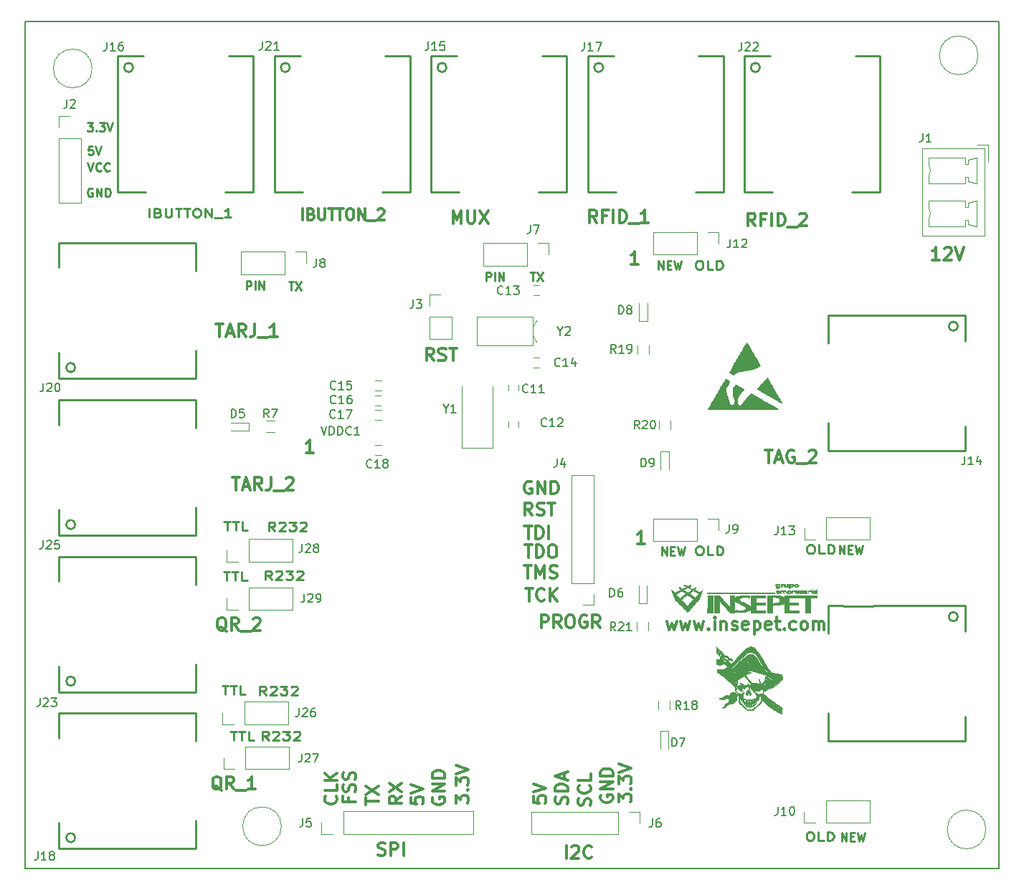
<source format=gbr>
G04 #@! TF.FileFunction,Legend,Top*
%FSLAX46Y46*%
G04 Gerber Fmt 4.6, Leading zero omitted, Abs format (unit mm)*
G04 Created by KiCad (PCBNEW 4.0.6) date 07/05/17 08:39:23*
%MOMM*%
%LPD*%
G01*
G04 APERTURE LIST*
%ADD10C,0.100000*%
%ADD11C,0.250000*%
%ADD12C,0.300000*%
%ADD13C,0.150000*%
%ADD14C,0.010000*%
%ADD15C,0.120000*%
G04 APERTURE END LIST*
D10*
D11*
X92146191Y-66652381D02*
X92146191Y-65652381D01*
X92527144Y-65652381D01*
X92622382Y-65700000D01*
X92670001Y-65747619D01*
X92717620Y-65842857D01*
X92717620Y-65985714D01*
X92670001Y-66080952D01*
X92622382Y-66128571D01*
X92527144Y-66176190D01*
X92146191Y-66176190D01*
X93146191Y-66652381D02*
X93146191Y-65652381D01*
X93622381Y-66652381D02*
X93622381Y-65652381D01*
X94193810Y-66652381D01*
X94193810Y-65652381D01*
X120466191Y-65622381D02*
X120466191Y-64622381D01*
X120847144Y-64622381D01*
X120942382Y-64670000D01*
X120990001Y-64717619D01*
X121037620Y-64812857D01*
X121037620Y-64955714D01*
X120990001Y-65050952D01*
X120942382Y-65098571D01*
X120847144Y-65146190D01*
X120466191Y-65146190D01*
X121466191Y-65622381D02*
X121466191Y-64622381D01*
X121942381Y-65622381D02*
X121942381Y-64622381D01*
X122513810Y-65622381D01*
X122513810Y-64622381D01*
X97138095Y-65712381D02*
X97709524Y-65712381D01*
X97423809Y-66712381D02*
X97423809Y-65712381D01*
X97947619Y-65712381D02*
X98614286Y-66712381D01*
X98614286Y-65712381D02*
X97947619Y-66712381D01*
X125648095Y-64602381D02*
X126219524Y-64602381D01*
X125933809Y-65602381D02*
X125933809Y-64602381D01*
X126457619Y-64602381D02*
X127124286Y-65602381D01*
X127124286Y-64602381D02*
X126457619Y-65602381D01*
X73958096Y-54710000D02*
X73862858Y-54662381D01*
X73720001Y-54662381D01*
X73577143Y-54710000D01*
X73481905Y-54805238D01*
X73434286Y-54900476D01*
X73386667Y-55090952D01*
X73386667Y-55233810D01*
X73434286Y-55424286D01*
X73481905Y-55519524D01*
X73577143Y-55614762D01*
X73720001Y-55662381D01*
X73815239Y-55662381D01*
X73958096Y-55614762D01*
X74005715Y-55567143D01*
X74005715Y-55233810D01*
X73815239Y-55233810D01*
X74434286Y-55662381D02*
X74434286Y-54662381D01*
X75005715Y-55662381D01*
X75005715Y-54662381D01*
X75481905Y-55662381D02*
X75481905Y-54662381D01*
X75720000Y-54662381D01*
X75862858Y-54710000D01*
X75958096Y-54805238D01*
X76005715Y-54900476D01*
X76053334Y-55090952D01*
X76053334Y-55233810D01*
X76005715Y-55424286D01*
X75958096Y-55519524D01*
X75862858Y-55614762D01*
X75720000Y-55662381D01*
X75481905Y-55662381D01*
X73406667Y-51662381D02*
X73740000Y-52662381D01*
X74073334Y-51662381D01*
X74978096Y-52567143D02*
X74930477Y-52614762D01*
X74787620Y-52662381D01*
X74692382Y-52662381D01*
X74549524Y-52614762D01*
X74454286Y-52519524D01*
X74406667Y-52424286D01*
X74359048Y-52233810D01*
X74359048Y-52090952D01*
X74406667Y-51900476D01*
X74454286Y-51805238D01*
X74549524Y-51710000D01*
X74692382Y-51662381D01*
X74787620Y-51662381D01*
X74930477Y-51710000D01*
X74978096Y-51757619D01*
X75978096Y-52567143D02*
X75930477Y-52614762D01*
X75787620Y-52662381D01*
X75692382Y-52662381D01*
X75549524Y-52614762D01*
X75454286Y-52519524D01*
X75406667Y-52424286D01*
X75359048Y-52233810D01*
X75359048Y-52090952D01*
X75406667Y-51900476D01*
X75454286Y-51805238D01*
X75549524Y-51710000D01*
X75692382Y-51662381D01*
X75787620Y-51662381D01*
X75930477Y-51710000D01*
X75978096Y-51757619D01*
X73979524Y-49702381D02*
X73503333Y-49702381D01*
X73455714Y-50178571D01*
X73503333Y-50130952D01*
X73598571Y-50083333D01*
X73836667Y-50083333D01*
X73931905Y-50130952D01*
X73979524Y-50178571D01*
X74027143Y-50273810D01*
X74027143Y-50511905D01*
X73979524Y-50607143D01*
X73931905Y-50654762D01*
X73836667Y-50702381D01*
X73598571Y-50702381D01*
X73503333Y-50654762D01*
X73455714Y-50607143D01*
X74312857Y-49702381D02*
X74646190Y-50702381D01*
X74979524Y-49702381D01*
X73363810Y-46942381D02*
X73982858Y-46942381D01*
X73649524Y-47323333D01*
X73792382Y-47323333D01*
X73887620Y-47370952D01*
X73935239Y-47418571D01*
X73982858Y-47513810D01*
X73982858Y-47751905D01*
X73935239Y-47847143D01*
X73887620Y-47894762D01*
X73792382Y-47942381D01*
X73506667Y-47942381D01*
X73411429Y-47894762D01*
X73363810Y-47847143D01*
X74411429Y-47847143D02*
X74459048Y-47894762D01*
X74411429Y-47942381D01*
X74363810Y-47894762D01*
X74411429Y-47847143D01*
X74411429Y-47942381D01*
X74792381Y-46942381D02*
X75411429Y-46942381D01*
X75078095Y-47323333D01*
X75220953Y-47323333D01*
X75316191Y-47370952D01*
X75363810Y-47418571D01*
X75411429Y-47513810D01*
X75411429Y-47751905D01*
X75363810Y-47847143D01*
X75316191Y-47894762D01*
X75220953Y-47942381D01*
X74935238Y-47942381D01*
X74840000Y-47894762D01*
X74792381Y-47847143D01*
X75697143Y-46942381D02*
X76030476Y-47942381D01*
X76363810Y-46942381D01*
X94475239Y-114512381D02*
X94041906Y-114036190D01*
X93732382Y-114512381D02*
X93732382Y-113512381D01*
X94227620Y-113512381D01*
X94351429Y-113560000D01*
X94413334Y-113607619D01*
X94475239Y-113702857D01*
X94475239Y-113845714D01*
X94413334Y-113940952D01*
X94351429Y-113988571D01*
X94227620Y-114036190D01*
X93732382Y-114036190D01*
X94970477Y-113607619D02*
X95032382Y-113560000D01*
X95156191Y-113512381D01*
X95465715Y-113512381D01*
X95589525Y-113560000D01*
X95651429Y-113607619D01*
X95713334Y-113702857D01*
X95713334Y-113798095D01*
X95651429Y-113940952D01*
X94908572Y-114512381D01*
X95713334Y-114512381D01*
X96146667Y-113512381D02*
X96951429Y-113512381D01*
X96518096Y-113893333D01*
X96703810Y-113893333D01*
X96827620Y-113940952D01*
X96889524Y-113988571D01*
X96951429Y-114083810D01*
X96951429Y-114321905D01*
X96889524Y-114417143D01*
X96827620Y-114464762D01*
X96703810Y-114512381D01*
X96332382Y-114512381D01*
X96208572Y-114464762D01*
X96146667Y-114417143D01*
X97446667Y-113607619D02*
X97508572Y-113560000D01*
X97632381Y-113512381D01*
X97941905Y-113512381D01*
X98065715Y-113560000D01*
X98127619Y-113607619D01*
X98189524Y-113702857D01*
X98189524Y-113798095D01*
X98127619Y-113940952D01*
X97384762Y-114512381D01*
X98189524Y-114512381D01*
X94755239Y-119842381D02*
X94321906Y-119366190D01*
X94012382Y-119842381D02*
X94012382Y-118842381D01*
X94507620Y-118842381D01*
X94631429Y-118890000D01*
X94693334Y-118937619D01*
X94755239Y-119032857D01*
X94755239Y-119175714D01*
X94693334Y-119270952D01*
X94631429Y-119318571D01*
X94507620Y-119366190D01*
X94012382Y-119366190D01*
X95250477Y-118937619D02*
X95312382Y-118890000D01*
X95436191Y-118842381D01*
X95745715Y-118842381D01*
X95869525Y-118890000D01*
X95931429Y-118937619D01*
X95993334Y-119032857D01*
X95993334Y-119128095D01*
X95931429Y-119270952D01*
X95188572Y-119842381D01*
X95993334Y-119842381D01*
X96426667Y-118842381D02*
X97231429Y-118842381D01*
X96798096Y-119223333D01*
X96983810Y-119223333D01*
X97107620Y-119270952D01*
X97169524Y-119318571D01*
X97231429Y-119413810D01*
X97231429Y-119651905D01*
X97169524Y-119747143D01*
X97107620Y-119794762D01*
X96983810Y-119842381D01*
X96612382Y-119842381D01*
X96488572Y-119794762D01*
X96426667Y-119747143D01*
X97726667Y-118937619D02*
X97788572Y-118890000D01*
X97912381Y-118842381D01*
X98221905Y-118842381D01*
X98345715Y-118890000D01*
X98407619Y-118937619D01*
X98469524Y-119032857D01*
X98469524Y-119128095D01*
X98407619Y-119270952D01*
X97664762Y-119842381D01*
X98469524Y-119842381D01*
X95515239Y-95122381D02*
X95081906Y-94646190D01*
X94772382Y-95122381D02*
X94772382Y-94122381D01*
X95267620Y-94122381D01*
X95391429Y-94170000D01*
X95453334Y-94217619D01*
X95515239Y-94312857D01*
X95515239Y-94455714D01*
X95453334Y-94550952D01*
X95391429Y-94598571D01*
X95267620Y-94646190D01*
X94772382Y-94646190D01*
X96010477Y-94217619D02*
X96072382Y-94170000D01*
X96196191Y-94122381D01*
X96505715Y-94122381D01*
X96629525Y-94170000D01*
X96691429Y-94217619D01*
X96753334Y-94312857D01*
X96753334Y-94408095D01*
X96691429Y-94550952D01*
X95948572Y-95122381D01*
X96753334Y-95122381D01*
X97186667Y-94122381D02*
X97991429Y-94122381D01*
X97558096Y-94503333D01*
X97743810Y-94503333D01*
X97867620Y-94550952D01*
X97929524Y-94598571D01*
X97991429Y-94693810D01*
X97991429Y-94931905D01*
X97929524Y-95027143D01*
X97867620Y-95074762D01*
X97743810Y-95122381D01*
X97372382Y-95122381D01*
X97248572Y-95074762D01*
X97186667Y-95027143D01*
X98486667Y-94217619D02*
X98548572Y-94170000D01*
X98672381Y-94122381D01*
X98981905Y-94122381D01*
X99105715Y-94170000D01*
X99167619Y-94217619D01*
X99229524Y-94312857D01*
X99229524Y-94408095D01*
X99167619Y-94550952D01*
X98424762Y-95122381D01*
X99229524Y-95122381D01*
X95115239Y-100892381D02*
X94681906Y-100416190D01*
X94372382Y-100892381D02*
X94372382Y-99892381D01*
X94867620Y-99892381D01*
X94991429Y-99940000D01*
X95053334Y-99987619D01*
X95115239Y-100082857D01*
X95115239Y-100225714D01*
X95053334Y-100320952D01*
X94991429Y-100368571D01*
X94867620Y-100416190D01*
X94372382Y-100416190D01*
X95610477Y-99987619D02*
X95672382Y-99940000D01*
X95796191Y-99892381D01*
X96105715Y-99892381D01*
X96229525Y-99940000D01*
X96291429Y-99987619D01*
X96353334Y-100082857D01*
X96353334Y-100178095D01*
X96291429Y-100320952D01*
X95548572Y-100892381D01*
X96353334Y-100892381D01*
X96786667Y-99892381D02*
X97591429Y-99892381D01*
X97158096Y-100273333D01*
X97343810Y-100273333D01*
X97467620Y-100320952D01*
X97529524Y-100368571D01*
X97591429Y-100463810D01*
X97591429Y-100701905D01*
X97529524Y-100797143D01*
X97467620Y-100844762D01*
X97343810Y-100892381D01*
X96972382Y-100892381D01*
X96848572Y-100844762D01*
X96786667Y-100797143D01*
X98086667Y-99987619D02*
X98148572Y-99940000D01*
X98272381Y-99892381D01*
X98581905Y-99892381D01*
X98705715Y-99940000D01*
X98767619Y-99987619D01*
X98829524Y-100082857D01*
X98829524Y-100178095D01*
X98767619Y-100320952D01*
X98024762Y-100892381D01*
X98829524Y-100892381D01*
D12*
X114238572Y-75048571D02*
X113738572Y-74334286D01*
X113381429Y-75048571D02*
X113381429Y-73548571D01*
X113952857Y-73548571D01*
X114095715Y-73620000D01*
X114167143Y-73691429D01*
X114238572Y-73834286D01*
X114238572Y-74048571D01*
X114167143Y-74191429D01*
X114095715Y-74262857D01*
X113952857Y-74334286D01*
X113381429Y-74334286D01*
X114810000Y-74977143D02*
X115024286Y-75048571D01*
X115381429Y-75048571D01*
X115524286Y-74977143D01*
X115595715Y-74905714D01*
X115667143Y-74762857D01*
X115667143Y-74620000D01*
X115595715Y-74477143D01*
X115524286Y-74405714D01*
X115381429Y-74334286D01*
X115095715Y-74262857D01*
X114952857Y-74191429D01*
X114881429Y-74120000D01*
X114810000Y-73977143D01*
X114810000Y-73834286D01*
X114881429Y-73691429D01*
X114952857Y-73620000D01*
X115095715Y-73548571D01*
X115452857Y-73548571D01*
X115667143Y-73620000D01*
X116095714Y-73548571D02*
X116952857Y-73548571D01*
X116524286Y-75048571D02*
X116524286Y-73548571D01*
D11*
X89497144Y-94102381D02*
X90240001Y-94102381D01*
X89868572Y-95102381D02*
X89868572Y-94102381D01*
X90487620Y-94102381D02*
X91230477Y-94102381D01*
X90859048Y-95102381D02*
X90859048Y-94102381D01*
X92282857Y-95102381D02*
X91663810Y-95102381D01*
X91663810Y-94102381D01*
X89437144Y-99972381D02*
X90180001Y-99972381D01*
X89808572Y-100972381D02*
X89808572Y-99972381D01*
X90427620Y-99972381D02*
X91170477Y-99972381D01*
X90799048Y-100972381D02*
X90799048Y-99972381D01*
X92222857Y-100972381D02*
X91603810Y-100972381D01*
X91603810Y-99972381D01*
X90257144Y-118862381D02*
X91000001Y-118862381D01*
X90628572Y-119862381D02*
X90628572Y-118862381D01*
X91247620Y-118862381D02*
X91990477Y-118862381D01*
X91619048Y-119862381D02*
X91619048Y-118862381D01*
X93042857Y-119862381D02*
X92423810Y-119862381D01*
X92423810Y-118862381D01*
X89257144Y-113452381D02*
X90000001Y-113452381D01*
X89628572Y-114452381D02*
X89628572Y-113452381D01*
X90247620Y-113452381D02*
X90990477Y-113452381D01*
X90619048Y-114452381D02*
X90619048Y-113452381D01*
X92042857Y-114452381D02*
X91423810Y-114452381D01*
X91423810Y-113452381D01*
D12*
X126941429Y-106598571D02*
X126941429Y-105098571D01*
X127512857Y-105098571D01*
X127655715Y-105170000D01*
X127727143Y-105241429D01*
X127798572Y-105384286D01*
X127798572Y-105598571D01*
X127727143Y-105741429D01*
X127655715Y-105812857D01*
X127512857Y-105884286D01*
X126941429Y-105884286D01*
X129298572Y-106598571D02*
X128798572Y-105884286D01*
X128441429Y-106598571D02*
X128441429Y-105098571D01*
X129012857Y-105098571D01*
X129155715Y-105170000D01*
X129227143Y-105241429D01*
X129298572Y-105384286D01*
X129298572Y-105598571D01*
X129227143Y-105741429D01*
X129155715Y-105812857D01*
X129012857Y-105884286D01*
X128441429Y-105884286D01*
X130227143Y-105098571D02*
X130512857Y-105098571D01*
X130655715Y-105170000D01*
X130798572Y-105312857D01*
X130870000Y-105598571D01*
X130870000Y-106098571D01*
X130798572Y-106384286D01*
X130655715Y-106527143D01*
X130512857Y-106598571D01*
X130227143Y-106598571D01*
X130084286Y-106527143D01*
X129941429Y-106384286D01*
X129870000Y-106098571D01*
X129870000Y-105598571D01*
X129941429Y-105312857D01*
X130084286Y-105170000D01*
X130227143Y-105098571D01*
X132298572Y-105170000D02*
X132155715Y-105098571D01*
X131941429Y-105098571D01*
X131727144Y-105170000D01*
X131584286Y-105312857D01*
X131512858Y-105455714D01*
X131441429Y-105741429D01*
X131441429Y-105955714D01*
X131512858Y-106241429D01*
X131584286Y-106384286D01*
X131727144Y-106527143D01*
X131941429Y-106598571D01*
X132084286Y-106598571D01*
X132298572Y-106527143D01*
X132370001Y-106455714D01*
X132370001Y-105955714D01*
X132084286Y-105955714D01*
X133870001Y-106598571D02*
X133370001Y-105884286D01*
X133012858Y-106598571D02*
X133012858Y-105098571D01*
X133584286Y-105098571D01*
X133727144Y-105170000D01*
X133798572Y-105241429D01*
X133870001Y-105384286D01*
X133870001Y-105598571D01*
X133798572Y-105741429D01*
X133727144Y-105812857D01*
X133584286Y-105884286D01*
X133012858Y-105884286D01*
D11*
X145510000Y-96962381D02*
X145757619Y-96962381D01*
X145881428Y-97010000D01*
X146005238Y-97105238D01*
X146067143Y-97295714D01*
X146067143Y-97629048D01*
X146005238Y-97819524D01*
X145881428Y-97914762D01*
X145757619Y-97962381D01*
X145510000Y-97962381D01*
X145386190Y-97914762D01*
X145262381Y-97819524D01*
X145200476Y-97629048D01*
X145200476Y-97295714D01*
X145262381Y-97105238D01*
X145386190Y-97010000D01*
X145510000Y-96962381D01*
X147243333Y-97962381D02*
X146624286Y-97962381D01*
X146624286Y-96962381D01*
X147676667Y-97962381D02*
X147676667Y-96962381D01*
X147986191Y-96962381D01*
X148171905Y-97010000D01*
X148295714Y-97105238D01*
X148357619Y-97200476D01*
X148419524Y-97390952D01*
X148419524Y-97533810D01*
X148357619Y-97724286D01*
X148295714Y-97819524D01*
X148171905Y-97914762D01*
X147986191Y-97962381D01*
X147676667Y-97962381D01*
X158570000Y-130742381D02*
X158817619Y-130742381D01*
X158941428Y-130790000D01*
X159065238Y-130885238D01*
X159127143Y-131075714D01*
X159127143Y-131409048D01*
X159065238Y-131599524D01*
X158941428Y-131694762D01*
X158817619Y-131742381D01*
X158570000Y-131742381D01*
X158446190Y-131694762D01*
X158322381Y-131599524D01*
X158260476Y-131409048D01*
X158260476Y-131075714D01*
X158322381Y-130885238D01*
X158446190Y-130790000D01*
X158570000Y-130742381D01*
X160303333Y-131742381D02*
X159684286Y-131742381D01*
X159684286Y-130742381D01*
X160736667Y-131742381D02*
X160736667Y-130742381D01*
X161046191Y-130742381D01*
X161231905Y-130790000D01*
X161355714Y-130885238D01*
X161417619Y-130980476D01*
X161479524Y-131170952D01*
X161479524Y-131313810D01*
X161417619Y-131504286D01*
X161355714Y-131599524D01*
X161231905Y-131694762D01*
X161046191Y-131742381D01*
X160736667Y-131742381D01*
X158640000Y-96802381D02*
X158887619Y-96802381D01*
X159011428Y-96850000D01*
X159135238Y-96945238D01*
X159197143Y-97135714D01*
X159197143Y-97469048D01*
X159135238Y-97659524D01*
X159011428Y-97754762D01*
X158887619Y-97802381D01*
X158640000Y-97802381D01*
X158516190Y-97754762D01*
X158392381Y-97659524D01*
X158330476Y-97469048D01*
X158330476Y-97135714D01*
X158392381Y-96945238D01*
X158516190Y-96850000D01*
X158640000Y-96802381D01*
X160373333Y-97802381D02*
X159754286Y-97802381D01*
X159754286Y-96802381D01*
X160806667Y-97802381D02*
X160806667Y-96802381D01*
X161116191Y-96802381D01*
X161301905Y-96850000D01*
X161425714Y-96945238D01*
X161487619Y-97040476D01*
X161549524Y-97230952D01*
X161549524Y-97373810D01*
X161487619Y-97564286D01*
X161425714Y-97659524D01*
X161301905Y-97754762D01*
X161116191Y-97802381D01*
X160806667Y-97802381D01*
X162410476Y-131782381D02*
X162410476Y-130782381D01*
X162981905Y-131782381D01*
X162981905Y-130782381D01*
X163458095Y-131258571D02*
X163791429Y-131258571D01*
X163934286Y-131782381D02*
X163458095Y-131782381D01*
X163458095Y-130782381D01*
X163934286Y-130782381D01*
X164267619Y-130782381D02*
X164505714Y-131782381D01*
X164696191Y-131068095D01*
X164886667Y-131782381D01*
X165124762Y-130782381D01*
X162160476Y-97862381D02*
X162160476Y-96862381D01*
X162731905Y-97862381D01*
X162731905Y-96862381D01*
X163208095Y-97338571D02*
X163541429Y-97338571D01*
X163684286Y-97862381D02*
X163208095Y-97862381D01*
X163208095Y-96862381D01*
X163684286Y-96862381D01*
X164017619Y-96862381D02*
X164255714Y-97862381D01*
X164446191Y-97148095D01*
X164636667Y-97862381D01*
X164874762Y-96862381D01*
X141190476Y-98032381D02*
X141190476Y-97032381D01*
X141761905Y-98032381D01*
X141761905Y-97032381D01*
X142238095Y-97508571D02*
X142571429Y-97508571D01*
X142714286Y-98032381D02*
X142238095Y-98032381D01*
X142238095Y-97032381D01*
X142714286Y-97032381D01*
X143047619Y-97032381D02*
X143285714Y-98032381D01*
X143476191Y-97318095D01*
X143666667Y-98032381D01*
X143904762Y-97032381D01*
X145490000Y-63232381D02*
X145737619Y-63232381D01*
X145861428Y-63280000D01*
X145985238Y-63375238D01*
X146047143Y-63565714D01*
X146047143Y-63899048D01*
X145985238Y-64089524D01*
X145861428Y-64184762D01*
X145737619Y-64232381D01*
X145490000Y-64232381D01*
X145366190Y-64184762D01*
X145242381Y-64089524D01*
X145180476Y-63899048D01*
X145180476Y-63565714D01*
X145242381Y-63375238D01*
X145366190Y-63280000D01*
X145490000Y-63232381D01*
X147223333Y-64232381D02*
X146604286Y-64232381D01*
X146604286Y-63232381D01*
X147656667Y-64232381D02*
X147656667Y-63232381D01*
X147966191Y-63232381D01*
X148151905Y-63280000D01*
X148275714Y-63375238D01*
X148337619Y-63470476D01*
X148399524Y-63660952D01*
X148399524Y-63803810D01*
X148337619Y-63994286D01*
X148275714Y-64089524D01*
X148151905Y-64184762D01*
X147966191Y-64232381D01*
X147656667Y-64232381D01*
X140790476Y-64252381D02*
X140790476Y-63252381D01*
X141361905Y-64252381D01*
X141361905Y-63252381D01*
X141838095Y-63728571D02*
X142171429Y-63728571D01*
X142314286Y-64252381D02*
X141838095Y-64252381D01*
X141838095Y-63252381D01*
X142314286Y-63252381D01*
X142647619Y-63252381D02*
X142885714Y-64252381D01*
X143076191Y-63538095D01*
X143266667Y-64252381D01*
X143504762Y-63252381D01*
D12*
X153352858Y-85588571D02*
X154210001Y-85588571D01*
X153781430Y-87088571D02*
X153781430Y-85588571D01*
X154638572Y-86660000D02*
X155352858Y-86660000D01*
X154495715Y-87088571D02*
X154995715Y-85588571D01*
X155495715Y-87088571D01*
X156781429Y-85660000D02*
X156638572Y-85588571D01*
X156424286Y-85588571D01*
X156210001Y-85660000D01*
X156067143Y-85802857D01*
X155995715Y-85945714D01*
X155924286Y-86231429D01*
X155924286Y-86445714D01*
X155995715Y-86731429D01*
X156067143Y-86874286D01*
X156210001Y-87017143D01*
X156424286Y-87088571D01*
X156567143Y-87088571D01*
X156781429Y-87017143D01*
X156852858Y-86945714D01*
X156852858Y-86445714D01*
X156567143Y-86445714D01*
X157138572Y-87231429D02*
X158281429Y-87231429D01*
X158567143Y-85731429D02*
X158638572Y-85660000D01*
X158781429Y-85588571D01*
X159138572Y-85588571D01*
X159281429Y-85660000D01*
X159352858Y-85731429D01*
X159424286Y-85874286D01*
X159424286Y-86017143D01*
X159352858Y-86231429D01*
X158495715Y-87088571D01*
X159424286Y-87088571D01*
X173991429Y-63158571D02*
X173134286Y-63158571D01*
X173562858Y-63158571D02*
X173562858Y-61658571D01*
X173420001Y-61872857D01*
X173277143Y-62015714D01*
X173134286Y-62087143D01*
X174562857Y-61801429D02*
X174634286Y-61730000D01*
X174777143Y-61658571D01*
X175134286Y-61658571D01*
X175277143Y-61730000D01*
X175348572Y-61801429D01*
X175420000Y-61944286D01*
X175420000Y-62087143D01*
X175348572Y-62301429D01*
X174491429Y-63158571D01*
X175420000Y-63158571D01*
X175848571Y-61658571D02*
X176348571Y-63158571D01*
X176848571Y-61658571D01*
X152228572Y-59118571D02*
X151728572Y-58404286D01*
X151371429Y-59118571D02*
X151371429Y-57618571D01*
X151942857Y-57618571D01*
X152085715Y-57690000D01*
X152157143Y-57761429D01*
X152228572Y-57904286D01*
X152228572Y-58118571D01*
X152157143Y-58261429D01*
X152085715Y-58332857D01*
X151942857Y-58404286D01*
X151371429Y-58404286D01*
X153371429Y-58332857D02*
X152871429Y-58332857D01*
X152871429Y-59118571D02*
X152871429Y-57618571D01*
X153585715Y-57618571D01*
X154157143Y-59118571D02*
X154157143Y-57618571D01*
X154871429Y-59118571D02*
X154871429Y-57618571D01*
X155228572Y-57618571D01*
X155442857Y-57690000D01*
X155585715Y-57832857D01*
X155657143Y-57975714D01*
X155728572Y-58261429D01*
X155728572Y-58475714D01*
X155657143Y-58761429D01*
X155585715Y-58904286D01*
X155442857Y-59047143D01*
X155228572Y-59118571D01*
X154871429Y-59118571D01*
X156014286Y-59261429D02*
X157157143Y-59261429D01*
X157442857Y-57761429D02*
X157514286Y-57690000D01*
X157657143Y-57618571D01*
X158014286Y-57618571D01*
X158157143Y-57690000D01*
X158228572Y-57761429D01*
X158300000Y-57904286D01*
X158300000Y-58047143D01*
X158228572Y-58261429D01*
X157371429Y-59118571D01*
X158300000Y-59118571D01*
X133528572Y-58728571D02*
X133028572Y-58014286D01*
X132671429Y-58728571D02*
X132671429Y-57228571D01*
X133242857Y-57228571D01*
X133385715Y-57300000D01*
X133457143Y-57371429D01*
X133528572Y-57514286D01*
X133528572Y-57728571D01*
X133457143Y-57871429D01*
X133385715Y-57942857D01*
X133242857Y-58014286D01*
X132671429Y-58014286D01*
X134671429Y-57942857D02*
X134171429Y-57942857D01*
X134171429Y-58728571D02*
X134171429Y-57228571D01*
X134885715Y-57228571D01*
X135457143Y-58728571D02*
X135457143Y-57228571D01*
X136171429Y-58728571D02*
X136171429Y-57228571D01*
X136528572Y-57228571D01*
X136742857Y-57300000D01*
X136885715Y-57442857D01*
X136957143Y-57585714D01*
X137028572Y-57871429D01*
X137028572Y-58085714D01*
X136957143Y-58371429D01*
X136885715Y-58514286D01*
X136742857Y-58657143D01*
X136528572Y-58728571D01*
X136171429Y-58728571D01*
X137314286Y-58871429D02*
X138457143Y-58871429D01*
X139600000Y-58728571D02*
X138742857Y-58728571D01*
X139171429Y-58728571D02*
X139171429Y-57228571D01*
X139028572Y-57442857D01*
X138885714Y-57585714D01*
X138742857Y-57657143D01*
X116520000Y-58808571D02*
X116520000Y-57308571D01*
X117020000Y-58380000D01*
X117520000Y-57308571D01*
X117520000Y-58808571D01*
X118234286Y-57308571D02*
X118234286Y-58522857D01*
X118305714Y-58665714D01*
X118377143Y-58737143D01*
X118520000Y-58808571D01*
X118805714Y-58808571D01*
X118948572Y-58737143D01*
X119020000Y-58665714D01*
X119091429Y-58522857D01*
X119091429Y-57308571D01*
X119662858Y-57308571D02*
X120662858Y-58808571D01*
X120662858Y-57308571D02*
X119662858Y-58808571D01*
X98752381Y-58378095D02*
X98752381Y-57078095D01*
X99804762Y-57697143D02*
X99990476Y-57759048D01*
X100052381Y-57820952D01*
X100114286Y-57944762D01*
X100114286Y-58130476D01*
X100052381Y-58254286D01*
X99990476Y-58316190D01*
X99866667Y-58378095D01*
X99371429Y-58378095D01*
X99371429Y-57078095D01*
X99804762Y-57078095D01*
X99928572Y-57140000D01*
X99990476Y-57201905D01*
X100052381Y-57325714D01*
X100052381Y-57449524D01*
X99990476Y-57573333D01*
X99928572Y-57635238D01*
X99804762Y-57697143D01*
X99371429Y-57697143D01*
X100671429Y-57078095D02*
X100671429Y-58130476D01*
X100733334Y-58254286D01*
X100795238Y-58316190D01*
X100919048Y-58378095D01*
X101166667Y-58378095D01*
X101290476Y-58316190D01*
X101352381Y-58254286D01*
X101414286Y-58130476D01*
X101414286Y-57078095D01*
X101847620Y-57078095D02*
X102590477Y-57078095D01*
X102219048Y-58378095D02*
X102219048Y-57078095D01*
X102838096Y-57078095D02*
X103580953Y-57078095D01*
X103209524Y-58378095D02*
X103209524Y-57078095D01*
X104261905Y-57078095D02*
X104509524Y-57078095D01*
X104633333Y-57140000D01*
X104757143Y-57263810D01*
X104819048Y-57511429D01*
X104819048Y-57944762D01*
X104757143Y-58192381D01*
X104633333Y-58316190D01*
X104509524Y-58378095D01*
X104261905Y-58378095D01*
X104138095Y-58316190D01*
X104014286Y-58192381D01*
X103952381Y-57944762D01*
X103952381Y-57511429D01*
X104014286Y-57263810D01*
X104138095Y-57140000D01*
X104261905Y-57078095D01*
X105376191Y-58378095D02*
X105376191Y-57078095D01*
X106119048Y-58378095D01*
X106119048Y-57078095D01*
X106428572Y-58501905D02*
X107419048Y-58501905D01*
X107666667Y-57201905D02*
X107728572Y-57140000D01*
X107852381Y-57078095D01*
X108161905Y-57078095D01*
X108285715Y-57140000D01*
X108347619Y-57201905D01*
X108409524Y-57325714D01*
X108409524Y-57449524D01*
X108347619Y-57635238D01*
X107604762Y-58378095D01*
X108409524Y-58378095D01*
D11*
X80652381Y-58062381D02*
X80652381Y-57062381D01*
X81704762Y-57538571D02*
X81890476Y-57586190D01*
X81952381Y-57633810D01*
X82014286Y-57729048D01*
X82014286Y-57871905D01*
X81952381Y-57967143D01*
X81890476Y-58014762D01*
X81766667Y-58062381D01*
X81271429Y-58062381D01*
X81271429Y-57062381D01*
X81704762Y-57062381D01*
X81828572Y-57110000D01*
X81890476Y-57157619D01*
X81952381Y-57252857D01*
X81952381Y-57348095D01*
X81890476Y-57443333D01*
X81828572Y-57490952D01*
X81704762Y-57538571D01*
X81271429Y-57538571D01*
X82571429Y-57062381D02*
X82571429Y-57871905D01*
X82633334Y-57967143D01*
X82695238Y-58014762D01*
X82819048Y-58062381D01*
X83066667Y-58062381D01*
X83190476Y-58014762D01*
X83252381Y-57967143D01*
X83314286Y-57871905D01*
X83314286Y-57062381D01*
X83747620Y-57062381D02*
X84490477Y-57062381D01*
X84119048Y-58062381D02*
X84119048Y-57062381D01*
X84738096Y-57062381D02*
X85480953Y-57062381D01*
X85109524Y-58062381D02*
X85109524Y-57062381D01*
X86161905Y-57062381D02*
X86409524Y-57062381D01*
X86533333Y-57110000D01*
X86657143Y-57205238D01*
X86719048Y-57395714D01*
X86719048Y-57729048D01*
X86657143Y-57919524D01*
X86533333Y-58014762D01*
X86409524Y-58062381D01*
X86161905Y-58062381D01*
X86038095Y-58014762D01*
X85914286Y-57919524D01*
X85852381Y-57729048D01*
X85852381Y-57395714D01*
X85914286Y-57205238D01*
X86038095Y-57110000D01*
X86161905Y-57062381D01*
X87276191Y-58062381D02*
X87276191Y-57062381D01*
X88019048Y-58062381D01*
X88019048Y-57062381D01*
X88328572Y-58157619D02*
X89319048Y-58157619D01*
X90309524Y-58062381D02*
X89566667Y-58062381D01*
X89938096Y-58062381D02*
X89938096Y-57062381D01*
X89814286Y-57205238D01*
X89690477Y-57300476D01*
X89566667Y-57348095D01*
D12*
X88561429Y-70688571D02*
X89418572Y-70688571D01*
X88990001Y-72188571D02*
X88990001Y-70688571D01*
X89847143Y-71760000D02*
X90561429Y-71760000D01*
X89704286Y-72188571D02*
X90204286Y-70688571D01*
X90704286Y-72188571D01*
X92061429Y-72188571D02*
X91561429Y-71474286D01*
X91204286Y-72188571D02*
X91204286Y-70688571D01*
X91775714Y-70688571D01*
X91918572Y-70760000D01*
X91990000Y-70831429D01*
X92061429Y-70974286D01*
X92061429Y-71188571D01*
X91990000Y-71331429D01*
X91918572Y-71402857D01*
X91775714Y-71474286D01*
X91204286Y-71474286D01*
X93132857Y-70688571D02*
X93132857Y-71760000D01*
X93061429Y-71974286D01*
X92918572Y-72117143D01*
X92704286Y-72188571D01*
X92561429Y-72188571D01*
X93490000Y-72331429D02*
X94632857Y-72331429D01*
X95775714Y-72188571D02*
X94918571Y-72188571D01*
X95347143Y-72188571D02*
X95347143Y-70688571D01*
X95204286Y-70902857D01*
X95061428Y-71045714D01*
X94918571Y-71117143D01*
X90481429Y-88808571D02*
X91338572Y-88808571D01*
X90910001Y-90308571D02*
X90910001Y-88808571D01*
X91767143Y-89880000D02*
X92481429Y-89880000D01*
X91624286Y-90308571D02*
X92124286Y-88808571D01*
X92624286Y-90308571D01*
X93981429Y-90308571D02*
X93481429Y-89594286D01*
X93124286Y-90308571D02*
X93124286Y-88808571D01*
X93695714Y-88808571D01*
X93838572Y-88880000D01*
X93910000Y-88951429D01*
X93981429Y-89094286D01*
X93981429Y-89308571D01*
X93910000Y-89451429D01*
X93838572Y-89522857D01*
X93695714Y-89594286D01*
X93124286Y-89594286D01*
X95052857Y-88808571D02*
X95052857Y-89880000D01*
X94981429Y-90094286D01*
X94838572Y-90237143D01*
X94624286Y-90308571D01*
X94481429Y-90308571D01*
X95410000Y-90451429D02*
X96552857Y-90451429D01*
X96838571Y-88951429D02*
X96910000Y-88880000D01*
X97052857Y-88808571D01*
X97410000Y-88808571D01*
X97552857Y-88880000D01*
X97624286Y-88951429D01*
X97695714Y-89094286D01*
X97695714Y-89237143D01*
X97624286Y-89451429D01*
X96767143Y-90308571D01*
X97695714Y-90308571D01*
X89795715Y-107036429D02*
X89652858Y-106965000D01*
X89510001Y-106822143D01*
X89295715Y-106607857D01*
X89152858Y-106536429D01*
X89010001Y-106536429D01*
X89081429Y-106893571D02*
X88938572Y-106822143D01*
X88795715Y-106679286D01*
X88724286Y-106393571D01*
X88724286Y-105893571D01*
X88795715Y-105607857D01*
X88938572Y-105465000D01*
X89081429Y-105393571D01*
X89367143Y-105393571D01*
X89510001Y-105465000D01*
X89652858Y-105607857D01*
X89724286Y-105893571D01*
X89724286Y-106393571D01*
X89652858Y-106679286D01*
X89510001Y-106822143D01*
X89367143Y-106893571D01*
X89081429Y-106893571D01*
X91224287Y-106893571D02*
X90724287Y-106179286D01*
X90367144Y-106893571D02*
X90367144Y-105393571D01*
X90938572Y-105393571D01*
X91081430Y-105465000D01*
X91152858Y-105536429D01*
X91224287Y-105679286D01*
X91224287Y-105893571D01*
X91152858Y-106036429D01*
X91081430Y-106107857D01*
X90938572Y-106179286D01*
X90367144Y-106179286D01*
X91510001Y-107036429D02*
X92652858Y-107036429D01*
X92938572Y-105536429D02*
X93010001Y-105465000D01*
X93152858Y-105393571D01*
X93510001Y-105393571D01*
X93652858Y-105465000D01*
X93724287Y-105536429D01*
X93795715Y-105679286D01*
X93795715Y-105822143D01*
X93724287Y-106036429D01*
X92867144Y-106893571D01*
X93795715Y-106893571D01*
X89225715Y-125821429D02*
X89082858Y-125750000D01*
X88940001Y-125607143D01*
X88725715Y-125392857D01*
X88582858Y-125321429D01*
X88440001Y-125321429D01*
X88511429Y-125678571D02*
X88368572Y-125607143D01*
X88225715Y-125464286D01*
X88154286Y-125178571D01*
X88154286Y-124678571D01*
X88225715Y-124392857D01*
X88368572Y-124250000D01*
X88511429Y-124178571D01*
X88797143Y-124178571D01*
X88940001Y-124250000D01*
X89082858Y-124392857D01*
X89154286Y-124678571D01*
X89154286Y-125178571D01*
X89082858Y-125464286D01*
X88940001Y-125607143D01*
X88797143Y-125678571D01*
X88511429Y-125678571D01*
X90654287Y-125678571D02*
X90154287Y-124964286D01*
X89797144Y-125678571D02*
X89797144Y-124178571D01*
X90368572Y-124178571D01*
X90511430Y-124250000D01*
X90582858Y-124321429D01*
X90654287Y-124464286D01*
X90654287Y-124678571D01*
X90582858Y-124821429D01*
X90511430Y-124892857D01*
X90368572Y-124964286D01*
X89797144Y-124964286D01*
X90940001Y-125821429D02*
X92082858Y-125821429D01*
X93225715Y-125678571D02*
X92368572Y-125678571D01*
X92797144Y-125678571D02*
X92797144Y-124178571D01*
X92654287Y-124392857D01*
X92511429Y-124535714D01*
X92368572Y-124607143D01*
X129905715Y-133838571D02*
X129905715Y-132338571D01*
X130548572Y-132481429D02*
X130620001Y-132410000D01*
X130762858Y-132338571D01*
X131120001Y-132338571D01*
X131262858Y-132410000D01*
X131334287Y-132481429D01*
X131405715Y-132624286D01*
X131405715Y-132767143D01*
X131334287Y-132981429D01*
X130477144Y-133838571D01*
X131405715Y-133838571D01*
X132905715Y-133695714D02*
X132834286Y-133767143D01*
X132620000Y-133838571D01*
X132477143Y-133838571D01*
X132262858Y-133767143D01*
X132120000Y-133624286D01*
X132048572Y-133481429D01*
X131977143Y-133195714D01*
X131977143Y-132981429D01*
X132048572Y-132695714D01*
X132120000Y-132552857D01*
X132262858Y-132410000D01*
X132477143Y-132338571D01*
X132620000Y-132338571D01*
X132834286Y-132410000D01*
X132905715Y-132481429D01*
X107684286Y-133407143D02*
X107898572Y-133478571D01*
X108255715Y-133478571D01*
X108398572Y-133407143D01*
X108470001Y-133335714D01*
X108541429Y-133192857D01*
X108541429Y-133050000D01*
X108470001Y-132907143D01*
X108398572Y-132835714D01*
X108255715Y-132764286D01*
X107970001Y-132692857D01*
X107827143Y-132621429D01*
X107755715Y-132550000D01*
X107684286Y-132407143D01*
X107684286Y-132264286D01*
X107755715Y-132121429D01*
X107827143Y-132050000D01*
X107970001Y-131978571D01*
X108327143Y-131978571D01*
X108541429Y-132050000D01*
X109184286Y-133478571D02*
X109184286Y-131978571D01*
X109755714Y-131978571D01*
X109898572Y-132050000D01*
X109970000Y-132121429D01*
X110041429Y-132264286D01*
X110041429Y-132478571D01*
X109970000Y-132621429D01*
X109898572Y-132692857D01*
X109755714Y-132764286D01*
X109184286Y-132764286D01*
X110684286Y-133478571D02*
X110684286Y-131978571D01*
X132707143Y-127585714D02*
X132778571Y-127371428D01*
X132778571Y-127014285D01*
X132707143Y-126871428D01*
X132635714Y-126799999D01*
X132492857Y-126728571D01*
X132350000Y-126728571D01*
X132207143Y-126799999D01*
X132135714Y-126871428D01*
X132064286Y-127014285D01*
X131992857Y-127299999D01*
X131921429Y-127442857D01*
X131850000Y-127514285D01*
X131707143Y-127585714D01*
X131564286Y-127585714D01*
X131421429Y-127514285D01*
X131350000Y-127442857D01*
X131278571Y-127299999D01*
X131278571Y-126942857D01*
X131350000Y-126728571D01*
X132635714Y-125228571D02*
X132707143Y-125300000D01*
X132778571Y-125514286D01*
X132778571Y-125657143D01*
X132707143Y-125871428D01*
X132564286Y-126014286D01*
X132421429Y-126085714D01*
X132135714Y-126157143D01*
X131921429Y-126157143D01*
X131635714Y-126085714D01*
X131492857Y-126014286D01*
X131350000Y-125871428D01*
X131278571Y-125657143D01*
X131278571Y-125514286D01*
X131350000Y-125300000D01*
X131421429Y-125228571D01*
X132778571Y-123871428D02*
X132778571Y-124585714D01*
X131278571Y-124585714D01*
X129997143Y-127401428D02*
X130068571Y-127187142D01*
X130068571Y-126829999D01*
X129997143Y-126687142D01*
X129925714Y-126615713D01*
X129782857Y-126544285D01*
X129640000Y-126544285D01*
X129497143Y-126615713D01*
X129425714Y-126687142D01*
X129354286Y-126829999D01*
X129282857Y-127115713D01*
X129211429Y-127258571D01*
X129140000Y-127329999D01*
X128997143Y-127401428D01*
X128854286Y-127401428D01*
X128711429Y-127329999D01*
X128640000Y-127258571D01*
X128568571Y-127115713D01*
X128568571Y-126758571D01*
X128640000Y-126544285D01*
X130068571Y-125901428D02*
X128568571Y-125901428D01*
X128568571Y-125544285D01*
X128640000Y-125330000D01*
X128782857Y-125187142D01*
X128925714Y-125115714D01*
X129211429Y-125044285D01*
X129425714Y-125044285D01*
X129711429Y-125115714D01*
X129854286Y-125187142D01*
X129997143Y-125330000D01*
X130068571Y-125544285D01*
X130068571Y-125901428D01*
X129640000Y-124472857D02*
X129640000Y-123758571D01*
X130068571Y-124615714D02*
X128568571Y-124115714D01*
X130068571Y-123615714D01*
X126008571Y-126515713D02*
X126008571Y-127229999D01*
X126722857Y-127301428D01*
X126651429Y-127229999D01*
X126580000Y-127087142D01*
X126580000Y-126729999D01*
X126651429Y-126587142D01*
X126722857Y-126515713D01*
X126865714Y-126444285D01*
X127222857Y-126444285D01*
X127365714Y-126515713D01*
X127437143Y-126587142D01*
X127508571Y-126729999D01*
X127508571Y-127087142D01*
X127437143Y-127229999D01*
X127365714Y-127301428D01*
X126008571Y-126015714D02*
X127508571Y-125515714D01*
X126008571Y-125015714D01*
X134000000Y-126372857D02*
X133928571Y-126515714D01*
X133928571Y-126730000D01*
X134000000Y-126944285D01*
X134142857Y-127087143D01*
X134285714Y-127158571D01*
X134571429Y-127230000D01*
X134785714Y-127230000D01*
X135071429Y-127158571D01*
X135214286Y-127087143D01*
X135357143Y-126944285D01*
X135428571Y-126730000D01*
X135428571Y-126587143D01*
X135357143Y-126372857D01*
X135285714Y-126301428D01*
X134785714Y-126301428D01*
X134785714Y-126587143D01*
X135428571Y-125658571D02*
X133928571Y-125658571D01*
X135428571Y-124801428D01*
X133928571Y-124801428D01*
X135428571Y-124087142D02*
X133928571Y-124087142D01*
X133928571Y-123729999D01*
X134000000Y-123515714D01*
X134142857Y-123372856D01*
X134285714Y-123301428D01*
X134571429Y-123229999D01*
X134785714Y-123229999D01*
X135071429Y-123301428D01*
X135214286Y-123372856D01*
X135357143Y-123515714D01*
X135428571Y-123729999D01*
X135428571Y-124087142D01*
X136088571Y-127194285D02*
X136088571Y-126265714D01*
X136660000Y-126765714D01*
X136660000Y-126551428D01*
X136731429Y-126408571D01*
X136802857Y-126337142D01*
X136945714Y-126265714D01*
X137302857Y-126265714D01*
X137445714Y-126337142D01*
X137517143Y-126408571D01*
X137588571Y-126551428D01*
X137588571Y-126980000D01*
X137517143Y-127122857D01*
X137445714Y-127194285D01*
X137445714Y-125622857D02*
X137517143Y-125551429D01*
X137588571Y-125622857D01*
X137517143Y-125694286D01*
X137445714Y-125622857D01*
X137588571Y-125622857D01*
X136088571Y-125051428D02*
X136088571Y-124122857D01*
X136660000Y-124622857D01*
X136660000Y-124408571D01*
X136731429Y-124265714D01*
X136802857Y-124194285D01*
X136945714Y-124122857D01*
X137302857Y-124122857D01*
X137445714Y-124194285D01*
X137517143Y-124265714D01*
X137588571Y-124408571D01*
X137588571Y-124837143D01*
X137517143Y-124980000D01*
X137445714Y-125051428D01*
X136088571Y-123694286D02*
X137588571Y-123194286D01*
X136088571Y-122694286D01*
X116858571Y-127334285D02*
X116858571Y-126405714D01*
X117430000Y-126905714D01*
X117430000Y-126691428D01*
X117501429Y-126548571D01*
X117572857Y-126477142D01*
X117715714Y-126405714D01*
X118072857Y-126405714D01*
X118215714Y-126477142D01*
X118287143Y-126548571D01*
X118358571Y-126691428D01*
X118358571Y-127120000D01*
X118287143Y-127262857D01*
X118215714Y-127334285D01*
X118215714Y-125762857D02*
X118287143Y-125691429D01*
X118358571Y-125762857D01*
X118287143Y-125834286D01*
X118215714Y-125762857D01*
X118358571Y-125762857D01*
X116858571Y-125191428D02*
X116858571Y-124262857D01*
X117430000Y-124762857D01*
X117430000Y-124548571D01*
X117501429Y-124405714D01*
X117572857Y-124334285D01*
X117715714Y-124262857D01*
X118072857Y-124262857D01*
X118215714Y-124334285D01*
X118287143Y-124405714D01*
X118358571Y-124548571D01*
X118358571Y-124977143D01*
X118287143Y-125120000D01*
X118215714Y-125191428D01*
X116858571Y-123834286D02*
X118358571Y-123334286D01*
X116858571Y-122834286D01*
X114140000Y-126622857D02*
X114068571Y-126765714D01*
X114068571Y-126980000D01*
X114140000Y-127194285D01*
X114282857Y-127337143D01*
X114425714Y-127408571D01*
X114711429Y-127480000D01*
X114925714Y-127480000D01*
X115211429Y-127408571D01*
X115354286Y-127337143D01*
X115497143Y-127194285D01*
X115568571Y-126980000D01*
X115568571Y-126837143D01*
X115497143Y-126622857D01*
X115425714Y-126551428D01*
X114925714Y-126551428D01*
X114925714Y-126837143D01*
X115568571Y-125908571D02*
X114068571Y-125908571D01*
X115568571Y-125051428D01*
X114068571Y-125051428D01*
X115568571Y-124337142D02*
X114068571Y-124337142D01*
X114068571Y-123979999D01*
X114140000Y-123765714D01*
X114282857Y-123622856D01*
X114425714Y-123551428D01*
X114711429Y-123479999D01*
X114925714Y-123479999D01*
X115211429Y-123551428D01*
X115354286Y-123622856D01*
X115497143Y-123765714D01*
X115568571Y-123979999D01*
X115568571Y-124337142D01*
X111528571Y-126625713D02*
X111528571Y-127339999D01*
X112242857Y-127411428D01*
X112171429Y-127339999D01*
X112100000Y-127197142D01*
X112100000Y-126839999D01*
X112171429Y-126697142D01*
X112242857Y-126625713D01*
X112385714Y-126554285D01*
X112742857Y-126554285D01*
X112885714Y-126625713D01*
X112957143Y-126697142D01*
X113028571Y-126839999D01*
X113028571Y-127197142D01*
X112957143Y-127339999D01*
X112885714Y-127411428D01*
X111528571Y-126125714D02*
X113028571Y-125625714D01*
X111528571Y-125125714D01*
X110488571Y-126499999D02*
X109774286Y-126999999D01*
X110488571Y-127357142D02*
X108988571Y-127357142D01*
X108988571Y-126785714D01*
X109060000Y-126642856D01*
X109131429Y-126571428D01*
X109274286Y-126499999D01*
X109488571Y-126499999D01*
X109631429Y-126571428D01*
X109702857Y-126642856D01*
X109774286Y-126785714D01*
X109774286Y-127357142D01*
X108988571Y-125999999D02*
X110488571Y-124999999D01*
X108988571Y-124999999D02*
X110488571Y-125999999D01*
X106218571Y-127512857D02*
X106218571Y-126655714D01*
X107718571Y-127084285D02*
X106218571Y-127084285D01*
X106218571Y-126298571D02*
X107718571Y-125298571D01*
X106218571Y-125298571D02*
X107718571Y-126298571D01*
X104232857Y-126674285D02*
X104232857Y-127174285D01*
X105018571Y-127174285D02*
X103518571Y-127174285D01*
X103518571Y-126459999D01*
X104947143Y-125960000D02*
X105018571Y-125745714D01*
X105018571Y-125388571D01*
X104947143Y-125245714D01*
X104875714Y-125174285D01*
X104732857Y-125102857D01*
X104590000Y-125102857D01*
X104447143Y-125174285D01*
X104375714Y-125245714D01*
X104304286Y-125388571D01*
X104232857Y-125674285D01*
X104161429Y-125817143D01*
X104090000Y-125888571D01*
X103947143Y-125960000D01*
X103804286Y-125960000D01*
X103661429Y-125888571D01*
X103590000Y-125817143D01*
X103518571Y-125674285D01*
X103518571Y-125317143D01*
X103590000Y-125102857D01*
X104947143Y-124531429D02*
X105018571Y-124317143D01*
X105018571Y-123960000D01*
X104947143Y-123817143D01*
X104875714Y-123745714D01*
X104732857Y-123674286D01*
X104590000Y-123674286D01*
X104447143Y-123745714D01*
X104375714Y-123817143D01*
X104304286Y-123960000D01*
X104232857Y-124245714D01*
X104161429Y-124388572D01*
X104090000Y-124460000D01*
X103947143Y-124531429D01*
X103804286Y-124531429D01*
X103661429Y-124460000D01*
X103590000Y-124388572D01*
X103518571Y-124245714D01*
X103518571Y-123888572D01*
X103590000Y-123674286D01*
X138428572Y-63648571D02*
X137571429Y-63648571D01*
X138000001Y-63648571D02*
X138000001Y-62148571D01*
X137857144Y-62362857D01*
X137714286Y-62505714D01*
X137571429Y-62577143D01*
X102715714Y-126472857D02*
X102787143Y-126544286D01*
X102858571Y-126758572D01*
X102858571Y-126901429D01*
X102787143Y-127115714D01*
X102644286Y-127258572D01*
X102501429Y-127330000D01*
X102215714Y-127401429D01*
X102001429Y-127401429D01*
X101715714Y-127330000D01*
X101572857Y-127258572D01*
X101430000Y-127115714D01*
X101358571Y-126901429D01*
X101358571Y-126758572D01*
X101430000Y-126544286D01*
X101501429Y-126472857D01*
X102858571Y-125115714D02*
X102858571Y-125830000D01*
X101358571Y-125830000D01*
X102858571Y-124615714D02*
X101358571Y-124615714D01*
X102858571Y-123758571D02*
X102001429Y-124401428D01*
X101358571Y-123758571D02*
X102215714Y-124615714D01*
X139148572Y-96648571D02*
X138291429Y-96648571D01*
X138720001Y-96648571D02*
X138720001Y-95148571D01*
X138577144Y-95362857D01*
X138434286Y-95505714D01*
X138291429Y-95577143D01*
X125817143Y-89350000D02*
X125674286Y-89278571D01*
X125460000Y-89278571D01*
X125245715Y-89350000D01*
X125102857Y-89492857D01*
X125031429Y-89635714D01*
X124960000Y-89921429D01*
X124960000Y-90135714D01*
X125031429Y-90421429D01*
X125102857Y-90564286D01*
X125245715Y-90707143D01*
X125460000Y-90778571D01*
X125602857Y-90778571D01*
X125817143Y-90707143D01*
X125888572Y-90635714D01*
X125888572Y-90135714D01*
X125602857Y-90135714D01*
X126531429Y-90778571D02*
X126531429Y-89278571D01*
X127388572Y-90778571D01*
X127388572Y-89278571D01*
X128102858Y-90778571D02*
X128102858Y-89278571D01*
X128460001Y-89278571D01*
X128674286Y-89350000D01*
X128817144Y-89492857D01*
X128888572Y-89635714D01*
X128960001Y-89921429D01*
X128960001Y-90135714D01*
X128888572Y-90421429D01*
X128817144Y-90564286D01*
X128674286Y-90707143D01*
X128460001Y-90778571D01*
X128102858Y-90778571D01*
X125878572Y-93318571D02*
X125378572Y-92604286D01*
X125021429Y-93318571D02*
X125021429Y-91818571D01*
X125592857Y-91818571D01*
X125735715Y-91890000D01*
X125807143Y-91961429D01*
X125878572Y-92104286D01*
X125878572Y-92318571D01*
X125807143Y-92461429D01*
X125735715Y-92532857D01*
X125592857Y-92604286D01*
X125021429Y-92604286D01*
X126450000Y-93247143D02*
X126664286Y-93318571D01*
X127021429Y-93318571D01*
X127164286Y-93247143D01*
X127235715Y-93175714D01*
X127307143Y-93032857D01*
X127307143Y-92890000D01*
X127235715Y-92747143D01*
X127164286Y-92675714D01*
X127021429Y-92604286D01*
X126735715Y-92532857D01*
X126592857Y-92461429D01*
X126521429Y-92390000D01*
X126450000Y-92247143D01*
X126450000Y-92104286D01*
X126521429Y-91961429D01*
X126592857Y-91890000D01*
X126735715Y-91818571D01*
X127092857Y-91818571D01*
X127307143Y-91890000D01*
X127735714Y-91818571D02*
X128592857Y-91818571D01*
X128164286Y-93318571D02*
X128164286Y-91818571D01*
X124974286Y-94578571D02*
X125831429Y-94578571D01*
X125402858Y-96078571D02*
X125402858Y-94578571D01*
X126331429Y-96078571D02*
X126331429Y-94578571D01*
X126688572Y-94578571D01*
X126902857Y-94650000D01*
X127045715Y-94792857D01*
X127117143Y-94935714D01*
X127188572Y-95221429D01*
X127188572Y-95435714D01*
X127117143Y-95721429D01*
X127045715Y-95864286D01*
X126902857Y-96007143D01*
X126688572Y-96078571D01*
X126331429Y-96078571D01*
X127831429Y-96078571D02*
X127831429Y-94578571D01*
X124995714Y-96798571D02*
X125852857Y-96798571D01*
X125424286Y-98298571D02*
X125424286Y-96798571D01*
X126352857Y-98298571D02*
X126352857Y-96798571D01*
X126710000Y-96798571D01*
X126924285Y-96870000D01*
X127067143Y-97012857D01*
X127138571Y-97155714D01*
X127210000Y-97441429D01*
X127210000Y-97655714D01*
X127138571Y-97941429D01*
X127067143Y-98084286D01*
X126924285Y-98227143D01*
X126710000Y-98298571D01*
X126352857Y-98298571D01*
X128138571Y-96798571D02*
X128424285Y-96798571D01*
X128567143Y-96870000D01*
X128710000Y-97012857D01*
X128781428Y-97298571D01*
X128781428Y-97798571D01*
X128710000Y-98084286D01*
X128567143Y-98227143D01*
X128424285Y-98298571D01*
X128138571Y-98298571D01*
X127995714Y-98227143D01*
X127852857Y-98084286D01*
X127781428Y-97798571D01*
X127781428Y-97298571D01*
X127852857Y-97012857D01*
X127995714Y-96870000D01*
X128138571Y-96798571D01*
X124960000Y-99258571D02*
X125817143Y-99258571D01*
X125388572Y-100758571D02*
X125388572Y-99258571D01*
X126317143Y-100758571D02*
X126317143Y-99258571D01*
X126817143Y-100330000D01*
X127317143Y-99258571D01*
X127317143Y-100758571D01*
X127960000Y-100687143D02*
X128174286Y-100758571D01*
X128531429Y-100758571D01*
X128674286Y-100687143D01*
X128745715Y-100615714D01*
X128817143Y-100472857D01*
X128817143Y-100330000D01*
X128745715Y-100187143D01*
X128674286Y-100115714D01*
X128531429Y-100044286D01*
X128245715Y-99972857D01*
X128102857Y-99901429D01*
X128031429Y-99830000D01*
X127960000Y-99687143D01*
X127960000Y-99544286D01*
X128031429Y-99401429D01*
X128102857Y-99330000D01*
X128245715Y-99258571D01*
X128602857Y-99258571D01*
X128817143Y-99330000D01*
X125111429Y-101928571D02*
X125968572Y-101928571D01*
X125540001Y-103428571D02*
X125540001Y-101928571D01*
X127325715Y-103285714D02*
X127254286Y-103357143D01*
X127040000Y-103428571D01*
X126897143Y-103428571D01*
X126682858Y-103357143D01*
X126540000Y-103214286D01*
X126468572Y-103071429D01*
X126397143Y-102785714D01*
X126397143Y-102571429D01*
X126468572Y-102285714D01*
X126540000Y-102142857D01*
X126682858Y-102000000D01*
X126897143Y-101928571D01*
X127040000Y-101928571D01*
X127254286Y-102000000D01*
X127325715Y-102071429D01*
X127968572Y-103428571D02*
X127968572Y-101928571D01*
X128825715Y-103428571D02*
X128182858Y-102571429D01*
X128825715Y-101928571D02*
X127968572Y-102785714D01*
X100018572Y-85898571D02*
X99161429Y-85898571D01*
X99590001Y-85898571D02*
X99590001Y-84398571D01*
X99447144Y-84612857D01*
X99304286Y-84755714D01*
X99161429Y-84827143D01*
D13*
X66000000Y-35000000D02*
X66000000Y-135000000D01*
X66000000Y-135000000D02*
X181000000Y-135000000D01*
X181000000Y-35000000D02*
X181000000Y-135000000D01*
X66000000Y-35000000D02*
X181000000Y-35000000D01*
D14*
G36*
X153369867Y-114584938D02*
X153539253Y-114717243D01*
X153733062Y-114866061D01*
X153943016Y-115025238D01*
X154160839Y-115188623D01*
X154378254Y-115350062D01*
X154586986Y-115503404D01*
X154778757Y-115642496D01*
X154945291Y-115761186D01*
X155052350Y-115835646D01*
X155175156Y-115920057D01*
X155262176Y-115981936D01*
X155319573Y-116027398D01*
X155353511Y-116062560D01*
X155370154Y-116093542D01*
X155375664Y-116126458D01*
X155376200Y-116157063D01*
X155372717Y-116220019D01*
X155364037Y-116254548D01*
X155360782Y-116256800D01*
X155333170Y-116242214D01*
X155269266Y-116200631D01*
X155173580Y-116135313D01*
X155050626Y-116049522D01*
X154904914Y-115946519D01*
X154740959Y-115829566D01*
X154563270Y-115701926D01*
X154376361Y-115566860D01*
X154184743Y-115427631D01*
X153992929Y-115287499D01*
X153805430Y-115149726D01*
X153626758Y-115017576D01*
X153461427Y-114894308D01*
X153313946Y-114783186D01*
X153188830Y-114687471D01*
X153172750Y-114675017D01*
X153146386Y-114667229D01*
X153141000Y-114691031D01*
X153151361Y-114716664D01*
X153184227Y-114756146D01*
X153242270Y-114811693D01*
X153328162Y-114885525D01*
X153444576Y-114979858D01*
X153594184Y-115096910D01*
X153779658Y-115238900D01*
X154003672Y-115408045D01*
X154017300Y-115418282D01*
X154155880Y-115520975D01*
X154309090Y-115632143D01*
X154470967Y-115747687D01*
X154635549Y-115863508D01*
X154796875Y-115975505D01*
X154948982Y-116079580D01*
X155085908Y-116171632D01*
X155201692Y-116247563D01*
X155290371Y-116303273D01*
X155345984Y-116334662D01*
X155356497Y-116339132D01*
X155366372Y-116366180D01*
X155371699Y-116430544D01*
X155371446Y-116518865D01*
X155371082Y-116528305D01*
X155363500Y-116710089D01*
X155147600Y-116640107D01*
X154929167Y-116561753D01*
X154735047Y-116473730D01*
X154541585Y-116364703D01*
X154444323Y-116303088D01*
X154306796Y-116209137D01*
X154140699Y-116088641D01*
X153955425Y-115948813D01*
X153760368Y-115796864D01*
X153564919Y-115640006D01*
X153378474Y-115485451D01*
X153369600Y-115477950D01*
X153102900Y-115252284D01*
X153034882Y-114922692D01*
X153002610Y-114763018D01*
X152981233Y-114644944D01*
X152970528Y-114560501D01*
X152970276Y-114501719D01*
X152980255Y-114460630D01*
X153000244Y-114429263D01*
X153020617Y-114408314D01*
X153078034Y-114354374D01*
X153369867Y-114584938D01*
X153369867Y-114584938D01*
G37*
X153369867Y-114584938D02*
X153539253Y-114717243D01*
X153733062Y-114866061D01*
X153943016Y-115025238D01*
X154160839Y-115188623D01*
X154378254Y-115350062D01*
X154586986Y-115503404D01*
X154778757Y-115642496D01*
X154945291Y-115761186D01*
X155052350Y-115835646D01*
X155175156Y-115920057D01*
X155262176Y-115981936D01*
X155319573Y-116027398D01*
X155353511Y-116062560D01*
X155370154Y-116093542D01*
X155375664Y-116126458D01*
X155376200Y-116157063D01*
X155372717Y-116220019D01*
X155364037Y-116254548D01*
X155360782Y-116256800D01*
X155333170Y-116242214D01*
X155269266Y-116200631D01*
X155173580Y-116135313D01*
X155050626Y-116049522D01*
X154904914Y-115946519D01*
X154740959Y-115829566D01*
X154563270Y-115701926D01*
X154376361Y-115566860D01*
X154184743Y-115427631D01*
X153992929Y-115287499D01*
X153805430Y-115149726D01*
X153626758Y-115017576D01*
X153461427Y-114894308D01*
X153313946Y-114783186D01*
X153188830Y-114687471D01*
X153172750Y-114675017D01*
X153146386Y-114667229D01*
X153141000Y-114691031D01*
X153151361Y-114716664D01*
X153184227Y-114756146D01*
X153242270Y-114811693D01*
X153328162Y-114885525D01*
X153444576Y-114979858D01*
X153594184Y-115096910D01*
X153779658Y-115238900D01*
X154003672Y-115408045D01*
X154017300Y-115418282D01*
X154155880Y-115520975D01*
X154309090Y-115632143D01*
X154470967Y-115747687D01*
X154635549Y-115863508D01*
X154796875Y-115975505D01*
X154948982Y-116079580D01*
X155085908Y-116171632D01*
X155201692Y-116247563D01*
X155290371Y-116303273D01*
X155345984Y-116334662D01*
X155356497Y-116339132D01*
X155366372Y-116366180D01*
X155371699Y-116430544D01*
X155371446Y-116518865D01*
X155371082Y-116528305D01*
X155363500Y-116710089D01*
X155147600Y-116640107D01*
X154929167Y-116561753D01*
X154735047Y-116473730D01*
X154541585Y-116364703D01*
X154444323Y-116303088D01*
X154306796Y-116209137D01*
X154140699Y-116088641D01*
X153955425Y-115948813D01*
X153760368Y-115796864D01*
X153564919Y-115640006D01*
X153378474Y-115485451D01*
X153369600Y-115477950D01*
X153102900Y-115252284D01*
X153034882Y-114922692D01*
X153002610Y-114763018D01*
X152981233Y-114644944D01*
X152970528Y-114560501D01*
X152970276Y-114501719D01*
X152980255Y-114460630D01*
X153000244Y-114429263D01*
X153020617Y-114408314D01*
X153078034Y-114354374D01*
X153369867Y-114584938D01*
G36*
X151759699Y-108797292D02*
X151883591Y-108837085D01*
X151883700Y-108837135D01*
X151976890Y-108888698D01*
X152073394Y-108960254D01*
X152175409Y-109054661D01*
X152285130Y-109174775D01*
X152404755Y-109323455D01*
X152536480Y-109503558D01*
X152682501Y-109717941D01*
X152845016Y-109969463D01*
X153026221Y-110260981D01*
X153203863Y-110554500D01*
X153380365Y-110845957D01*
X153535696Y-111095346D01*
X153672127Y-111305665D01*
X153791929Y-111479913D01*
X153897377Y-111621087D01*
X153990741Y-111732186D01*
X154074295Y-111816208D01*
X154150309Y-111876151D01*
X154221058Y-111915014D01*
X154240773Y-111922719D01*
X154311105Y-111941230D01*
X154415969Y-111960959D01*
X154539253Y-111979126D01*
X154626900Y-111989325D01*
X154792261Y-112008797D01*
X154952718Y-112032281D01*
X155098183Y-112057909D01*
X155218567Y-112083812D01*
X155303784Y-112108124D01*
X155331246Y-112119728D01*
X155351818Y-112137343D01*
X155365080Y-112170161D01*
X155372542Y-112227850D01*
X155375718Y-112320079D01*
X155376200Y-112407265D01*
X155376200Y-112670743D01*
X155261577Y-112811454D01*
X155098207Y-112986225D01*
X154891868Y-113164917D01*
X154649669Y-113342916D01*
X154378717Y-113515604D01*
X154086120Y-113678366D01*
X153778987Y-113826585D01*
X153550751Y-113922530D01*
X153306100Y-114018877D01*
X153286337Y-113912288D01*
X153276523Y-113786676D01*
X153284341Y-113625984D01*
X153307742Y-113441967D01*
X153344678Y-113246380D01*
X153393103Y-113050976D01*
X153450968Y-112867510D01*
X153482970Y-112783512D01*
X153516966Y-112695547D01*
X153531921Y-112637207D01*
X153529865Y-112591894D01*
X153512830Y-112543010D01*
X153512491Y-112542212D01*
X153498508Y-112508771D01*
X153487334Y-112488509D01*
X153476345Y-112486837D01*
X153462916Y-112509167D01*
X153444423Y-112560910D01*
X153418244Y-112647478D01*
X153381753Y-112774283D01*
X153355546Y-112865900D01*
X153297446Y-113070066D01*
X153252477Y-113232605D01*
X153219238Y-113360566D01*
X153196328Y-113460998D01*
X153182346Y-113540950D01*
X153175889Y-113607471D01*
X153175558Y-113667611D01*
X153179951Y-113728420D01*
X153181371Y-113742200D01*
X153191574Y-113855755D01*
X153199163Y-113973020D01*
X153201742Y-114039857D01*
X153201314Y-114107238D01*
X153191852Y-114156989D01*
X153166138Y-114203220D01*
X153116954Y-114260044D01*
X153058450Y-114319994D01*
X152990824Y-114390594D01*
X152945908Y-114449059D01*
X152921628Y-114506898D01*
X152915911Y-114575622D01*
X152926685Y-114666741D01*
X152951876Y-114791763D01*
X152963749Y-114845813D01*
X152993547Y-114988036D01*
X153009052Y-115093403D01*
X153008693Y-115174235D01*
X152990901Y-115242857D01*
X152954108Y-115311591D01*
X152896744Y-115392761D01*
X152893557Y-115397033D01*
X152787618Y-115530982D01*
X152678211Y-115651026D01*
X152554291Y-115767824D01*
X152404816Y-115892032D01*
X152283705Y-115985587D01*
X152181127Y-116065503D01*
X152090870Y-116140137D01*
X152022296Y-116201455D01*
X151984769Y-116241420D01*
X151983579Y-116243161D01*
X151940345Y-116290367D01*
X151877282Y-116323564D01*
X151786523Y-116344677D01*
X151660199Y-116355632D01*
X151512806Y-116358400D01*
X151238393Y-116358400D01*
X151155315Y-116255019D01*
X151101988Y-116197243D01*
X151020327Y-116118914D01*
X150921966Y-116030833D01*
X150830268Y-115953364D01*
X150638238Y-115789679D01*
X150486766Y-115646740D01*
X150376839Y-115525615D01*
X150309446Y-115427374D01*
X150286714Y-115365299D01*
X150280103Y-115304900D01*
X150272427Y-115208115D01*
X150264729Y-115089315D01*
X150259196Y-114986800D01*
X150242574Y-114756468D01*
X150237548Y-114720100D01*
X150350307Y-114720100D01*
X150362697Y-114986800D01*
X150369074Y-115107266D01*
X150376265Y-115216783D01*
X150383209Y-115300268D01*
X150387032Y-115333051D01*
X150411983Y-115413241D01*
X150465960Y-115500655D01*
X150552802Y-115599669D01*
X150676345Y-115714659D01*
X150840354Y-115849943D01*
X150949232Y-115937912D01*
X151047611Y-116020642D01*
X151126580Y-116090405D01*
X151177227Y-116139473D01*
X151186334Y-116149970D01*
X151235670Y-116202556D01*
X151280993Y-116235301D01*
X151282546Y-116235964D01*
X151339000Y-116247171D01*
X151429528Y-116253216D01*
X151537681Y-116254239D01*
X151647010Y-116250377D01*
X151741067Y-116241767D01*
X151793805Y-116231685D01*
X151860011Y-116200140D01*
X151939986Y-116144757D01*
X151996838Y-116095684D01*
X152068946Y-116030977D01*
X152166320Y-115949651D01*
X152273037Y-115864825D01*
X152326630Y-115823918D01*
X152482000Y-115702885D01*
X152603429Y-115596940D01*
X152701136Y-115496055D01*
X152785340Y-115390206D01*
X152821433Y-115338455D01*
X152879490Y-115236538D01*
X152908326Y-115138236D01*
X152909709Y-115028390D01*
X152885405Y-114891838D01*
X152877313Y-114858786D01*
X152853756Y-114760310D01*
X152833049Y-114664813D01*
X152825362Y-114624850D01*
X152803844Y-114555126D01*
X152770252Y-114530076D01*
X152765199Y-114529817D01*
X152732462Y-114553229D01*
X152699001Y-114615004D01*
X152668733Y-114702919D01*
X152645575Y-114804747D01*
X152633445Y-114908266D01*
X152632532Y-114943849D01*
X152627973Y-115021382D01*
X152613761Y-115050913D01*
X152605890Y-115049243D01*
X152579543Y-115056251D01*
X152564721Y-115086252D01*
X152542359Y-115127501D01*
X152521980Y-115136599D01*
X152448022Y-115136504D01*
X152411842Y-115162197D01*
X152404400Y-115202700D01*
X152393997Y-115252265D01*
X152370765Y-115265546D01*
X152346662Y-115236035D01*
X152346062Y-115234450D01*
X152326697Y-115219842D01*
X152288634Y-115246268D01*
X152287611Y-115247241D01*
X152257249Y-115287275D01*
X152258238Y-115333687D01*
X152269618Y-115367781D01*
X152283703Y-115423601D01*
X152278861Y-115455665D01*
X152277813Y-115456444D01*
X152252803Y-115448421D01*
X152242758Y-115431154D01*
X152212320Y-115396204D01*
X152166663Y-115409579D01*
X152140469Y-115432159D01*
X152115064Y-115477827D01*
X152125955Y-115535412D01*
X152145997Y-115592566D01*
X152146791Y-115616728D01*
X152128625Y-115621797D01*
X152127753Y-115621800D01*
X152105393Y-115600273D01*
X152089169Y-115558300D01*
X152063025Y-115506594D01*
X152028022Y-115495240D01*
X151993396Y-115517120D01*
X151968381Y-115565117D01*
X151962215Y-115632113D01*
X151965221Y-115653820D01*
X151966740Y-115707996D01*
X151950097Y-115721923D01*
X151926349Y-115696904D01*
X151909100Y-115647200D01*
X151891275Y-115593894D01*
X151871492Y-115571015D01*
X151871059Y-115571000D01*
X151804334Y-115590710D01*
X151771904Y-115647088D01*
X151769400Y-115675317D01*
X151761792Y-115727633D01*
X151744000Y-115748800D01*
X151722932Y-115727669D01*
X151718600Y-115701110D01*
X151698260Y-115639886D01*
X151641868Y-115609871D01*
X151569836Y-115612182D01*
X151512146Y-115632469D01*
X151491214Y-115670077D01*
X151490000Y-115689974D01*
X151481566Y-115731194D01*
X151464600Y-115736100D01*
X151442818Y-115700064D01*
X151439200Y-115674063D01*
X151417067Y-115630887D01*
X151382050Y-115612409D01*
X151320593Y-115599210D01*
X151293491Y-115608698D01*
X151286882Y-115647566D01*
X151286800Y-115658400D01*
X151277434Y-115712182D01*
X151261400Y-115736100D01*
X151243306Y-115726292D01*
X151236003Y-115677228D01*
X151236000Y-115675810D01*
X151223162Y-115612309D01*
X151183285Y-115583092D01*
X151141234Y-115572765D01*
X151119959Y-115584632D01*
X151109587Y-115629900D01*
X151105074Y-115671863D01*
X151102467Y-115726261D01*
X151117210Y-115754972D01*
X151161798Y-115770778D01*
X151210600Y-115779825D01*
X151287080Y-115789733D01*
X151396060Y-115799665D01*
X151519261Y-115808067D01*
X151578506Y-115811119D01*
X151737526Y-115812465D01*
X151863244Y-115796406D01*
X151971750Y-115757413D01*
X152079134Y-115689957D01*
X152185679Y-115602487D01*
X152250576Y-115548564D01*
X152299609Y-115513574D01*
X152321579Y-115505112D01*
X152315151Y-115530486D01*
X152283541Y-115577822D01*
X152238061Y-115633745D01*
X152190024Y-115684880D01*
X152150744Y-115717852D01*
X152136941Y-115723400D01*
X152100415Y-115738190D01*
X152042303Y-115775709D01*
X152010645Y-115799643D01*
X151927131Y-115853491D01*
X151835643Y-115894943D01*
X151810303Y-115902726D01*
X151723165Y-115926205D01*
X151642759Y-115949531D01*
X151631084Y-115953150D01*
X151555917Y-115962559D01*
X151498628Y-115938967D01*
X151429860Y-115910917D01*
X151362843Y-115901200D01*
X151288410Y-115891771D01*
X151209686Y-115867228D01*
X151136083Y-115833186D01*
X151077011Y-115795260D01*
X151041881Y-115759064D01*
X151040104Y-115730215D01*
X151057749Y-115719166D01*
X151072067Y-115692115D01*
X151064527Y-115642679D01*
X151041906Y-115590436D01*
X151010981Y-115554963D01*
X150999223Y-115550087D01*
X150967149Y-115557863D01*
X150956028Y-115604347D01*
X150955802Y-115613587D01*
X150952833Y-115647351D01*
X150941899Y-115647754D01*
X150918326Y-115610313D01*
X150884972Y-115545600D01*
X150819967Y-115422007D01*
X150791367Y-115376416D01*
X151227914Y-115376416D01*
X151258499Y-115421869D01*
X151324683Y-115438795D01*
X151375700Y-115437518D01*
X151421958Y-115430362D01*
X151444034Y-115409362D01*
X151450487Y-115360236D01*
X151450438Y-115312792D01*
X151445887Y-115279367D01*
X151515611Y-115279367D01*
X151521507Y-115355335D01*
X151534394Y-115410342D01*
X151547150Y-115426924D01*
X151604716Y-115430215D01*
X151671149Y-115411620D01*
X151703814Y-115391160D01*
X151717336Y-115349594D01*
X151705405Y-115287280D01*
X151675401Y-115217522D01*
X151672726Y-115213322D01*
X151744000Y-115213322D01*
X151754105Y-115303342D01*
X151781253Y-115356489D01*
X151820690Y-115368153D01*
X151867660Y-115333723D01*
X151867879Y-115333460D01*
X151882805Y-115283170D01*
X151870784Y-115220578D01*
X151839693Y-115165941D01*
X151797413Y-115139514D01*
X151792315Y-115139200D01*
X151756246Y-115152828D01*
X151744202Y-115201446D01*
X151744000Y-115213322D01*
X151672726Y-115213322D01*
X151634702Y-115153625D01*
X151590688Y-115108895D01*
X151580165Y-115105666D01*
X151889312Y-115105666D01*
X151896099Y-115162878D01*
X151914369Y-115225789D01*
X151931372Y-115261139D01*
X151959531Y-115273916D01*
X152011244Y-115281960D01*
X152064454Y-115283662D01*
X152097099Y-115277413D01*
X152099600Y-115273405D01*
X152089145Y-115246531D01*
X152063728Y-115194330D01*
X152061237Y-115189491D01*
X152015385Y-115125743D01*
X151960533Y-115082588D01*
X151911083Y-115070127D01*
X151897746Y-115074867D01*
X151889312Y-115105666D01*
X151580165Y-115105666D01*
X151550737Y-115096636D01*
X151542400Y-115100110D01*
X151525804Y-115134312D01*
X151516959Y-115199878D01*
X151515611Y-115279367D01*
X151445887Y-115279367D01*
X151437657Y-115218933D01*
X151406828Y-115151044D01*
X151365327Y-115114305D01*
X151320532Y-115113897D01*
X151279818Y-115155000D01*
X151266546Y-115183650D01*
X151231180Y-115298366D01*
X151227914Y-115376416D01*
X150791367Y-115376416D01*
X150765471Y-115335138D01*
X150713466Y-115274416D01*
X150655933Y-115229262D01*
X150635730Y-115216777D01*
X150571676Y-115165042D01*
X150527311Y-115104529D01*
X150522969Y-115094065D01*
X150498730Y-115033736D01*
X150460625Y-114948341D01*
X150424310Y-114871718D01*
X150404107Y-114830324D01*
X150583196Y-114830324D01*
X150589435Y-114863378D01*
X150615319Y-114905492D01*
X150645090Y-114899427D01*
X150661782Y-114870422D01*
X150677338Y-114804742D01*
X150674595Y-114750303D01*
X150655686Y-114722294D01*
X150641063Y-114722861D01*
X150596537Y-114764104D01*
X150583196Y-114830324D01*
X150404107Y-114830324D01*
X150350307Y-114720100D01*
X150237548Y-114720100D01*
X150217570Y-114575540D01*
X150184025Y-114443287D01*
X150141778Y-114358983D01*
X150114770Y-114332787D01*
X150046476Y-114278166D01*
X149973102Y-114206246D01*
X149905723Y-114129600D01*
X149855414Y-114060801D01*
X149833383Y-114013353D01*
X149833516Y-113950697D01*
X149834606Y-113943772D01*
X149891144Y-113943772D01*
X149916401Y-114030861D01*
X149983987Y-114123046D01*
X150096478Y-114224629D01*
X150150307Y-114265686D01*
X150233317Y-114324183D01*
X150295886Y-114357653D01*
X150357084Y-114372996D01*
X150435982Y-114377114D01*
X150458438Y-114377200D01*
X150548503Y-114374732D01*
X150605629Y-114363288D01*
X150647593Y-114336808D01*
X150681951Y-114301000D01*
X150754605Y-114240208D01*
X150824962Y-114228968D01*
X150894595Y-114264096D01*
X150924083Y-114290003D01*
X150915593Y-114296473D01*
X150863286Y-114287896D01*
X150863017Y-114287845D01*
X150800429Y-114283965D01*
X150759112Y-114310730D01*
X150738041Y-114339593D01*
X150710177Y-114394650D01*
X150710928Y-114447638D01*
X150725037Y-114492871D01*
X150740206Y-114562718D01*
X150749448Y-114661189D01*
X150750822Y-114760560D01*
X150750265Y-114860683D01*
X150757164Y-114921704D01*
X150773562Y-114955031D01*
X150787558Y-114965796D01*
X150822196Y-114995803D01*
X150826797Y-115020424D01*
X150800212Y-115024283D01*
X150791714Y-115021467D01*
X150753840Y-115026838D01*
X150733383Y-115069472D01*
X150735226Y-115137401D01*
X150738444Y-115151956D01*
X150763720Y-115198984D01*
X150797636Y-115214273D01*
X150824057Y-115195322D01*
X150829600Y-115166099D01*
X150837294Y-115113564D01*
X150854764Y-115104062D01*
X150873592Y-115133194D01*
X150885261Y-115195177D01*
X150897829Y-115271900D01*
X150927311Y-115316447D01*
X150956600Y-115335059D01*
X151017697Y-115357970D01*
X151054803Y-115346275D01*
X151076157Y-115293799D01*
X151085006Y-115238827D01*
X151095003Y-115179831D01*
X151105841Y-115165185D01*
X151119140Y-115196759D01*
X151136522Y-115276422D01*
X151141737Y-115304300D01*
X151152270Y-115319351D01*
X151169561Y-115284940D01*
X151183189Y-115240800D01*
X151211294Y-115161288D01*
X151243725Y-115097316D01*
X151254999Y-115082050D01*
X151315435Y-115044742D01*
X151385011Y-115041853D01*
X151433519Y-115067479D01*
X151466076Y-115081552D01*
X151508737Y-115056238D01*
X151514149Y-115051432D01*
X151555713Y-115021174D01*
X151592425Y-115025460D01*
X151624779Y-115044740D01*
X151685815Y-115068766D01*
X151719467Y-115062463D01*
X151761872Y-115050561D01*
X151775814Y-115054264D01*
X151810994Y-115052592D01*
X151869308Y-115032342D01*
X151931079Y-115002284D01*
X151976631Y-114971186D01*
X151985720Y-114960720D01*
X152013071Y-114935563D01*
X152029749Y-114954184D01*
X152029666Y-115006421D01*
X152034821Y-115069887D01*
X152062460Y-115120150D01*
X152101645Y-115145954D01*
X152141439Y-115136038D01*
X152148520Y-115128764D01*
X152166258Y-115083163D01*
X152151268Y-115039223D01*
X152138690Y-114996578D01*
X152157905Y-114989101D01*
X152195043Y-115016203D01*
X152235681Y-115033447D01*
X152270498Y-115010705D01*
X152291317Y-114958741D01*
X152290421Y-114890678D01*
X152284596Y-114831764D01*
X152298086Y-114819054D01*
X152301179Y-114820698D01*
X152326070Y-114858480D01*
X152328200Y-114873999D01*
X152336512Y-114909535D01*
X152355338Y-114905571D01*
X152375508Y-114869437D01*
X152385653Y-114828050D01*
X152376932Y-114722643D01*
X152340866Y-114631200D01*
X152302571Y-114545188D01*
X152273147Y-114462461D01*
X152266121Y-114435762D01*
X152237986Y-114374277D01*
X152185026Y-114304029D01*
X152120266Y-114238363D01*
X152056729Y-114190621D01*
X152010626Y-114174000D01*
X151976872Y-114160261D01*
X151972600Y-114148600D01*
X151990177Y-114120410D01*
X152039999Y-114125621D01*
X152117694Y-114162417D01*
X152218895Y-114228983D01*
X152282852Y-114277516D01*
X152366041Y-114336003D01*
X152450470Y-114384061D01*
X152495898Y-114403457D01*
X152637570Y-114425635D01*
X152783886Y-114406391D01*
X152921261Y-114350546D01*
X153036109Y-114262921D01*
X153091736Y-114192033D01*
X153121914Y-114121036D01*
X153137116Y-114039464D01*
X153137770Y-113960785D01*
X153124301Y-113898468D01*
X153097136Y-113865981D01*
X153081361Y-113864534D01*
X153025615Y-113855041D01*
X152991950Y-113834131D01*
X152962715Y-113814622D01*
X152933231Y-113820557D01*
X152889796Y-113857202D01*
X152863757Y-113883363D01*
X152756045Y-113962283D01*
X152613961Y-114021421D01*
X152450834Y-114058462D01*
X152279994Y-114071091D01*
X152114770Y-114056993D01*
X152012887Y-114031115D01*
X151871249Y-113956953D01*
X151757218Y-113843832D01*
X151678542Y-113699554D01*
X151675691Y-113691706D01*
X151647492Y-113620670D01*
X151623450Y-113574459D01*
X151613142Y-113564400D01*
X151599475Y-113586742D01*
X151581439Y-113642924D01*
X151563021Y-113716676D01*
X151548207Y-113791730D01*
X151540986Y-113851816D01*
X151540800Y-113859612D01*
X151521467Y-113888928D01*
X151497979Y-113890078D01*
X151475079Y-113877375D01*
X151462368Y-113843173D01*
X151457502Y-113776709D01*
X151457524Y-113704179D01*
X151457244Y-113613359D01*
X151454261Y-113543528D01*
X151449214Y-113509296D01*
X151448983Y-113508880D01*
X151420289Y-113504181D01*
X151365322Y-113516637D01*
X151360514Y-113518272D01*
X151293774Y-113532583D01*
X151254395Y-113516755D01*
X151210228Y-113496480D01*
X151145542Y-113488200D01*
X151090754Y-113493029D01*
X151073354Y-113515025D01*
X151076603Y-113547621D01*
X151073732Y-113590886D01*
X151043438Y-113639159D01*
X150978631Y-113703205D01*
X150967905Y-113712721D01*
X150902045Y-113767852D01*
X150850203Y-113806087D01*
X150826023Y-113818400D01*
X150804856Y-113804035D01*
X150820122Y-113767286D01*
X150855000Y-113729500D01*
X150892378Y-113682709D01*
X150905868Y-113639698D01*
X150891501Y-113616193D01*
X150883847Y-113615200D01*
X150852003Y-113632415D01*
X150800153Y-113676531D01*
X150739101Y-113736256D01*
X150679650Y-113800295D01*
X150632605Y-113857355D01*
X150608767Y-113896142D01*
X150607984Y-113903577D01*
X150635873Y-113934864D01*
X150685425Y-113965835D01*
X150739878Y-114002347D01*
X150748480Y-114033109D01*
X150716088Y-114055489D01*
X150647555Y-114066855D01*
X150547735Y-114064575D01*
X150510634Y-114060615D01*
X150391716Y-114035586D01*
X150297778Y-113988705D01*
X150218868Y-113911786D01*
X150145034Y-113796642D01*
X150112084Y-113732763D01*
X150069120Y-113639328D01*
X150038693Y-113561209D01*
X150025399Y-113510762D01*
X150025920Y-113501069D01*
X150064101Y-113460708D01*
X150140831Y-113420221D01*
X150244069Y-113384076D01*
X150361770Y-113356741D01*
X150445789Y-113345291D01*
X150633270Y-113327866D01*
X150509185Y-113218509D01*
X150438887Y-113153964D01*
X150409120Y-113119062D01*
X150420044Y-113112607D01*
X150471822Y-113133400D01*
X150517667Y-113155964D01*
X150614456Y-113202035D01*
X150727257Y-113251028D01*
X150844349Y-113298415D01*
X150954008Y-113339664D01*
X151044511Y-113370244D01*
X151104135Y-113385626D01*
X151114438Y-113386600D01*
X151165753Y-113369591D01*
X151229710Y-113326747D01*
X151255037Y-113304257D01*
X151339992Y-113221915D01*
X151423071Y-113320871D01*
X151478627Y-113380545D01*
X151521376Y-113405757D01*
X151566045Y-113404734D01*
X151571034Y-113403543D01*
X151623856Y-113367069D01*
X151642331Y-113327195D01*
X152997632Y-113327195D01*
X153003930Y-113352666D01*
X153021698Y-113372526D01*
X153055352Y-113415072D01*
X153064800Y-113439214D01*
X153082070Y-113462387D01*
X153086020Y-113462800D01*
X153103526Y-113440399D01*
X153127404Y-113382257D01*
X153147784Y-113317131D01*
X153167956Y-113238343D01*
X153179090Y-113181945D01*
X153179395Y-113162528D01*
X153157456Y-113172960D01*
X153110936Y-113209385D01*
X153074528Y-113241509D01*
X153019428Y-113294451D01*
X152997632Y-113327195D01*
X151642331Y-113327195D01*
X151654330Y-113301299D01*
X151656476Y-113225029D01*
X151641586Y-113181880D01*
X151601873Y-113119931D01*
X151536714Y-113031922D01*
X151452562Y-112925366D01*
X151355869Y-112807776D01*
X151253086Y-112686666D01*
X151150666Y-112569550D01*
X151055061Y-112463940D01*
X150972723Y-112377351D01*
X150910104Y-112317296D01*
X150878702Y-112293491D01*
X150850198Y-112289150D01*
X150805667Y-112302718D01*
X150738301Y-112337538D01*
X150641289Y-112396955D01*
X150558635Y-112450662D01*
X150443335Y-112527921D01*
X150333271Y-112603997D01*
X150240970Y-112670092D01*
X150179336Y-112717097D01*
X150075173Y-112802313D01*
X150096501Y-112935706D01*
X150107492Y-113088621D01*
X150083756Y-113219552D01*
X150021751Y-113346619D01*
X150013704Y-113359204D01*
X149956629Y-113485881D01*
X149939928Y-113619827D01*
X149964849Y-113746070D01*
X149978856Y-113776853D01*
X150009755Y-113846145D01*
X150013192Y-113880196D01*
X149989552Y-113875730D01*
X149969138Y-113859340D01*
X149932562Y-113830923D01*
X149914180Y-113838404D01*
X149905638Y-113857480D01*
X149891144Y-113943772D01*
X149834606Y-113943772D01*
X149845614Y-113873902D01*
X149846748Y-113869200D01*
X149860841Y-113798776D01*
X149865821Y-113745688D01*
X149865636Y-113742200D01*
X149863123Y-113699821D01*
X149859285Y-113621884D01*
X149854863Y-113523588D01*
X149853892Y-113500900D01*
X149847232Y-113406384D01*
X149833676Y-113318959D01*
X149809811Y-113225221D01*
X149772229Y-113111764D01*
X149733605Y-113008263D01*
X149846533Y-113008263D01*
X149885046Y-113146631D01*
X149907508Y-113221659D01*
X149925576Y-113271908D01*
X149933375Y-113285000D01*
X149948442Y-113264093D01*
X149973415Y-113212302D01*
X149979996Y-113196915D01*
X150002019Y-113117628D01*
X150015167Y-113018972D01*
X150016800Y-112976033D01*
X150016800Y-112843234D01*
X149931666Y-112925748D01*
X149846533Y-113008263D01*
X149733605Y-113008263D01*
X149717805Y-112965924D01*
X149629380Y-112726267D01*
X149560966Y-112520188D01*
X149513492Y-112350869D01*
X149487886Y-112221491D01*
X149483400Y-112162557D01*
X149487502Y-112107235D01*
X149507899Y-112071662D01*
X149556725Y-112041544D01*
X149604050Y-112020430D01*
X149831435Y-111939125D01*
X150094407Y-111871929D01*
X150379244Y-111820745D01*
X150672220Y-111787473D01*
X150959611Y-111774018D01*
X151227695Y-111782279D01*
X151285151Y-111787448D01*
X151403958Y-111801831D01*
X151511265Y-111818739D01*
X151592132Y-111835625D01*
X151622413Y-111844956D01*
X151652660Y-111858631D01*
X151663638Y-111871361D01*
X151649557Y-111887161D01*
X151604629Y-111910044D01*
X151523064Y-111944025D01*
X151421451Y-111984299D01*
X151304708Y-112031822D01*
X151199408Y-112077421D01*
X151118200Y-112115456D01*
X151077558Y-112137632D01*
X151009598Y-112182213D01*
X151782100Y-113129413D01*
X151985300Y-113115727D01*
X152137617Y-113115079D01*
X152320533Y-113129509D01*
X152516788Y-113157054D01*
X152709124Y-113195752D01*
X152727203Y-113200093D01*
X152783306Y-113213781D01*
X152731861Y-113067412D01*
X152702519Y-112971942D01*
X152679658Y-112875171D01*
X152664843Y-112787891D01*
X152659636Y-112720896D01*
X152665600Y-112684978D01*
X152676243Y-112683429D01*
X152695165Y-112716464D01*
X152712382Y-112780833D01*
X152717504Y-112811764D01*
X152734723Y-112889866D01*
X152764483Y-112983244D01*
X152800905Y-113077219D01*
X152838107Y-113157112D01*
X152870208Y-113208244D01*
X152879891Y-113217106D01*
X152911939Y-113212379D01*
X152974467Y-113186250D01*
X153054808Y-113144132D01*
X153066877Y-113137198D01*
X153229900Y-113042480D01*
X153289127Y-112839890D01*
X153320279Y-112718773D01*
X153346340Y-112591334D01*
X153361949Y-112483990D01*
X153362455Y-112478550D01*
X153373596Y-112396333D01*
X153388704Y-112338966D01*
X153402932Y-112319800D01*
X153454071Y-112333638D01*
X153537058Y-112371523D01*
X153642379Y-112428007D01*
X153760520Y-112497645D01*
X153881966Y-112574991D01*
X153997204Y-112654598D01*
X154030000Y-112678750D01*
X154175853Y-112784425D01*
X154289298Y-112857877D01*
X154375026Y-112901582D01*
X154437727Y-112918018D01*
X154474153Y-112913318D01*
X154505129Y-112886582D01*
X154493935Y-112856077D01*
X154446588Y-112834118D01*
X154434410Y-112831984D01*
X154386192Y-112813422D01*
X154311605Y-112771450D01*
X154224273Y-112713981D01*
X154195100Y-112693051D01*
X153873022Y-112467682D01*
X153569881Y-112279817D01*
X153275883Y-112125062D01*
X152981237Y-111999025D01*
X152676151Y-111897313D01*
X152350831Y-111815533D01*
X152150400Y-111775754D01*
X151713857Y-111708232D01*
X151316373Y-111671688D01*
X150956798Y-111666055D01*
X150664500Y-111687373D01*
X150418128Y-111728496D01*
X150140219Y-111794340D01*
X149841556Y-111881530D01*
X149532925Y-111986692D01*
X149225110Y-112106449D01*
X148973543Y-112216560D01*
X148885635Y-112259079D01*
X148844841Y-112283416D01*
X148850842Y-112289567D01*
X148903314Y-112277528D01*
X149001938Y-112247294D01*
X149089700Y-112218199D01*
X149212073Y-112177634D01*
X149294441Y-112153946D01*
X149344698Y-112147097D01*
X149370741Y-112157051D01*
X149380464Y-112183771D01*
X149381800Y-112216826D01*
X149383668Y-112243888D01*
X149390382Y-112279994D01*
X149403603Y-112330153D01*
X149424992Y-112399375D01*
X149456212Y-112492670D01*
X149498923Y-112615045D01*
X149554788Y-112771512D01*
X149625468Y-112967079D01*
X149685017Y-113130932D01*
X149726713Y-113253305D01*
X149759052Y-113363478D01*
X149778797Y-113449394D01*
X149783110Y-113496125D01*
X149778922Y-113523445D01*
X149769396Y-113536510D01*
X149748947Y-113531610D01*
X149711989Y-113505038D01*
X149652937Y-113453085D01*
X149566204Y-113372042D01*
X149496100Y-113305580D01*
X149226028Y-113051771D01*
X148983790Y-112830101D01*
X148763007Y-112635162D01*
X148557295Y-112461544D01*
X148360273Y-112303839D01*
X148165560Y-112156637D01*
X148001861Y-112039075D01*
X147882587Y-111954828D01*
X147798571Y-111893115D01*
X147743412Y-111847400D01*
X147710706Y-111811146D01*
X147694052Y-111777818D01*
X147687047Y-111740880D01*
X147684903Y-111715516D01*
X147685016Y-111710200D01*
X148518200Y-111710200D01*
X148541002Y-111727619D01*
X148601227Y-111735231D01*
X148686597Y-111733753D01*
X148784836Y-111723904D01*
X148883670Y-111706401D01*
X148964829Y-111684067D01*
X149080765Y-111638537D01*
X149199523Y-111579614D01*
X149325096Y-111504213D01*
X149461478Y-111409249D01*
X149612663Y-111291639D01*
X149782645Y-111148298D01*
X149975417Y-110976142D01*
X150194973Y-110772086D01*
X150404955Y-110571911D01*
X150499485Y-110481760D01*
X151047194Y-110481760D01*
X151080870Y-110542288D01*
X151146217Y-110566941D01*
X151155211Y-110567200D01*
X151209648Y-110580802D01*
X151275966Y-110625365D01*
X151359315Y-110703168D01*
X151493595Y-110839137D01*
X151330686Y-110967162D01*
X151246618Y-111032159D01*
X151171578Y-111088298D01*
X151119490Y-111125204D01*
X151112989Y-111129403D01*
X151071474Y-111162234D01*
X151058200Y-111183393D01*
X151078971Y-111192180D01*
X151130095Y-111185492D01*
X151194782Y-111166793D01*
X151247126Y-111144436D01*
X151291191Y-111114115D01*
X151356254Y-111060758D01*
X151416919Y-111006324D01*
X151537485Y-110893548D01*
X151706002Y-111032549D01*
X151813662Y-111113398D01*
X151907008Y-111168139D01*
X151979026Y-111193401D01*
X152022703Y-111185809D01*
X152023360Y-111185180D01*
X152015366Y-111163253D01*
X151985260Y-111136581D01*
X151880921Y-111060290D01*
X151783922Y-110985504D01*
X151702427Y-110918930D01*
X151644597Y-110867273D01*
X151618596Y-110837242D01*
X151617929Y-110834772D01*
X151634090Y-110805451D01*
X151677308Y-110752408D01*
X151736695Y-110688722D01*
X151823656Y-110610425D01*
X151892137Y-110572412D01*
X151924085Y-110567200D01*
X151996584Y-110550224D01*
X152035464Y-110497463D01*
X152042745Y-110406160D01*
X152042705Y-110405590D01*
X152036300Y-110345468D01*
X152028886Y-110314413D01*
X152027437Y-110313250D01*
X152000999Y-110328847D01*
X151953610Y-110367667D01*
X151898428Y-110417554D01*
X151848609Y-110466350D01*
X151817312Y-110501897D01*
X151812804Y-110511571D01*
X151799436Y-110538794D01*
X151759558Y-110587380D01*
X151704860Y-110645200D01*
X151647028Y-110700127D01*
X151597751Y-110740032D01*
X151584842Y-110748122D01*
X151552406Y-110754426D01*
X151509287Y-110736848D01*
X151445790Y-110690348D01*
X151400687Y-110652363D01*
X151327907Y-110584110D01*
X151290461Y-110536403D01*
X151290145Y-110514332D01*
X151293039Y-110490247D01*
X151250799Y-110453285D01*
X151245700Y-110449985D01*
X151181309Y-110403339D01*
X151131420Y-110358304D01*
X151091460Y-110320745D01*
X151068531Y-110324649D01*
X151052500Y-110374090D01*
X151048894Y-110391479D01*
X151047194Y-110481760D01*
X150499485Y-110481760D01*
X150595756Y-110389950D01*
X150756644Y-110240381D01*
X150892875Y-110118942D01*
X151009709Y-110021370D01*
X151112403Y-109943403D01*
X151206217Y-109880778D01*
X151296409Y-109829233D01*
X151360580Y-109797284D01*
X151532243Y-109735893D01*
X151694812Y-109720445D01*
X151854238Y-109751821D01*
X152016474Y-109830902D01*
X152129757Y-109911053D01*
X152214577Y-109991113D01*
X152315511Y-110110945D01*
X152433715Y-110272136D01*
X152570347Y-110476274D01*
X152726562Y-110724947D01*
X152746584Y-110757700D01*
X152915118Y-111028003D01*
X153066393Y-111256383D01*
X153204273Y-111447118D01*
X153332620Y-111604486D01*
X153455299Y-111732764D01*
X153576171Y-111836231D01*
X153699100Y-111919164D01*
X153827949Y-111985841D01*
X153873301Y-112005366D01*
X153976426Y-112045064D01*
X154040990Y-112062413D01*
X154073499Y-112058513D01*
X154080800Y-112040400D01*
X154059855Y-112018806D01*
X154036714Y-112015000D01*
X153959456Y-111996910D01*
X153859882Y-111947309D01*
X153748803Y-111873195D01*
X153637032Y-111781568D01*
X153560080Y-111706441D01*
X153480417Y-111618427D01*
X153403515Y-111525014D01*
X153324958Y-111419729D01*
X153240324Y-111296099D01*
X153145197Y-111147649D01*
X153035156Y-110967906D01*
X152905782Y-110750396D01*
X152895129Y-110732300D01*
X152778601Y-110534992D01*
X152682869Y-110374994D01*
X152603542Y-110245499D01*
X152536231Y-110139698D01*
X152476547Y-110050785D01*
X152420100Y-109971951D01*
X152362500Y-109896389D01*
X152328250Y-109853147D01*
X152166605Y-109673151D01*
X152009356Y-109543019D01*
X151855440Y-109462110D01*
X151703790Y-109429782D01*
X151628852Y-109431598D01*
X151536145Y-109447293D01*
X151442112Y-109477027D01*
X151343052Y-109523656D01*
X151235268Y-109590035D01*
X151115059Y-109679020D01*
X150978727Y-109793465D01*
X150822572Y-109936227D01*
X150642895Y-110110161D01*
X150435997Y-110318121D01*
X150301011Y-110456543D01*
X150089965Y-110672732D01*
X149908332Y-110855310D01*
X149751552Y-111008434D01*
X149615069Y-111136263D01*
X149494324Y-111242958D01*
X149384761Y-111332677D01*
X149281820Y-111409580D01*
X149184152Y-111475757D01*
X149045813Y-111553385D01*
X148896188Y-111617805D01*
X148751172Y-111663288D01*
X148626658Y-111684100D01*
X148604424Y-111684800D01*
X148546735Y-111691363D01*
X148518709Y-111707439D01*
X148518200Y-111710200D01*
X147685016Y-111710200D01*
X147686601Y-111635674D01*
X147712255Y-111578147D01*
X147743643Y-111542647D01*
X147810180Y-111476110D01*
X148454700Y-111511522D01*
X148607100Y-111431204D01*
X148724993Y-111364915D01*
X148841837Y-111289848D01*
X148961706Y-111202330D01*
X149088673Y-111098685D01*
X149226813Y-110975239D01*
X149380199Y-110828317D01*
X149552907Y-110654244D01*
X149749010Y-110449347D01*
X149972582Y-110209950D01*
X150029722Y-110148100D01*
X150269531Y-109889954D01*
X150479998Y-109667802D01*
X150664408Y-109478701D01*
X150826048Y-109319708D01*
X150968203Y-109187881D01*
X151094160Y-109080276D01*
X151207205Y-108993952D01*
X151310623Y-108925964D01*
X151407701Y-108873372D01*
X151495266Y-108835662D01*
X151635606Y-108796837D01*
X151759699Y-108797292D01*
X151759699Y-108797292D01*
G37*
X151759699Y-108797292D02*
X151883591Y-108837085D01*
X151883700Y-108837135D01*
X151976890Y-108888698D01*
X152073394Y-108960254D01*
X152175409Y-109054661D01*
X152285130Y-109174775D01*
X152404755Y-109323455D01*
X152536480Y-109503558D01*
X152682501Y-109717941D01*
X152845016Y-109969463D01*
X153026221Y-110260981D01*
X153203863Y-110554500D01*
X153380365Y-110845957D01*
X153535696Y-111095346D01*
X153672127Y-111305665D01*
X153791929Y-111479913D01*
X153897377Y-111621087D01*
X153990741Y-111732186D01*
X154074295Y-111816208D01*
X154150309Y-111876151D01*
X154221058Y-111915014D01*
X154240773Y-111922719D01*
X154311105Y-111941230D01*
X154415969Y-111960959D01*
X154539253Y-111979126D01*
X154626900Y-111989325D01*
X154792261Y-112008797D01*
X154952718Y-112032281D01*
X155098183Y-112057909D01*
X155218567Y-112083812D01*
X155303784Y-112108124D01*
X155331246Y-112119728D01*
X155351818Y-112137343D01*
X155365080Y-112170161D01*
X155372542Y-112227850D01*
X155375718Y-112320079D01*
X155376200Y-112407265D01*
X155376200Y-112670743D01*
X155261577Y-112811454D01*
X155098207Y-112986225D01*
X154891868Y-113164917D01*
X154649669Y-113342916D01*
X154378717Y-113515604D01*
X154086120Y-113678366D01*
X153778987Y-113826585D01*
X153550751Y-113922530D01*
X153306100Y-114018877D01*
X153286337Y-113912288D01*
X153276523Y-113786676D01*
X153284341Y-113625984D01*
X153307742Y-113441967D01*
X153344678Y-113246380D01*
X153393103Y-113050976D01*
X153450968Y-112867510D01*
X153482970Y-112783512D01*
X153516966Y-112695547D01*
X153531921Y-112637207D01*
X153529865Y-112591894D01*
X153512830Y-112543010D01*
X153512491Y-112542212D01*
X153498508Y-112508771D01*
X153487334Y-112488509D01*
X153476345Y-112486837D01*
X153462916Y-112509167D01*
X153444423Y-112560910D01*
X153418244Y-112647478D01*
X153381753Y-112774283D01*
X153355546Y-112865900D01*
X153297446Y-113070066D01*
X153252477Y-113232605D01*
X153219238Y-113360566D01*
X153196328Y-113460998D01*
X153182346Y-113540950D01*
X153175889Y-113607471D01*
X153175558Y-113667611D01*
X153179951Y-113728420D01*
X153181371Y-113742200D01*
X153191574Y-113855755D01*
X153199163Y-113973020D01*
X153201742Y-114039857D01*
X153201314Y-114107238D01*
X153191852Y-114156989D01*
X153166138Y-114203220D01*
X153116954Y-114260044D01*
X153058450Y-114319994D01*
X152990824Y-114390594D01*
X152945908Y-114449059D01*
X152921628Y-114506898D01*
X152915911Y-114575622D01*
X152926685Y-114666741D01*
X152951876Y-114791763D01*
X152963749Y-114845813D01*
X152993547Y-114988036D01*
X153009052Y-115093403D01*
X153008693Y-115174235D01*
X152990901Y-115242857D01*
X152954108Y-115311591D01*
X152896744Y-115392761D01*
X152893557Y-115397033D01*
X152787618Y-115530982D01*
X152678211Y-115651026D01*
X152554291Y-115767824D01*
X152404816Y-115892032D01*
X152283705Y-115985587D01*
X152181127Y-116065503D01*
X152090870Y-116140137D01*
X152022296Y-116201455D01*
X151984769Y-116241420D01*
X151983579Y-116243161D01*
X151940345Y-116290367D01*
X151877282Y-116323564D01*
X151786523Y-116344677D01*
X151660199Y-116355632D01*
X151512806Y-116358400D01*
X151238393Y-116358400D01*
X151155315Y-116255019D01*
X151101988Y-116197243D01*
X151020327Y-116118914D01*
X150921966Y-116030833D01*
X150830268Y-115953364D01*
X150638238Y-115789679D01*
X150486766Y-115646740D01*
X150376839Y-115525615D01*
X150309446Y-115427374D01*
X150286714Y-115365299D01*
X150280103Y-115304900D01*
X150272427Y-115208115D01*
X150264729Y-115089315D01*
X150259196Y-114986800D01*
X150242574Y-114756468D01*
X150237548Y-114720100D01*
X150350307Y-114720100D01*
X150362697Y-114986800D01*
X150369074Y-115107266D01*
X150376265Y-115216783D01*
X150383209Y-115300268D01*
X150387032Y-115333051D01*
X150411983Y-115413241D01*
X150465960Y-115500655D01*
X150552802Y-115599669D01*
X150676345Y-115714659D01*
X150840354Y-115849943D01*
X150949232Y-115937912D01*
X151047611Y-116020642D01*
X151126580Y-116090405D01*
X151177227Y-116139473D01*
X151186334Y-116149970D01*
X151235670Y-116202556D01*
X151280993Y-116235301D01*
X151282546Y-116235964D01*
X151339000Y-116247171D01*
X151429528Y-116253216D01*
X151537681Y-116254239D01*
X151647010Y-116250377D01*
X151741067Y-116241767D01*
X151793805Y-116231685D01*
X151860011Y-116200140D01*
X151939986Y-116144757D01*
X151996838Y-116095684D01*
X152068946Y-116030977D01*
X152166320Y-115949651D01*
X152273037Y-115864825D01*
X152326630Y-115823918D01*
X152482000Y-115702885D01*
X152603429Y-115596940D01*
X152701136Y-115496055D01*
X152785340Y-115390206D01*
X152821433Y-115338455D01*
X152879490Y-115236538D01*
X152908326Y-115138236D01*
X152909709Y-115028390D01*
X152885405Y-114891838D01*
X152877313Y-114858786D01*
X152853756Y-114760310D01*
X152833049Y-114664813D01*
X152825362Y-114624850D01*
X152803844Y-114555126D01*
X152770252Y-114530076D01*
X152765199Y-114529817D01*
X152732462Y-114553229D01*
X152699001Y-114615004D01*
X152668733Y-114702919D01*
X152645575Y-114804747D01*
X152633445Y-114908266D01*
X152632532Y-114943849D01*
X152627973Y-115021382D01*
X152613761Y-115050913D01*
X152605890Y-115049243D01*
X152579543Y-115056251D01*
X152564721Y-115086252D01*
X152542359Y-115127501D01*
X152521980Y-115136599D01*
X152448022Y-115136504D01*
X152411842Y-115162197D01*
X152404400Y-115202700D01*
X152393997Y-115252265D01*
X152370765Y-115265546D01*
X152346662Y-115236035D01*
X152346062Y-115234450D01*
X152326697Y-115219842D01*
X152288634Y-115246268D01*
X152287611Y-115247241D01*
X152257249Y-115287275D01*
X152258238Y-115333687D01*
X152269618Y-115367781D01*
X152283703Y-115423601D01*
X152278861Y-115455665D01*
X152277813Y-115456444D01*
X152252803Y-115448421D01*
X152242758Y-115431154D01*
X152212320Y-115396204D01*
X152166663Y-115409579D01*
X152140469Y-115432159D01*
X152115064Y-115477827D01*
X152125955Y-115535412D01*
X152145997Y-115592566D01*
X152146791Y-115616728D01*
X152128625Y-115621797D01*
X152127753Y-115621800D01*
X152105393Y-115600273D01*
X152089169Y-115558300D01*
X152063025Y-115506594D01*
X152028022Y-115495240D01*
X151993396Y-115517120D01*
X151968381Y-115565117D01*
X151962215Y-115632113D01*
X151965221Y-115653820D01*
X151966740Y-115707996D01*
X151950097Y-115721923D01*
X151926349Y-115696904D01*
X151909100Y-115647200D01*
X151891275Y-115593894D01*
X151871492Y-115571015D01*
X151871059Y-115571000D01*
X151804334Y-115590710D01*
X151771904Y-115647088D01*
X151769400Y-115675317D01*
X151761792Y-115727633D01*
X151744000Y-115748800D01*
X151722932Y-115727669D01*
X151718600Y-115701110D01*
X151698260Y-115639886D01*
X151641868Y-115609871D01*
X151569836Y-115612182D01*
X151512146Y-115632469D01*
X151491214Y-115670077D01*
X151490000Y-115689974D01*
X151481566Y-115731194D01*
X151464600Y-115736100D01*
X151442818Y-115700064D01*
X151439200Y-115674063D01*
X151417067Y-115630887D01*
X151382050Y-115612409D01*
X151320593Y-115599210D01*
X151293491Y-115608698D01*
X151286882Y-115647566D01*
X151286800Y-115658400D01*
X151277434Y-115712182D01*
X151261400Y-115736100D01*
X151243306Y-115726292D01*
X151236003Y-115677228D01*
X151236000Y-115675810D01*
X151223162Y-115612309D01*
X151183285Y-115583092D01*
X151141234Y-115572765D01*
X151119959Y-115584632D01*
X151109587Y-115629900D01*
X151105074Y-115671863D01*
X151102467Y-115726261D01*
X151117210Y-115754972D01*
X151161798Y-115770778D01*
X151210600Y-115779825D01*
X151287080Y-115789733D01*
X151396060Y-115799665D01*
X151519261Y-115808067D01*
X151578506Y-115811119D01*
X151737526Y-115812465D01*
X151863244Y-115796406D01*
X151971750Y-115757413D01*
X152079134Y-115689957D01*
X152185679Y-115602487D01*
X152250576Y-115548564D01*
X152299609Y-115513574D01*
X152321579Y-115505112D01*
X152315151Y-115530486D01*
X152283541Y-115577822D01*
X152238061Y-115633745D01*
X152190024Y-115684880D01*
X152150744Y-115717852D01*
X152136941Y-115723400D01*
X152100415Y-115738190D01*
X152042303Y-115775709D01*
X152010645Y-115799643D01*
X151927131Y-115853491D01*
X151835643Y-115894943D01*
X151810303Y-115902726D01*
X151723165Y-115926205D01*
X151642759Y-115949531D01*
X151631084Y-115953150D01*
X151555917Y-115962559D01*
X151498628Y-115938967D01*
X151429860Y-115910917D01*
X151362843Y-115901200D01*
X151288410Y-115891771D01*
X151209686Y-115867228D01*
X151136083Y-115833186D01*
X151077011Y-115795260D01*
X151041881Y-115759064D01*
X151040104Y-115730215D01*
X151057749Y-115719166D01*
X151072067Y-115692115D01*
X151064527Y-115642679D01*
X151041906Y-115590436D01*
X151010981Y-115554963D01*
X150999223Y-115550087D01*
X150967149Y-115557863D01*
X150956028Y-115604347D01*
X150955802Y-115613587D01*
X150952833Y-115647351D01*
X150941899Y-115647754D01*
X150918326Y-115610313D01*
X150884972Y-115545600D01*
X150819967Y-115422007D01*
X150791367Y-115376416D01*
X151227914Y-115376416D01*
X151258499Y-115421869D01*
X151324683Y-115438795D01*
X151375700Y-115437518D01*
X151421958Y-115430362D01*
X151444034Y-115409362D01*
X151450487Y-115360236D01*
X151450438Y-115312792D01*
X151445887Y-115279367D01*
X151515611Y-115279367D01*
X151521507Y-115355335D01*
X151534394Y-115410342D01*
X151547150Y-115426924D01*
X151604716Y-115430215D01*
X151671149Y-115411620D01*
X151703814Y-115391160D01*
X151717336Y-115349594D01*
X151705405Y-115287280D01*
X151675401Y-115217522D01*
X151672726Y-115213322D01*
X151744000Y-115213322D01*
X151754105Y-115303342D01*
X151781253Y-115356489D01*
X151820690Y-115368153D01*
X151867660Y-115333723D01*
X151867879Y-115333460D01*
X151882805Y-115283170D01*
X151870784Y-115220578D01*
X151839693Y-115165941D01*
X151797413Y-115139514D01*
X151792315Y-115139200D01*
X151756246Y-115152828D01*
X151744202Y-115201446D01*
X151744000Y-115213322D01*
X151672726Y-115213322D01*
X151634702Y-115153625D01*
X151590688Y-115108895D01*
X151580165Y-115105666D01*
X151889312Y-115105666D01*
X151896099Y-115162878D01*
X151914369Y-115225789D01*
X151931372Y-115261139D01*
X151959531Y-115273916D01*
X152011244Y-115281960D01*
X152064454Y-115283662D01*
X152097099Y-115277413D01*
X152099600Y-115273405D01*
X152089145Y-115246531D01*
X152063728Y-115194330D01*
X152061237Y-115189491D01*
X152015385Y-115125743D01*
X151960533Y-115082588D01*
X151911083Y-115070127D01*
X151897746Y-115074867D01*
X151889312Y-115105666D01*
X151580165Y-115105666D01*
X151550737Y-115096636D01*
X151542400Y-115100110D01*
X151525804Y-115134312D01*
X151516959Y-115199878D01*
X151515611Y-115279367D01*
X151445887Y-115279367D01*
X151437657Y-115218933D01*
X151406828Y-115151044D01*
X151365327Y-115114305D01*
X151320532Y-115113897D01*
X151279818Y-115155000D01*
X151266546Y-115183650D01*
X151231180Y-115298366D01*
X151227914Y-115376416D01*
X150791367Y-115376416D01*
X150765471Y-115335138D01*
X150713466Y-115274416D01*
X150655933Y-115229262D01*
X150635730Y-115216777D01*
X150571676Y-115165042D01*
X150527311Y-115104529D01*
X150522969Y-115094065D01*
X150498730Y-115033736D01*
X150460625Y-114948341D01*
X150424310Y-114871718D01*
X150404107Y-114830324D01*
X150583196Y-114830324D01*
X150589435Y-114863378D01*
X150615319Y-114905492D01*
X150645090Y-114899427D01*
X150661782Y-114870422D01*
X150677338Y-114804742D01*
X150674595Y-114750303D01*
X150655686Y-114722294D01*
X150641063Y-114722861D01*
X150596537Y-114764104D01*
X150583196Y-114830324D01*
X150404107Y-114830324D01*
X150350307Y-114720100D01*
X150237548Y-114720100D01*
X150217570Y-114575540D01*
X150184025Y-114443287D01*
X150141778Y-114358983D01*
X150114770Y-114332787D01*
X150046476Y-114278166D01*
X149973102Y-114206246D01*
X149905723Y-114129600D01*
X149855414Y-114060801D01*
X149833383Y-114013353D01*
X149833516Y-113950697D01*
X149834606Y-113943772D01*
X149891144Y-113943772D01*
X149916401Y-114030861D01*
X149983987Y-114123046D01*
X150096478Y-114224629D01*
X150150307Y-114265686D01*
X150233317Y-114324183D01*
X150295886Y-114357653D01*
X150357084Y-114372996D01*
X150435982Y-114377114D01*
X150458438Y-114377200D01*
X150548503Y-114374732D01*
X150605629Y-114363288D01*
X150647593Y-114336808D01*
X150681951Y-114301000D01*
X150754605Y-114240208D01*
X150824962Y-114228968D01*
X150894595Y-114264096D01*
X150924083Y-114290003D01*
X150915593Y-114296473D01*
X150863286Y-114287896D01*
X150863017Y-114287845D01*
X150800429Y-114283965D01*
X150759112Y-114310730D01*
X150738041Y-114339593D01*
X150710177Y-114394650D01*
X150710928Y-114447638D01*
X150725037Y-114492871D01*
X150740206Y-114562718D01*
X150749448Y-114661189D01*
X150750822Y-114760560D01*
X150750265Y-114860683D01*
X150757164Y-114921704D01*
X150773562Y-114955031D01*
X150787558Y-114965796D01*
X150822196Y-114995803D01*
X150826797Y-115020424D01*
X150800212Y-115024283D01*
X150791714Y-115021467D01*
X150753840Y-115026838D01*
X150733383Y-115069472D01*
X150735226Y-115137401D01*
X150738444Y-115151956D01*
X150763720Y-115198984D01*
X150797636Y-115214273D01*
X150824057Y-115195322D01*
X150829600Y-115166099D01*
X150837294Y-115113564D01*
X150854764Y-115104062D01*
X150873592Y-115133194D01*
X150885261Y-115195177D01*
X150897829Y-115271900D01*
X150927311Y-115316447D01*
X150956600Y-115335059D01*
X151017697Y-115357970D01*
X151054803Y-115346275D01*
X151076157Y-115293799D01*
X151085006Y-115238827D01*
X151095003Y-115179831D01*
X151105841Y-115165185D01*
X151119140Y-115196759D01*
X151136522Y-115276422D01*
X151141737Y-115304300D01*
X151152270Y-115319351D01*
X151169561Y-115284940D01*
X151183189Y-115240800D01*
X151211294Y-115161288D01*
X151243725Y-115097316D01*
X151254999Y-115082050D01*
X151315435Y-115044742D01*
X151385011Y-115041853D01*
X151433519Y-115067479D01*
X151466076Y-115081552D01*
X151508737Y-115056238D01*
X151514149Y-115051432D01*
X151555713Y-115021174D01*
X151592425Y-115025460D01*
X151624779Y-115044740D01*
X151685815Y-115068766D01*
X151719467Y-115062463D01*
X151761872Y-115050561D01*
X151775814Y-115054264D01*
X151810994Y-115052592D01*
X151869308Y-115032342D01*
X151931079Y-115002284D01*
X151976631Y-114971186D01*
X151985720Y-114960720D01*
X152013071Y-114935563D01*
X152029749Y-114954184D01*
X152029666Y-115006421D01*
X152034821Y-115069887D01*
X152062460Y-115120150D01*
X152101645Y-115145954D01*
X152141439Y-115136038D01*
X152148520Y-115128764D01*
X152166258Y-115083163D01*
X152151268Y-115039223D01*
X152138690Y-114996578D01*
X152157905Y-114989101D01*
X152195043Y-115016203D01*
X152235681Y-115033447D01*
X152270498Y-115010705D01*
X152291317Y-114958741D01*
X152290421Y-114890678D01*
X152284596Y-114831764D01*
X152298086Y-114819054D01*
X152301179Y-114820698D01*
X152326070Y-114858480D01*
X152328200Y-114873999D01*
X152336512Y-114909535D01*
X152355338Y-114905571D01*
X152375508Y-114869437D01*
X152385653Y-114828050D01*
X152376932Y-114722643D01*
X152340866Y-114631200D01*
X152302571Y-114545188D01*
X152273147Y-114462461D01*
X152266121Y-114435762D01*
X152237986Y-114374277D01*
X152185026Y-114304029D01*
X152120266Y-114238363D01*
X152056729Y-114190621D01*
X152010626Y-114174000D01*
X151976872Y-114160261D01*
X151972600Y-114148600D01*
X151990177Y-114120410D01*
X152039999Y-114125621D01*
X152117694Y-114162417D01*
X152218895Y-114228983D01*
X152282852Y-114277516D01*
X152366041Y-114336003D01*
X152450470Y-114384061D01*
X152495898Y-114403457D01*
X152637570Y-114425635D01*
X152783886Y-114406391D01*
X152921261Y-114350546D01*
X153036109Y-114262921D01*
X153091736Y-114192033D01*
X153121914Y-114121036D01*
X153137116Y-114039464D01*
X153137770Y-113960785D01*
X153124301Y-113898468D01*
X153097136Y-113865981D01*
X153081361Y-113864534D01*
X153025615Y-113855041D01*
X152991950Y-113834131D01*
X152962715Y-113814622D01*
X152933231Y-113820557D01*
X152889796Y-113857202D01*
X152863757Y-113883363D01*
X152756045Y-113962283D01*
X152613961Y-114021421D01*
X152450834Y-114058462D01*
X152279994Y-114071091D01*
X152114770Y-114056993D01*
X152012887Y-114031115D01*
X151871249Y-113956953D01*
X151757218Y-113843832D01*
X151678542Y-113699554D01*
X151675691Y-113691706D01*
X151647492Y-113620670D01*
X151623450Y-113574459D01*
X151613142Y-113564400D01*
X151599475Y-113586742D01*
X151581439Y-113642924D01*
X151563021Y-113716676D01*
X151548207Y-113791730D01*
X151540986Y-113851816D01*
X151540800Y-113859612D01*
X151521467Y-113888928D01*
X151497979Y-113890078D01*
X151475079Y-113877375D01*
X151462368Y-113843173D01*
X151457502Y-113776709D01*
X151457524Y-113704179D01*
X151457244Y-113613359D01*
X151454261Y-113543528D01*
X151449214Y-113509296D01*
X151448983Y-113508880D01*
X151420289Y-113504181D01*
X151365322Y-113516637D01*
X151360514Y-113518272D01*
X151293774Y-113532583D01*
X151254395Y-113516755D01*
X151210228Y-113496480D01*
X151145542Y-113488200D01*
X151090754Y-113493029D01*
X151073354Y-113515025D01*
X151076603Y-113547621D01*
X151073732Y-113590886D01*
X151043438Y-113639159D01*
X150978631Y-113703205D01*
X150967905Y-113712721D01*
X150902045Y-113767852D01*
X150850203Y-113806087D01*
X150826023Y-113818400D01*
X150804856Y-113804035D01*
X150820122Y-113767286D01*
X150855000Y-113729500D01*
X150892378Y-113682709D01*
X150905868Y-113639698D01*
X150891501Y-113616193D01*
X150883847Y-113615200D01*
X150852003Y-113632415D01*
X150800153Y-113676531D01*
X150739101Y-113736256D01*
X150679650Y-113800295D01*
X150632605Y-113857355D01*
X150608767Y-113896142D01*
X150607984Y-113903577D01*
X150635873Y-113934864D01*
X150685425Y-113965835D01*
X150739878Y-114002347D01*
X150748480Y-114033109D01*
X150716088Y-114055489D01*
X150647555Y-114066855D01*
X150547735Y-114064575D01*
X150510634Y-114060615D01*
X150391716Y-114035586D01*
X150297778Y-113988705D01*
X150218868Y-113911786D01*
X150145034Y-113796642D01*
X150112084Y-113732763D01*
X150069120Y-113639328D01*
X150038693Y-113561209D01*
X150025399Y-113510762D01*
X150025920Y-113501069D01*
X150064101Y-113460708D01*
X150140831Y-113420221D01*
X150244069Y-113384076D01*
X150361770Y-113356741D01*
X150445789Y-113345291D01*
X150633270Y-113327866D01*
X150509185Y-113218509D01*
X150438887Y-113153964D01*
X150409120Y-113119062D01*
X150420044Y-113112607D01*
X150471822Y-113133400D01*
X150517667Y-113155964D01*
X150614456Y-113202035D01*
X150727257Y-113251028D01*
X150844349Y-113298415D01*
X150954008Y-113339664D01*
X151044511Y-113370244D01*
X151104135Y-113385626D01*
X151114438Y-113386600D01*
X151165753Y-113369591D01*
X151229710Y-113326747D01*
X151255037Y-113304257D01*
X151339992Y-113221915D01*
X151423071Y-113320871D01*
X151478627Y-113380545D01*
X151521376Y-113405757D01*
X151566045Y-113404734D01*
X151571034Y-113403543D01*
X151623856Y-113367069D01*
X151642331Y-113327195D01*
X152997632Y-113327195D01*
X153003930Y-113352666D01*
X153021698Y-113372526D01*
X153055352Y-113415072D01*
X153064800Y-113439214D01*
X153082070Y-113462387D01*
X153086020Y-113462800D01*
X153103526Y-113440399D01*
X153127404Y-113382257D01*
X153147784Y-113317131D01*
X153167956Y-113238343D01*
X153179090Y-113181945D01*
X153179395Y-113162528D01*
X153157456Y-113172960D01*
X153110936Y-113209385D01*
X153074528Y-113241509D01*
X153019428Y-113294451D01*
X152997632Y-113327195D01*
X151642331Y-113327195D01*
X151654330Y-113301299D01*
X151656476Y-113225029D01*
X151641586Y-113181880D01*
X151601873Y-113119931D01*
X151536714Y-113031922D01*
X151452562Y-112925366D01*
X151355869Y-112807776D01*
X151253086Y-112686666D01*
X151150666Y-112569550D01*
X151055061Y-112463940D01*
X150972723Y-112377351D01*
X150910104Y-112317296D01*
X150878702Y-112293491D01*
X150850198Y-112289150D01*
X150805667Y-112302718D01*
X150738301Y-112337538D01*
X150641289Y-112396955D01*
X150558635Y-112450662D01*
X150443335Y-112527921D01*
X150333271Y-112603997D01*
X150240970Y-112670092D01*
X150179336Y-112717097D01*
X150075173Y-112802313D01*
X150096501Y-112935706D01*
X150107492Y-113088621D01*
X150083756Y-113219552D01*
X150021751Y-113346619D01*
X150013704Y-113359204D01*
X149956629Y-113485881D01*
X149939928Y-113619827D01*
X149964849Y-113746070D01*
X149978856Y-113776853D01*
X150009755Y-113846145D01*
X150013192Y-113880196D01*
X149989552Y-113875730D01*
X149969138Y-113859340D01*
X149932562Y-113830923D01*
X149914180Y-113838404D01*
X149905638Y-113857480D01*
X149891144Y-113943772D01*
X149834606Y-113943772D01*
X149845614Y-113873902D01*
X149846748Y-113869200D01*
X149860841Y-113798776D01*
X149865821Y-113745688D01*
X149865636Y-113742200D01*
X149863123Y-113699821D01*
X149859285Y-113621884D01*
X149854863Y-113523588D01*
X149853892Y-113500900D01*
X149847232Y-113406384D01*
X149833676Y-113318959D01*
X149809811Y-113225221D01*
X149772229Y-113111764D01*
X149733605Y-113008263D01*
X149846533Y-113008263D01*
X149885046Y-113146631D01*
X149907508Y-113221659D01*
X149925576Y-113271908D01*
X149933375Y-113285000D01*
X149948442Y-113264093D01*
X149973415Y-113212302D01*
X149979996Y-113196915D01*
X150002019Y-113117628D01*
X150015167Y-113018972D01*
X150016800Y-112976033D01*
X150016800Y-112843234D01*
X149931666Y-112925748D01*
X149846533Y-113008263D01*
X149733605Y-113008263D01*
X149717805Y-112965924D01*
X149629380Y-112726267D01*
X149560966Y-112520188D01*
X149513492Y-112350869D01*
X149487886Y-112221491D01*
X149483400Y-112162557D01*
X149487502Y-112107235D01*
X149507899Y-112071662D01*
X149556725Y-112041544D01*
X149604050Y-112020430D01*
X149831435Y-111939125D01*
X150094407Y-111871929D01*
X150379244Y-111820745D01*
X150672220Y-111787473D01*
X150959611Y-111774018D01*
X151227695Y-111782279D01*
X151285151Y-111787448D01*
X151403958Y-111801831D01*
X151511265Y-111818739D01*
X151592132Y-111835625D01*
X151622413Y-111844956D01*
X151652660Y-111858631D01*
X151663638Y-111871361D01*
X151649557Y-111887161D01*
X151604629Y-111910044D01*
X151523064Y-111944025D01*
X151421451Y-111984299D01*
X151304708Y-112031822D01*
X151199408Y-112077421D01*
X151118200Y-112115456D01*
X151077558Y-112137632D01*
X151009598Y-112182213D01*
X151782100Y-113129413D01*
X151985300Y-113115727D01*
X152137617Y-113115079D01*
X152320533Y-113129509D01*
X152516788Y-113157054D01*
X152709124Y-113195752D01*
X152727203Y-113200093D01*
X152783306Y-113213781D01*
X152731861Y-113067412D01*
X152702519Y-112971942D01*
X152679658Y-112875171D01*
X152664843Y-112787891D01*
X152659636Y-112720896D01*
X152665600Y-112684978D01*
X152676243Y-112683429D01*
X152695165Y-112716464D01*
X152712382Y-112780833D01*
X152717504Y-112811764D01*
X152734723Y-112889866D01*
X152764483Y-112983244D01*
X152800905Y-113077219D01*
X152838107Y-113157112D01*
X152870208Y-113208244D01*
X152879891Y-113217106D01*
X152911939Y-113212379D01*
X152974467Y-113186250D01*
X153054808Y-113144132D01*
X153066877Y-113137198D01*
X153229900Y-113042480D01*
X153289127Y-112839890D01*
X153320279Y-112718773D01*
X153346340Y-112591334D01*
X153361949Y-112483990D01*
X153362455Y-112478550D01*
X153373596Y-112396333D01*
X153388704Y-112338966D01*
X153402932Y-112319800D01*
X153454071Y-112333638D01*
X153537058Y-112371523D01*
X153642379Y-112428007D01*
X153760520Y-112497645D01*
X153881966Y-112574991D01*
X153997204Y-112654598D01*
X154030000Y-112678750D01*
X154175853Y-112784425D01*
X154289298Y-112857877D01*
X154375026Y-112901582D01*
X154437727Y-112918018D01*
X154474153Y-112913318D01*
X154505129Y-112886582D01*
X154493935Y-112856077D01*
X154446588Y-112834118D01*
X154434410Y-112831984D01*
X154386192Y-112813422D01*
X154311605Y-112771450D01*
X154224273Y-112713981D01*
X154195100Y-112693051D01*
X153873022Y-112467682D01*
X153569881Y-112279817D01*
X153275883Y-112125062D01*
X152981237Y-111999025D01*
X152676151Y-111897313D01*
X152350831Y-111815533D01*
X152150400Y-111775754D01*
X151713857Y-111708232D01*
X151316373Y-111671688D01*
X150956798Y-111666055D01*
X150664500Y-111687373D01*
X150418128Y-111728496D01*
X150140219Y-111794340D01*
X149841556Y-111881530D01*
X149532925Y-111986692D01*
X149225110Y-112106449D01*
X148973543Y-112216560D01*
X148885635Y-112259079D01*
X148844841Y-112283416D01*
X148850842Y-112289567D01*
X148903314Y-112277528D01*
X149001938Y-112247294D01*
X149089700Y-112218199D01*
X149212073Y-112177634D01*
X149294441Y-112153946D01*
X149344698Y-112147097D01*
X149370741Y-112157051D01*
X149380464Y-112183771D01*
X149381800Y-112216826D01*
X149383668Y-112243888D01*
X149390382Y-112279994D01*
X149403603Y-112330153D01*
X149424992Y-112399375D01*
X149456212Y-112492670D01*
X149498923Y-112615045D01*
X149554788Y-112771512D01*
X149625468Y-112967079D01*
X149685017Y-113130932D01*
X149726713Y-113253305D01*
X149759052Y-113363478D01*
X149778797Y-113449394D01*
X149783110Y-113496125D01*
X149778922Y-113523445D01*
X149769396Y-113536510D01*
X149748947Y-113531610D01*
X149711989Y-113505038D01*
X149652937Y-113453085D01*
X149566204Y-113372042D01*
X149496100Y-113305580D01*
X149226028Y-113051771D01*
X148983790Y-112830101D01*
X148763007Y-112635162D01*
X148557295Y-112461544D01*
X148360273Y-112303839D01*
X148165560Y-112156637D01*
X148001861Y-112039075D01*
X147882587Y-111954828D01*
X147798571Y-111893115D01*
X147743412Y-111847400D01*
X147710706Y-111811146D01*
X147694052Y-111777818D01*
X147687047Y-111740880D01*
X147684903Y-111715516D01*
X147685016Y-111710200D01*
X148518200Y-111710200D01*
X148541002Y-111727619D01*
X148601227Y-111735231D01*
X148686597Y-111733753D01*
X148784836Y-111723904D01*
X148883670Y-111706401D01*
X148964829Y-111684067D01*
X149080765Y-111638537D01*
X149199523Y-111579614D01*
X149325096Y-111504213D01*
X149461478Y-111409249D01*
X149612663Y-111291639D01*
X149782645Y-111148298D01*
X149975417Y-110976142D01*
X150194973Y-110772086D01*
X150404955Y-110571911D01*
X150499485Y-110481760D01*
X151047194Y-110481760D01*
X151080870Y-110542288D01*
X151146217Y-110566941D01*
X151155211Y-110567200D01*
X151209648Y-110580802D01*
X151275966Y-110625365D01*
X151359315Y-110703168D01*
X151493595Y-110839137D01*
X151330686Y-110967162D01*
X151246618Y-111032159D01*
X151171578Y-111088298D01*
X151119490Y-111125204D01*
X151112989Y-111129403D01*
X151071474Y-111162234D01*
X151058200Y-111183393D01*
X151078971Y-111192180D01*
X151130095Y-111185492D01*
X151194782Y-111166793D01*
X151247126Y-111144436D01*
X151291191Y-111114115D01*
X151356254Y-111060758D01*
X151416919Y-111006324D01*
X151537485Y-110893548D01*
X151706002Y-111032549D01*
X151813662Y-111113398D01*
X151907008Y-111168139D01*
X151979026Y-111193401D01*
X152022703Y-111185809D01*
X152023360Y-111185180D01*
X152015366Y-111163253D01*
X151985260Y-111136581D01*
X151880921Y-111060290D01*
X151783922Y-110985504D01*
X151702427Y-110918930D01*
X151644597Y-110867273D01*
X151618596Y-110837242D01*
X151617929Y-110834772D01*
X151634090Y-110805451D01*
X151677308Y-110752408D01*
X151736695Y-110688722D01*
X151823656Y-110610425D01*
X151892137Y-110572412D01*
X151924085Y-110567200D01*
X151996584Y-110550224D01*
X152035464Y-110497463D01*
X152042745Y-110406160D01*
X152042705Y-110405590D01*
X152036300Y-110345468D01*
X152028886Y-110314413D01*
X152027437Y-110313250D01*
X152000999Y-110328847D01*
X151953610Y-110367667D01*
X151898428Y-110417554D01*
X151848609Y-110466350D01*
X151817312Y-110501897D01*
X151812804Y-110511571D01*
X151799436Y-110538794D01*
X151759558Y-110587380D01*
X151704860Y-110645200D01*
X151647028Y-110700127D01*
X151597751Y-110740032D01*
X151584842Y-110748122D01*
X151552406Y-110754426D01*
X151509287Y-110736848D01*
X151445790Y-110690348D01*
X151400687Y-110652363D01*
X151327907Y-110584110D01*
X151290461Y-110536403D01*
X151290145Y-110514332D01*
X151293039Y-110490247D01*
X151250799Y-110453285D01*
X151245700Y-110449985D01*
X151181309Y-110403339D01*
X151131420Y-110358304D01*
X151091460Y-110320745D01*
X151068531Y-110324649D01*
X151052500Y-110374090D01*
X151048894Y-110391479D01*
X151047194Y-110481760D01*
X150499485Y-110481760D01*
X150595756Y-110389950D01*
X150756644Y-110240381D01*
X150892875Y-110118942D01*
X151009709Y-110021370D01*
X151112403Y-109943403D01*
X151206217Y-109880778D01*
X151296409Y-109829233D01*
X151360580Y-109797284D01*
X151532243Y-109735893D01*
X151694812Y-109720445D01*
X151854238Y-109751821D01*
X152016474Y-109830902D01*
X152129757Y-109911053D01*
X152214577Y-109991113D01*
X152315511Y-110110945D01*
X152433715Y-110272136D01*
X152570347Y-110476274D01*
X152726562Y-110724947D01*
X152746584Y-110757700D01*
X152915118Y-111028003D01*
X153066393Y-111256383D01*
X153204273Y-111447118D01*
X153332620Y-111604486D01*
X153455299Y-111732764D01*
X153576171Y-111836231D01*
X153699100Y-111919164D01*
X153827949Y-111985841D01*
X153873301Y-112005366D01*
X153976426Y-112045064D01*
X154040990Y-112062413D01*
X154073499Y-112058513D01*
X154080800Y-112040400D01*
X154059855Y-112018806D01*
X154036714Y-112015000D01*
X153959456Y-111996910D01*
X153859882Y-111947309D01*
X153748803Y-111873195D01*
X153637032Y-111781568D01*
X153560080Y-111706441D01*
X153480417Y-111618427D01*
X153403515Y-111525014D01*
X153324958Y-111419729D01*
X153240324Y-111296099D01*
X153145197Y-111147649D01*
X153035156Y-110967906D01*
X152905782Y-110750396D01*
X152895129Y-110732300D01*
X152778601Y-110534992D01*
X152682869Y-110374994D01*
X152603542Y-110245499D01*
X152536231Y-110139698D01*
X152476547Y-110050785D01*
X152420100Y-109971951D01*
X152362500Y-109896389D01*
X152328250Y-109853147D01*
X152166605Y-109673151D01*
X152009356Y-109543019D01*
X151855440Y-109462110D01*
X151703790Y-109429782D01*
X151628852Y-109431598D01*
X151536145Y-109447293D01*
X151442112Y-109477027D01*
X151343052Y-109523656D01*
X151235268Y-109590035D01*
X151115059Y-109679020D01*
X150978727Y-109793465D01*
X150822572Y-109936227D01*
X150642895Y-110110161D01*
X150435997Y-110318121D01*
X150301011Y-110456543D01*
X150089965Y-110672732D01*
X149908332Y-110855310D01*
X149751552Y-111008434D01*
X149615069Y-111136263D01*
X149494324Y-111242958D01*
X149384761Y-111332677D01*
X149281820Y-111409580D01*
X149184152Y-111475757D01*
X149045813Y-111553385D01*
X148896188Y-111617805D01*
X148751172Y-111663288D01*
X148626658Y-111684100D01*
X148604424Y-111684800D01*
X148546735Y-111691363D01*
X148518709Y-111707439D01*
X148518200Y-111710200D01*
X147685016Y-111710200D01*
X147686601Y-111635674D01*
X147712255Y-111578147D01*
X147743643Y-111542647D01*
X147810180Y-111476110D01*
X148454700Y-111511522D01*
X148607100Y-111431204D01*
X148724993Y-111364915D01*
X148841837Y-111289848D01*
X148961706Y-111202330D01*
X149088673Y-111098685D01*
X149226813Y-110975239D01*
X149380199Y-110828317D01*
X149552907Y-110654244D01*
X149749010Y-110449347D01*
X149972582Y-110209950D01*
X150029722Y-110148100D01*
X150269531Y-109889954D01*
X150479998Y-109667802D01*
X150664408Y-109478701D01*
X150826048Y-109319708D01*
X150968203Y-109187881D01*
X151094160Y-109080276D01*
X151207205Y-108993952D01*
X151310623Y-108925964D01*
X151407701Y-108873372D01*
X151495266Y-108835662D01*
X151635606Y-108796837D01*
X151759699Y-108797292D01*
G36*
X149989872Y-114869992D02*
X149991350Y-114944605D01*
X149980938Y-115032569D01*
X149960325Y-115116332D01*
X149942752Y-115159261D01*
X149871814Y-115264366D01*
X149775298Y-115365614D01*
X149670387Y-115446533D01*
X149608977Y-115479141D01*
X149541378Y-115501138D01*
X149442122Y-115526120D01*
X149329789Y-115549533D01*
X149299639Y-115554992D01*
X149171749Y-115580033D01*
X149071101Y-115608913D01*
X148984471Y-115648680D01*
X148898636Y-115706380D01*
X148800371Y-115789062D01*
X148717491Y-115865218D01*
X148622572Y-115951659D01*
X148553493Y-116007539D01*
X148500930Y-116038960D01*
X148455562Y-116052025D01*
X148429726Y-116053600D01*
X148366839Y-116046788D01*
X148329195Y-116030191D01*
X148327700Y-116028200D01*
X148333189Y-116006236D01*
X148350184Y-116002800D01*
X148412484Y-115979721D01*
X148479978Y-115916441D01*
X148544958Y-115821892D01*
X148593625Y-115720707D01*
X148630187Y-115634227D01*
X148663630Y-115580176D01*
X148708753Y-115543448D01*
X148780356Y-115508936D01*
X148815678Y-115494057D01*
X148935485Y-115439084D01*
X149013613Y-115388682D01*
X149057737Y-115335389D01*
X149075531Y-115271742D01*
X149077000Y-115239973D01*
X149087898Y-115154259D01*
X149124407Y-115109401D01*
X149192246Y-115101405D01*
X149256905Y-115114366D01*
X149408009Y-115129187D01*
X149563941Y-115094564D01*
X149722281Y-115011335D01*
X149850338Y-114909142D01*
X149910827Y-114858395D01*
X149956738Y-114829052D01*
X149974813Y-114826280D01*
X149989872Y-114869992D01*
X149989872Y-114869992D01*
G37*
X149989872Y-114869992D02*
X149991350Y-114944605D01*
X149980938Y-115032569D01*
X149960325Y-115116332D01*
X149942752Y-115159261D01*
X149871814Y-115264366D01*
X149775298Y-115365614D01*
X149670387Y-115446533D01*
X149608977Y-115479141D01*
X149541378Y-115501138D01*
X149442122Y-115526120D01*
X149329789Y-115549533D01*
X149299639Y-115554992D01*
X149171749Y-115580033D01*
X149071101Y-115608913D01*
X148984471Y-115648680D01*
X148898636Y-115706380D01*
X148800371Y-115789062D01*
X148717491Y-115865218D01*
X148622572Y-115951659D01*
X148553493Y-116007539D01*
X148500930Y-116038960D01*
X148455562Y-116052025D01*
X148429726Y-116053600D01*
X148366839Y-116046788D01*
X148329195Y-116030191D01*
X148327700Y-116028200D01*
X148333189Y-116006236D01*
X148350184Y-116002800D01*
X148412484Y-115979721D01*
X148479978Y-115916441D01*
X148544958Y-115821892D01*
X148593625Y-115720707D01*
X148630187Y-115634227D01*
X148663630Y-115580176D01*
X148708753Y-115543448D01*
X148780356Y-115508936D01*
X148815678Y-115494057D01*
X148935485Y-115439084D01*
X149013613Y-115388682D01*
X149057737Y-115335389D01*
X149075531Y-115271742D01*
X149077000Y-115239973D01*
X149087898Y-115154259D01*
X149124407Y-115109401D01*
X149192246Y-115101405D01*
X149256905Y-115114366D01*
X149408009Y-115129187D01*
X149563941Y-115094564D01*
X149722281Y-115011335D01*
X149850338Y-114909142D01*
X149910827Y-114858395D01*
X149956738Y-114829052D01*
X149974813Y-114826280D01*
X149989872Y-114869992D01*
G36*
X149792165Y-114180477D02*
X149821783Y-114197943D01*
X149835310Y-114217906D01*
X149868354Y-114258142D01*
X149929222Y-114315563D01*
X150002806Y-114376202D01*
X150072859Y-114433651D01*
X150123332Y-114481535D01*
X150143755Y-114509878D01*
X150143799Y-114510560D01*
X150125674Y-114547834D01*
X150076498Y-114609513D01*
X150004071Y-114687275D01*
X149916193Y-114772794D01*
X149820665Y-114857748D01*
X149810213Y-114866543D01*
X149680137Y-114965780D01*
X149563840Y-115028788D01*
X149449047Y-115057516D01*
X149323485Y-115053915D01*
X149174879Y-115019934D01*
X149066435Y-114984689D01*
X148841889Y-114906379D01*
X148604116Y-114997389D01*
X148443828Y-115052593D01*
X148317490Y-115080812D01*
X148216495Y-115082799D01*
X148132234Y-115059309D01*
X148099100Y-115041621D01*
X148034732Y-114995600D01*
X147985457Y-114949397D01*
X147984800Y-114948603D01*
X147962282Y-114916964D01*
X147975681Y-114910690D01*
X148017501Y-114919809D01*
X148117481Y-114924372D01*
X148230232Y-114889442D01*
X148360317Y-114813171D01*
X148453077Y-114743180D01*
X148563506Y-114657137D01*
X148647487Y-114601632D01*
X148715680Y-114572512D01*
X148778744Y-114565621D01*
X148847341Y-114576807D01*
X148866736Y-114581978D01*
X148967497Y-114597225D01*
X149054684Y-114577751D01*
X149138804Y-114519008D01*
X149220532Y-114428860D01*
X149321961Y-114315164D01*
X149417330Y-114240761D01*
X149519843Y-114197938D01*
X149642707Y-114178983D01*
X149649116Y-114178555D01*
X149739104Y-114174965D01*
X149792165Y-114180477D01*
X149792165Y-114180477D01*
G37*
X149792165Y-114180477D02*
X149821783Y-114197943D01*
X149835310Y-114217906D01*
X149868354Y-114258142D01*
X149929222Y-114315563D01*
X150002806Y-114376202D01*
X150072859Y-114433651D01*
X150123332Y-114481535D01*
X150143755Y-114509878D01*
X150143799Y-114510560D01*
X150125674Y-114547834D01*
X150076498Y-114609513D01*
X150004071Y-114687275D01*
X149916193Y-114772794D01*
X149820665Y-114857748D01*
X149810213Y-114866543D01*
X149680137Y-114965780D01*
X149563840Y-115028788D01*
X149449047Y-115057516D01*
X149323485Y-115053915D01*
X149174879Y-115019934D01*
X149066435Y-114984689D01*
X148841889Y-114906379D01*
X148604116Y-114997389D01*
X148443828Y-115052593D01*
X148317490Y-115080812D01*
X148216495Y-115082799D01*
X148132234Y-115059309D01*
X148099100Y-115041621D01*
X148034732Y-114995600D01*
X147985457Y-114949397D01*
X147984800Y-114948603D01*
X147962282Y-114916964D01*
X147975681Y-114910690D01*
X148017501Y-114919809D01*
X148117481Y-114924372D01*
X148230232Y-114889442D01*
X148360317Y-114813171D01*
X148453077Y-114743180D01*
X148563506Y-114657137D01*
X148647487Y-114601632D01*
X148715680Y-114572512D01*
X148778744Y-114565621D01*
X148847341Y-114576807D01*
X148866736Y-114581978D01*
X148967497Y-114597225D01*
X149054684Y-114577751D01*
X149138804Y-114519008D01*
X149220532Y-114428860D01*
X149321961Y-114315164D01*
X149417330Y-114240761D01*
X149519843Y-114197938D01*
X149642707Y-114178983D01*
X149649116Y-114178555D01*
X149739104Y-114174965D01*
X149792165Y-114180477D01*
G36*
X149078660Y-110785246D02*
X149140318Y-110849739D01*
X149184857Y-110900143D01*
X149202895Y-110925822D01*
X149202928Y-110926098D01*
X149184675Y-110948724D01*
X149137087Y-110990127D01*
X149072934Y-111040662D01*
X149004983Y-111090683D01*
X148946005Y-111130545D01*
X148908769Y-111150602D01*
X148904662Y-111151400D01*
X148878992Y-111133040D01*
X148831624Y-111084575D01*
X148772148Y-111015920D01*
X148763472Y-111005350D01*
X148703358Y-110929095D01*
X148672908Y-110881439D01*
X148667917Y-110853114D01*
X148684183Y-110834854D01*
X148685704Y-110833900D01*
X148730228Y-110805826D01*
X148798329Y-110762175D01*
X148841237Y-110734446D01*
X148955463Y-110660393D01*
X149078660Y-110785246D01*
X149078660Y-110785246D01*
G37*
X149078660Y-110785246D02*
X149140318Y-110849739D01*
X149184857Y-110900143D01*
X149202895Y-110925822D01*
X149202928Y-110926098D01*
X149184675Y-110948724D01*
X149137087Y-110990127D01*
X149072934Y-111040662D01*
X149004983Y-111090683D01*
X148946005Y-111130545D01*
X148908769Y-111150602D01*
X148904662Y-111151400D01*
X148878992Y-111133040D01*
X148831624Y-111084575D01*
X148772148Y-111015920D01*
X148763472Y-111005350D01*
X148703358Y-110929095D01*
X148672908Y-110881439D01*
X148667917Y-110853114D01*
X148684183Y-110834854D01*
X148685704Y-110833900D01*
X148730228Y-110805826D01*
X148798329Y-110762175D01*
X148841237Y-110734446D01*
X148955463Y-110660393D01*
X149078660Y-110785246D01*
G36*
X148829166Y-109870826D02*
X148923247Y-109906110D01*
X149015071Y-109979507D01*
X149073900Y-110081809D01*
X149093884Y-110198982D01*
X149080978Y-110284537D01*
X149017232Y-110423678D01*
X148910172Y-110555324D01*
X148756482Y-110683328D01*
X148709854Y-110715567D01*
X148511809Y-110826418D01*
X148300284Y-110906393D01*
X148087037Y-110952615D01*
X147883824Y-110962209D01*
X147762159Y-110947335D01*
X147676015Y-110927094D01*
X147628566Y-110902867D01*
X147608331Y-110862742D01*
X147603828Y-110794804D01*
X147603800Y-110783029D01*
X147603800Y-110671656D01*
X147722134Y-110724001D01*
X147795680Y-110751605D01*
X147869459Y-110765508D01*
X147962104Y-110768035D01*
X148045984Y-110764408D01*
X148174969Y-110751507D01*
X148281042Y-110730421D01*
X148355564Y-110703602D01*
X148389896Y-110673501D01*
X148391200Y-110666434D01*
X148367458Y-110639565D01*
X148298732Y-110627328D01*
X148188771Y-110630010D01*
X148078078Y-110642462D01*
X147954260Y-110656585D01*
X147860458Y-110658027D01*
X147777438Y-110646558D01*
X147743500Y-110638449D01*
X147616500Y-110605300D01*
X147610772Y-110494457D01*
X147982938Y-110494457D01*
X147997050Y-110503669D01*
X148058508Y-110503962D01*
X148114730Y-110499745D01*
X148256607Y-110496679D01*
X148389305Y-110511894D01*
X148499956Y-110542785D01*
X148575693Y-110586749D01*
X148583536Y-110594629D01*
X148629822Y-110635341D01*
X148669711Y-110634927D01*
X148720871Y-110593127D01*
X148721400Y-110592600D01*
X148764226Y-110538444D01*
X148762397Y-110496886D01*
X148715018Y-110454719D01*
X148711912Y-110452669D01*
X148611721Y-110412472D01*
X148477492Y-110396500D01*
X148320163Y-110405360D01*
X148209949Y-110424887D01*
X148090861Y-110453907D01*
X148014700Y-110477483D01*
X147982938Y-110494457D01*
X147610772Y-110494457D01*
X147608785Y-110456008D01*
X147605966Y-110373325D01*
X147610460Y-110331098D01*
X147625217Y-110319173D01*
X147646885Y-110324819D01*
X147749468Y-110353045D01*
X147848133Y-110351131D01*
X147950791Y-110316230D01*
X147966865Y-110306305D01*
X148216405Y-110306305D01*
X148226233Y-110313443D01*
X148264200Y-110304567D01*
X148424747Y-110275184D01*
X148574844Y-110271256D01*
X148704277Y-110291722D01*
X148802832Y-110335523D01*
X148835603Y-110363892D01*
X148881244Y-110405821D01*
X148915430Y-110405609D01*
X148953530Y-110361539D01*
X148961324Y-110349834D01*
X148995531Y-110262964D01*
X148984784Y-110185200D01*
X148934829Y-110122508D01*
X148851414Y-110080852D01*
X148740288Y-110066196D01*
X148690764Y-110069077D01*
X148590254Y-110090814D01*
X148476454Y-110131774D01*
X148366994Y-110183986D01*
X148279507Y-110239482D01*
X148245521Y-110270327D01*
X148216405Y-110306305D01*
X147966865Y-110306305D01*
X148065351Y-110245497D01*
X148199723Y-110136086D01*
X148218858Y-110119053D01*
X148388310Y-109985204D01*
X148545317Y-109899577D01*
X148691671Y-109861632D01*
X148829166Y-109870826D01*
X148829166Y-109870826D01*
G37*
X148829166Y-109870826D02*
X148923247Y-109906110D01*
X149015071Y-109979507D01*
X149073900Y-110081809D01*
X149093884Y-110198982D01*
X149080978Y-110284537D01*
X149017232Y-110423678D01*
X148910172Y-110555324D01*
X148756482Y-110683328D01*
X148709854Y-110715567D01*
X148511809Y-110826418D01*
X148300284Y-110906393D01*
X148087037Y-110952615D01*
X147883824Y-110962209D01*
X147762159Y-110947335D01*
X147676015Y-110927094D01*
X147628566Y-110902867D01*
X147608331Y-110862742D01*
X147603828Y-110794804D01*
X147603800Y-110783029D01*
X147603800Y-110671656D01*
X147722134Y-110724001D01*
X147795680Y-110751605D01*
X147869459Y-110765508D01*
X147962104Y-110768035D01*
X148045984Y-110764408D01*
X148174969Y-110751507D01*
X148281042Y-110730421D01*
X148355564Y-110703602D01*
X148389896Y-110673501D01*
X148391200Y-110666434D01*
X148367458Y-110639565D01*
X148298732Y-110627328D01*
X148188771Y-110630010D01*
X148078078Y-110642462D01*
X147954260Y-110656585D01*
X147860458Y-110658027D01*
X147777438Y-110646558D01*
X147743500Y-110638449D01*
X147616500Y-110605300D01*
X147610772Y-110494457D01*
X147982938Y-110494457D01*
X147997050Y-110503669D01*
X148058508Y-110503962D01*
X148114730Y-110499745D01*
X148256607Y-110496679D01*
X148389305Y-110511894D01*
X148499956Y-110542785D01*
X148575693Y-110586749D01*
X148583536Y-110594629D01*
X148629822Y-110635341D01*
X148669711Y-110634927D01*
X148720871Y-110593127D01*
X148721400Y-110592600D01*
X148764226Y-110538444D01*
X148762397Y-110496886D01*
X148715018Y-110454719D01*
X148711912Y-110452669D01*
X148611721Y-110412472D01*
X148477492Y-110396500D01*
X148320163Y-110405360D01*
X148209949Y-110424887D01*
X148090861Y-110453907D01*
X148014700Y-110477483D01*
X147982938Y-110494457D01*
X147610772Y-110494457D01*
X147608785Y-110456008D01*
X147605966Y-110373325D01*
X147610460Y-110331098D01*
X147625217Y-110319173D01*
X147646885Y-110324819D01*
X147749468Y-110353045D01*
X147848133Y-110351131D01*
X147950791Y-110316230D01*
X147966865Y-110306305D01*
X148216405Y-110306305D01*
X148226233Y-110313443D01*
X148264200Y-110304567D01*
X148424747Y-110275184D01*
X148574844Y-110271256D01*
X148704277Y-110291722D01*
X148802832Y-110335523D01*
X148835603Y-110363892D01*
X148881244Y-110405821D01*
X148915430Y-110405609D01*
X148953530Y-110361539D01*
X148961324Y-110349834D01*
X148995531Y-110262964D01*
X148984784Y-110185200D01*
X148934829Y-110122508D01*
X148851414Y-110080852D01*
X148740288Y-110066196D01*
X148690764Y-110069077D01*
X148590254Y-110090814D01*
X148476454Y-110131774D01*
X148366994Y-110183986D01*
X148279507Y-110239482D01*
X148245521Y-110270327D01*
X148216405Y-110306305D01*
X147966865Y-110306305D01*
X148065351Y-110245497D01*
X148199723Y-110136086D01*
X148218858Y-110119053D01*
X148388310Y-109985204D01*
X148545317Y-109899577D01*
X148691671Y-109861632D01*
X148829166Y-109870826D01*
G36*
X149045663Y-110594498D02*
X149090981Y-110634514D01*
X149147414Y-110691273D01*
X149204398Y-110753516D01*
X149251368Y-110809987D01*
X149277762Y-110849428D01*
X149280200Y-110857604D01*
X149268084Y-110872184D01*
X149230731Y-110848072D01*
X149166633Y-110784091D01*
X149121276Y-110733585D01*
X149065381Y-110665053D01*
X149029635Y-110611639D01*
X149020839Y-110583698D01*
X149022024Y-110582480D01*
X149045663Y-110594498D01*
X149045663Y-110594498D01*
G37*
X149045663Y-110594498D02*
X149090981Y-110634514D01*
X149147414Y-110691273D01*
X149204398Y-110753516D01*
X149251368Y-110809987D01*
X149277762Y-110849428D01*
X149280200Y-110857604D01*
X149268084Y-110872184D01*
X149230731Y-110848072D01*
X149166633Y-110784091D01*
X149121276Y-110733585D01*
X149065381Y-110665053D01*
X149029635Y-110611639D01*
X149020839Y-110583698D01*
X149022024Y-110582480D01*
X149045663Y-110594498D01*
G36*
X149319562Y-110206109D02*
X149407395Y-110258206D01*
X149474469Y-110331267D01*
X149507442Y-110413727D01*
X149508800Y-110433151D01*
X149497947Y-110481869D01*
X149467870Y-110484439D01*
X149430598Y-110450488D01*
X149400996Y-110428153D01*
X149352702Y-110419744D01*
X149272128Y-110423555D01*
X149240872Y-110426694D01*
X149084768Y-110443411D01*
X149125334Y-110315145D01*
X149153963Y-110237628D01*
X149182096Y-110198623D01*
X149218530Y-110186697D01*
X149224311Y-110186539D01*
X149319562Y-110206109D01*
X149319562Y-110206109D01*
G37*
X149319562Y-110206109D02*
X149407395Y-110258206D01*
X149474469Y-110331267D01*
X149507442Y-110413727D01*
X149508800Y-110433151D01*
X149497947Y-110481869D01*
X149467870Y-110484439D01*
X149430598Y-110450488D01*
X149400996Y-110428153D01*
X149352702Y-110419744D01*
X149272128Y-110423555D01*
X149240872Y-110426694D01*
X149084768Y-110443411D01*
X149125334Y-110315145D01*
X149153963Y-110237628D01*
X149182096Y-110198623D01*
X149218530Y-110186697D01*
X149224311Y-110186539D01*
X149319562Y-110206109D01*
G36*
X148301514Y-109512372D02*
X148341548Y-109549259D01*
X148351184Y-109559432D01*
X148410723Y-109627300D01*
X148467322Y-109697788D01*
X148512694Y-109759770D01*
X148538551Y-109802120D01*
X148540792Y-109814002D01*
X148514631Y-109830053D01*
X148460312Y-109861799D01*
X148433061Y-109877481D01*
X148357360Y-109926471D01*
X148268545Y-109991769D01*
X148215527Y-110034470D01*
X148142297Y-110094867D01*
X148097849Y-110125386D01*
X148072755Y-110129626D01*
X148057585Y-110111181D01*
X148051684Y-110096960D01*
X148055820Y-110056759D01*
X148080672Y-109987565D01*
X148120937Y-109904012D01*
X148123047Y-109900110D01*
X148172974Y-109800016D01*
X148216628Y-109698238D01*
X148241261Y-109627400D01*
X148261835Y-109557606D01*
X148277251Y-109511496D01*
X148281228Y-109502768D01*
X148301514Y-109512372D01*
X148301514Y-109512372D01*
G37*
X148301514Y-109512372D02*
X148341548Y-109549259D01*
X148351184Y-109559432D01*
X148410723Y-109627300D01*
X148467322Y-109697788D01*
X148512694Y-109759770D01*
X148538551Y-109802120D01*
X148540792Y-109814002D01*
X148514631Y-109830053D01*
X148460312Y-109861799D01*
X148433061Y-109877481D01*
X148357360Y-109926471D01*
X148268545Y-109991769D01*
X148215527Y-110034470D01*
X148142297Y-110094867D01*
X148097849Y-110125386D01*
X148072755Y-110129626D01*
X148057585Y-110111181D01*
X148051684Y-110096960D01*
X148055820Y-110056759D01*
X148080672Y-109987565D01*
X148120937Y-109904012D01*
X148123047Y-109900110D01*
X148172974Y-109800016D01*
X148216628Y-109698238D01*
X148241261Y-109627400D01*
X148261835Y-109557606D01*
X148277251Y-109511496D01*
X148281228Y-109502768D01*
X148301514Y-109512372D01*
G36*
X148058415Y-109287100D02*
X148103152Y-109323245D01*
X148149987Y-109365604D01*
X148182360Y-109399544D01*
X148188000Y-109409334D01*
X148176434Y-109461299D01*
X148145995Y-109538129D01*
X148103069Y-109627997D01*
X148054043Y-109719077D01*
X148005302Y-109799542D01*
X147963233Y-109857566D01*
X147934223Y-109881322D01*
X147933081Y-109881400D01*
X147905739Y-109862649D01*
X147866096Y-109816643D01*
X147859741Y-109807926D01*
X147807423Y-109734452D01*
X147895762Y-109587749D01*
X147944612Y-109497858D01*
X147982824Y-109411600D01*
X147999978Y-109356423D01*
X148014945Y-109299567D01*
X148030595Y-109272229D01*
X148032336Y-109271800D01*
X148058415Y-109287100D01*
X148058415Y-109287100D01*
G37*
X148058415Y-109287100D02*
X148103152Y-109323245D01*
X148149987Y-109365604D01*
X148182360Y-109399544D01*
X148188000Y-109409334D01*
X148176434Y-109461299D01*
X148145995Y-109538129D01*
X148103069Y-109627997D01*
X148054043Y-109719077D01*
X148005302Y-109799542D01*
X147963233Y-109857566D01*
X147934223Y-109881322D01*
X147933081Y-109881400D01*
X147905739Y-109862649D01*
X147866096Y-109816643D01*
X147859741Y-109807926D01*
X147807423Y-109734452D01*
X147895762Y-109587749D01*
X147944612Y-109497858D01*
X147982824Y-109411600D01*
X147999978Y-109356423D01*
X148014945Y-109299567D01*
X148030595Y-109272229D01*
X148032336Y-109271800D01*
X148058415Y-109287100D01*
G36*
X147968740Y-109189214D02*
X147925101Y-109303479D01*
X147879435Y-109396171D01*
X147818245Y-109489204D01*
X147798171Y-109514099D01*
X147714879Y-109610454D01*
X147659339Y-109532456D01*
X147607988Y-109423338D01*
X147607130Y-109312495D01*
X147656582Y-109201712D01*
X147699050Y-109148073D01*
X147794300Y-109043212D01*
X147968740Y-109189214D01*
X147968740Y-109189214D01*
G37*
X147968740Y-109189214D02*
X147925101Y-109303479D01*
X147879435Y-109396171D01*
X147818245Y-109489204D01*
X147798171Y-109514099D01*
X147714879Y-109610454D01*
X147659339Y-109532456D01*
X147607988Y-109423338D01*
X147607130Y-109312495D01*
X147656582Y-109201712D01*
X147699050Y-109148073D01*
X147794300Y-109043212D01*
X147968740Y-109189214D01*
G36*
X147654599Y-108903500D02*
X147691839Y-108963402D01*
X147700903Y-109001804D01*
X147681896Y-109039407D01*
X147655445Y-109072136D01*
X147605490Y-109132100D01*
X147604134Y-108827300D01*
X147654599Y-108903500D01*
X147654599Y-108903500D01*
G37*
X147654599Y-108903500D02*
X147691839Y-108963402D01*
X147700903Y-109001804D01*
X147681896Y-109039407D01*
X147655445Y-109072136D01*
X147605490Y-109132100D01*
X147604134Y-108827300D01*
X147654599Y-108903500D01*
G36*
X151030797Y-115007261D02*
X151058200Y-115037600D01*
X151076548Y-115075540D01*
X151078143Y-115084828D01*
X151051633Y-115075326D01*
X150996408Y-115056825D01*
X150988350Y-115054175D01*
X150926441Y-115026937D01*
X150908399Y-115003433D01*
X150935797Y-114988977D01*
X150968406Y-114986800D01*
X151030797Y-115007261D01*
X151030797Y-115007261D01*
G37*
X151030797Y-115007261D02*
X151058200Y-115037600D01*
X151076548Y-115075540D01*
X151078143Y-115084828D01*
X151051633Y-115075326D01*
X150996408Y-115056825D01*
X150988350Y-115054175D01*
X150926441Y-115026937D01*
X150908399Y-115003433D01*
X150935797Y-114988977D01*
X150968406Y-114986800D01*
X151030797Y-115007261D01*
G36*
X151405872Y-113974509D02*
X151412546Y-113981990D01*
X151452005Y-114007769D01*
X151472807Y-114007657D01*
X151522939Y-114015229D01*
X151576579Y-114073344D01*
X151633758Y-114182046D01*
X151683149Y-114308508D01*
X151703654Y-114373487D01*
X151702573Y-114415714D01*
X151674628Y-114457290D01*
X151638471Y-114495552D01*
X151573126Y-114547323D01*
X151524126Y-114554158D01*
X151495471Y-114516761D01*
X151489653Y-114469339D01*
X151480321Y-114383862D01*
X151457863Y-114326522D01*
X151428701Y-114302592D01*
X151399257Y-114317345D01*
X151375961Y-114376007D01*
X151348147Y-114450675D01*
X151304197Y-114519691D01*
X151255681Y-114567604D01*
X151222896Y-114580400D01*
X151183545Y-114561361D01*
X151148540Y-114523948D01*
X151117117Y-114449520D01*
X151109873Y-114359605D01*
X151122874Y-114262272D01*
X151152190Y-114165593D01*
X151193889Y-114077640D01*
X151244038Y-114006484D01*
X151298706Y-113960196D01*
X151353962Y-113946847D01*
X151405872Y-113974509D01*
X151405872Y-113974509D01*
G37*
X151405872Y-113974509D02*
X151412546Y-113981990D01*
X151452005Y-114007769D01*
X151472807Y-114007657D01*
X151522939Y-114015229D01*
X151576579Y-114073344D01*
X151633758Y-114182046D01*
X151683149Y-114308508D01*
X151703654Y-114373487D01*
X151702573Y-114415714D01*
X151674628Y-114457290D01*
X151638471Y-114495552D01*
X151573126Y-114547323D01*
X151524126Y-114554158D01*
X151495471Y-114516761D01*
X151489653Y-114469339D01*
X151480321Y-114383862D01*
X151457863Y-114326522D01*
X151428701Y-114302592D01*
X151399257Y-114317345D01*
X151375961Y-114376007D01*
X151348147Y-114450675D01*
X151304197Y-114519691D01*
X151255681Y-114567604D01*
X151222896Y-114580400D01*
X151183545Y-114561361D01*
X151148540Y-114523948D01*
X151117117Y-114449520D01*
X151109873Y-114359605D01*
X151122874Y-114262272D01*
X151152190Y-114165593D01*
X151193889Y-114077640D01*
X151244038Y-114006484D01*
X151298706Y-113960196D01*
X151353962Y-113946847D01*
X151405872Y-113974509D01*
G36*
X151128871Y-110427403D02*
X151153979Y-110460837D01*
X151142924Y-110486747D01*
X151123816Y-110491000D01*
X151088827Y-110470549D01*
X151083600Y-110450783D01*
X151098406Y-110422967D01*
X151128871Y-110427403D01*
X151128871Y-110427403D01*
G37*
X151128871Y-110427403D02*
X151153979Y-110460837D01*
X151142924Y-110486747D01*
X151123816Y-110491000D01*
X151088827Y-110470549D01*
X151083600Y-110450783D01*
X151098406Y-110422967D01*
X151128871Y-110427403D01*
G36*
X151236000Y-110478300D02*
X151223300Y-110491000D01*
X151210600Y-110478300D01*
X151223300Y-110465600D01*
X151236000Y-110478300D01*
X151236000Y-110478300D01*
G37*
X151236000Y-110478300D02*
X151223300Y-110491000D01*
X151210600Y-110478300D01*
X151223300Y-110465600D01*
X151236000Y-110478300D01*
G36*
X151887933Y-110474066D02*
X151884446Y-110489166D01*
X151871000Y-110491000D01*
X151850092Y-110481706D01*
X151854066Y-110474066D01*
X151884210Y-110471026D01*
X151887933Y-110474066D01*
X151887933Y-110474066D01*
G37*
X151887933Y-110474066D02*
X151884446Y-110489166D01*
X151871000Y-110491000D01*
X151850092Y-110481706D01*
X151854066Y-110474066D01*
X151884210Y-110471026D01*
X151887933Y-110474066D01*
G36*
X152020028Y-110426496D02*
X152018637Y-110441787D01*
X151986478Y-110480281D01*
X151974187Y-110486237D01*
X151950571Y-110479303D01*
X151951962Y-110464012D01*
X151984121Y-110425518D01*
X151996412Y-110419562D01*
X152020028Y-110426496D01*
X152020028Y-110426496D01*
G37*
X152020028Y-110426496D02*
X152018637Y-110441787D01*
X151986478Y-110480281D01*
X151974187Y-110486237D01*
X151950571Y-110479303D01*
X151951962Y-110464012D01*
X151984121Y-110425518D01*
X151996412Y-110419562D01*
X152020028Y-110426496D01*
G36*
X148730749Y-77202036D02*
X148774544Y-77218972D01*
X148841293Y-77252601D01*
X148937137Y-77305334D01*
X148944599Y-77309525D01*
X149032871Y-77360001D01*
X149107363Y-77404223D01*
X149160760Y-77437731D01*
X149185746Y-77456064D01*
X149186445Y-77456962D01*
X149180409Y-77482414D01*
X149152723Y-77539255D01*
X149105188Y-77624389D01*
X149039611Y-77734717D01*
X148957797Y-77867144D01*
X148861548Y-78018571D01*
X148837594Y-78055707D01*
X148775183Y-78158757D01*
X148729737Y-78247432D01*
X148705246Y-78313714D01*
X148702733Y-78326807D01*
X148703848Y-78384443D01*
X148716343Y-78475865D01*
X148738660Y-78595208D01*
X148769240Y-78736609D01*
X148806528Y-78894203D01*
X148848965Y-79062126D01*
X148894994Y-79234514D01*
X148943057Y-79405501D01*
X148991597Y-79569224D01*
X149039057Y-79719818D01*
X149083878Y-79851420D01*
X149124503Y-79958163D01*
X149152823Y-80021494D01*
X149186183Y-80088957D01*
X149217682Y-80153511D01*
X149219387Y-80157045D01*
X149271498Y-80222250D01*
X149347554Y-80266156D01*
X149436092Y-80287197D01*
X149525648Y-80283807D01*
X149604758Y-80254423D01*
X149649264Y-80215736D01*
X149713356Y-80109636D01*
X149760322Y-79977405D01*
X149786090Y-79832527D01*
X149789741Y-79750394D01*
X149775039Y-79597105D01*
X149731890Y-79470166D01*
X149657972Y-79363418D01*
X149634921Y-79339657D01*
X149566325Y-79273009D01*
X149561614Y-78801916D01*
X149556903Y-78330822D01*
X149676946Y-78149106D01*
X149733277Y-78066856D01*
X149787528Y-77992865D01*
X149831959Y-77937448D01*
X149851056Y-77917056D01*
X149905124Y-77866723D01*
X149978350Y-77906158D01*
X150024633Y-77934415D01*
X150049957Y-77956354D01*
X150051576Y-77960299D01*
X150068884Y-77977023D01*
X150098497Y-77989476D01*
X150127114Y-78000700D01*
X150170934Y-78022024D01*
X150233718Y-78055529D01*
X150319228Y-78103296D01*
X150431226Y-78167407D01*
X150573473Y-78249944D01*
X150650773Y-78295065D01*
X150741702Y-78349111D01*
X150801339Y-78387604D01*
X150834961Y-78415044D01*
X150847844Y-78435934D01*
X150845265Y-78454775D01*
X150843115Y-78459152D01*
X150822197Y-78486714D01*
X150777440Y-78538416D01*
X150714057Y-78608475D01*
X150637262Y-78691107D01*
X150570844Y-78761156D01*
X150417790Y-78927414D01*
X150298056Y-79071519D01*
X150210573Y-79194921D01*
X150154274Y-79299068D01*
X150135284Y-79351954D01*
X150127440Y-79398250D01*
X150119338Y-79477221D01*
X150111691Y-79579846D01*
X150105212Y-79697103D01*
X150102163Y-79771248D01*
X150097908Y-79899427D01*
X150096036Y-79993138D01*
X150097099Y-80059583D01*
X150101646Y-80105961D01*
X150110227Y-80139474D01*
X150123394Y-80167321D01*
X150133735Y-80184324D01*
X150193456Y-80249862D01*
X150270411Y-80295532D01*
X150351380Y-80315450D01*
X150412058Y-80308244D01*
X150466999Y-80277066D01*
X150535867Y-80221230D01*
X150609005Y-80150474D01*
X150676752Y-80074537D01*
X150729450Y-80003159D01*
X150748853Y-79968668D01*
X150777919Y-79921441D01*
X150830783Y-79849506D01*
X150902616Y-79758485D01*
X150988588Y-79654000D01*
X151083868Y-79541675D01*
X151183627Y-79427130D01*
X151283034Y-79315990D01*
X151377259Y-79213875D01*
X151461473Y-79126408D01*
X151527591Y-79062198D01*
X151600999Y-78998057D01*
X151662753Y-78950763D01*
X151706066Y-78925235D01*
X151720445Y-78922429D01*
X151742479Y-78933752D01*
X151797438Y-78964144D01*
X151882152Y-79011780D01*
X151993448Y-79074835D01*
X152128156Y-79151485D01*
X152283103Y-79239905D01*
X152455119Y-79338270D01*
X152641032Y-79444756D01*
X152837670Y-79557537D01*
X153041863Y-79674789D01*
X153250439Y-79794687D01*
X153460225Y-79915407D01*
X153668052Y-80035123D01*
X153870747Y-80152011D01*
X154065140Y-80264246D01*
X154248058Y-80370004D01*
X154416330Y-80467460D01*
X154566785Y-80554788D01*
X154696251Y-80630165D01*
X154801557Y-80691765D01*
X154879532Y-80737764D01*
X154927004Y-80766337D01*
X154940763Y-80775304D01*
X154922231Y-80777076D01*
X154863933Y-80778799D01*
X154767809Y-80780464D01*
X154635799Y-80782063D01*
X154469846Y-80783587D01*
X154271889Y-80785029D01*
X154043870Y-80786380D01*
X153787729Y-80787632D01*
X153505408Y-80788776D01*
X153198847Y-80789804D01*
X152869987Y-80790708D01*
X152520769Y-80791479D01*
X152153135Y-80792109D01*
X151769024Y-80792590D01*
X151370377Y-80792914D01*
X150959137Y-80793072D01*
X150786580Y-80793087D01*
X146612586Y-80793087D01*
X146910268Y-80276954D01*
X146973286Y-80167665D01*
X147054406Y-80026940D01*
X147150916Y-79859486D01*
X147260103Y-79670012D01*
X147379255Y-79463223D01*
X147505660Y-79243828D01*
X147636605Y-79016533D01*
X147769379Y-78786046D01*
X147901269Y-78557073D01*
X147934624Y-78499163D01*
X148056247Y-78288232D01*
X148172228Y-78087535D01*
X148280825Y-77900059D01*
X148380294Y-77728792D01*
X148468892Y-77576723D01*
X148544878Y-77446838D01*
X148606507Y-77342125D01*
X148652037Y-77265573D01*
X148679725Y-77220169D01*
X148687472Y-77208609D01*
X148703772Y-77199385D01*
X148730749Y-77202036D01*
X148730749Y-77202036D01*
G37*
X148730749Y-77202036D02*
X148774544Y-77218972D01*
X148841293Y-77252601D01*
X148937137Y-77305334D01*
X148944599Y-77309525D01*
X149032871Y-77360001D01*
X149107363Y-77404223D01*
X149160760Y-77437731D01*
X149185746Y-77456064D01*
X149186445Y-77456962D01*
X149180409Y-77482414D01*
X149152723Y-77539255D01*
X149105188Y-77624389D01*
X149039611Y-77734717D01*
X148957797Y-77867144D01*
X148861548Y-78018571D01*
X148837594Y-78055707D01*
X148775183Y-78158757D01*
X148729737Y-78247432D01*
X148705246Y-78313714D01*
X148702733Y-78326807D01*
X148703848Y-78384443D01*
X148716343Y-78475865D01*
X148738660Y-78595208D01*
X148769240Y-78736609D01*
X148806528Y-78894203D01*
X148848965Y-79062126D01*
X148894994Y-79234514D01*
X148943057Y-79405501D01*
X148991597Y-79569224D01*
X149039057Y-79719818D01*
X149083878Y-79851420D01*
X149124503Y-79958163D01*
X149152823Y-80021494D01*
X149186183Y-80088957D01*
X149217682Y-80153511D01*
X149219387Y-80157045D01*
X149271498Y-80222250D01*
X149347554Y-80266156D01*
X149436092Y-80287197D01*
X149525648Y-80283807D01*
X149604758Y-80254423D01*
X149649264Y-80215736D01*
X149713356Y-80109636D01*
X149760322Y-79977405D01*
X149786090Y-79832527D01*
X149789741Y-79750394D01*
X149775039Y-79597105D01*
X149731890Y-79470166D01*
X149657972Y-79363418D01*
X149634921Y-79339657D01*
X149566325Y-79273009D01*
X149561614Y-78801916D01*
X149556903Y-78330822D01*
X149676946Y-78149106D01*
X149733277Y-78066856D01*
X149787528Y-77992865D01*
X149831959Y-77937448D01*
X149851056Y-77917056D01*
X149905124Y-77866723D01*
X149978350Y-77906158D01*
X150024633Y-77934415D01*
X150049957Y-77956354D01*
X150051576Y-77960299D01*
X150068884Y-77977023D01*
X150098497Y-77989476D01*
X150127114Y-78000700D01*
X150170934Y-78022024D01*
X150233718Y-78055529D01*
X150319228Y-78103296D01*
X150431226Y-78167407D01*
X150573473Y-78249944D01*
X150650773Y-78295065D01*
X150741702Y-78349111D01*
X150801339Y-78387604D01*
X150834961Y-78415044D01*
X150847844Y-78435934D01*
X150845265Y-78454775D01*
X150843115Y-78459152D01*
X150822197Y-78486714D01*
X150777440Y-78538416D01*
X150714057Y-78608475D01*
X150637262Y-78691107D01*
X150570844Y-78761156D01*
X150417790Y-78927414D01*
X150298056Y-79071519D01*
X150210573Y-79194921D01*
X150154274Y-79299068D01*
X150135284Y-79351954D01*
X150127440Y-79398250D01*
X150119338Y-79477221D01*
X150111691Y-79579846D01*
X150105212Y-79697103D01*
X150102163Y-79771248D01*
X150097908Y-79899427D01*
X150096036Y-79993138D01*
X150097099Y-80059583D01*
X150101646Y-80105961D01*
X150110227Y-80139474D01*
X150123394Y-80167321D01*
X150133735Y-80184324D01*
X150193456Y-80249862D01*
X150270411Y-80295532D01*
X150351380Y-80315450D01*
X150412058Y-80308244D01*
X150466999Y-80277066D01*
X150535867Y-80221230D01*
X150609005Y-80150474D01*
X150676752Y-80074537D01*
X150729450Y-80003159D01*
X150748853Y-79968668D01*
X150777919Y-79921441D01*
X150830783Y-79849506D01*
X150902616Y-79758485D01*
X150988588Y-79654000D01*
X151083868Y-79541675D01*
X151183627Y-79427130D01*
X151283034Y-79315990D01*
X151377259Y-79213875D01*
X151461473Y-79126408D01*
X151527591Y-79062198D01*
X151600999Y-78998057D01*
X151662753Y-78950763D01*
X151706066Y-78925235D01*
X151720445Y-78922429D01*
X151742479Y-78933752D01*
X151797438Y-78964144D01*
X151882152Y-79011780D01*
X151993448Y-79074835D01*
X152128156Y-79151485D01*
X152283103Y-79239905D01*
X152455119Y-79338270D01*
X152641032Y-79444756D01*
X152837670Y-79557537D01*
X153041863Y-79674789D01*
X153250439Y-79794687D01*
X153460225Y-79915407D01*
X153668052Y-80035123D01*
X153870747Y-80152011D01*
X154065140Y-80264246D01*
X154248058Y-80370004D01*
X154416330Y-80467460D01*
X154566785Y-80554788D01*
X154696251Y-80630165D01*
X154801557Y-80691765D01*
X154879532Y-80737764D01*
X154927004Y-80766337D01*
X154940763Y-80775304D01*
X154922231Y-80777076D01*
X154863933Y-80778799D01*
X154767809Y-80780464D01*
X154635799Y-80782063D01*
X154469846Y-80783587D01*
X154271889Y-80785029D01*
X154043870Y-80786380D01*
X153787729Y-80787632D01*
X153505408Y-80788776D01*
X153198847Y-80789804D01*
X152869987Y-80790708D01*
X152520769Y-80791479D01*
X152153135Y-80792109D01*
X151769024Y-80792590D01*
X151370377Y-80792914D01*
X150959137Y-80793072D01*
X150786580Y-80793087D01*
X146612586Y-80793087D01*
X146910268Y-80276954D01*
X146973286Y-80167665D01*
X147054406Y-80026940D01*
X147150916Y-79859486D01*
X147260103Y-79670012D01*
X147379255Y-79463223D01*
X147505660Y-79243828D01*
X147636605Y-79016533D01*
X147769379Y-78786046D01*
X147901269Y-78557073D01*
X147934624Y-78499163D01*
X148056247Y-78288232D01*
X148172228Y-78087535D01*
X148280825Y-77900059D01*
X148380294Y-77728792D01*
X148468892Y-77576723D01*
X148544878Y-77446838D01*
X148606507Y-77342125D01*
X148652037Y-77265573D01*
X148679725Y-77220169D01*
X148687472Y-77208609D01*
X148703772Y-77199385D01*
X148730749Y-77202036D01*
G36*
X153666146Y-77125908D02*
X153681469Y-77151590D01*
X153715911Y-77210469D01*
X153767769Y-77299602D01*
X153835340Y-77416049D01*
X153916921Y-77556867D01*
X154010809Y-77719114D01*
X154115299Y-77899849D01*
X154228690Y-78096130D01*
X154349278Y-78305016D01*
X154473313Y-78520017D01*
X154599987Y-78739649D01*
X154721608Y-78950495D01*
X154836412Y-79149499D01*
X154942638Y-79333607D01*
X155038523Y-79499765D01*
X155122302Y-79644917D01*
X155192214Y-79766009D01*
X155246496Y-79859988D01*
X155283385Y-79923797D01*
X155300731Y-79953719D01*
X155329007Y-80004271D01*
X155344382Y-80035914D01*
X155345224Y-80041420D01*
X155326488Y-80031082D01*
X155274386Y-80001407D01*
X155191640Y-79953968D01*
X155080975Y-79890333D01*
X154945114Y-79812074D01*
X154786781Y-79720759D01*
X154608698Y-79617960D01*
X154413590Y-79505247D01*
X154204180Y-79384189D01*
X153983191Y-79256357D01*
X153899113Y-79207702D01*
X153674170Y-79077567D01*
X153459524Y-78953497D01*
X153257932Y-78837077D01*
X153072148Y-78729893D01*
X152904928Y-78633531D01*
X152759027Y-78549578D01*
X152637201Y-78479620D01*
X152542204Y-78425243D01*
X152476792Y-78388034D01*
X152443720Y-78369578D01*
X152440262Y-78367830D01*
X152450339Y-78352005D01*
X152485407Y-78309692D01*
X152541885Y-78244790D01*
X152616193Y-78161196D01*
X152704752Y-78062809D01*
X152803980Y-77953525D01*
X152910298Y-77837244D01*
X153020125Y-77717862D01*
X153129882Y-77599277D01*
X153235988Y-77485388D01*
X153334862Y-77380092D01*
X153422926Y-77287287D01*
X153496599Y-77210870D01*
X153552300Y-77154740D01*
X153571403Y-77136335D01*
X153634708Y-77076872D01*
X153666146Y-77125908D01*
X153666146Y-77125908D01*
G37*
X153666146Y-77125908D02*
X153681469Y-77151590D01*
X153715911Y-77210469D01*
X153767769Y-77299602D01*
X153835340Y-77416049D01*
X153916921Y-77556867D01*
X154010809Y-77719114D01*
X154115299Y-77899849D01*
X154228690Y-78096130D01*
X154349278Y-78305016D01*
X154473313Y-78520017D01*
X154599987Y-78739649D01*
X154721608Y-78950495D01*
X154836412Y-79149499D01*
X154942638Y-79333607D01*
X155038523Y-79499765D01*
X155122302Y-79644917D01*
X155192214Y-79766009D01*
X155246496Y-79859988D01*
X155283385Y-79923797D01*
X155300731Y-79953719D01*
X155329007Y-80004271D01*
X155344382Y-80035914D01*
X155345224Y-80041420D01*
X155326488Y-80031082D01*
X155274386Y-80001407D01*
X155191640Y-79953968D01*
X155080975Y-79890333D01*
X154945114Y-79812074D01*
X154786781Y-79720759D01*
X154608698Y-79617960D01*
X154413590Y-79505247D01*
X154204180Y-79384189D01*
X153983191Y-79256357D01*
X153899113Y-79207702D01*
X153674170Y-79077567D01*
X153459524Y-78953497D01*
X153257932Y-78837077D01*
X153072148Y-78729893D01*
X152904928Y-78633531D01*
X152759027Y-78549578D01*
X152637201Y-78479620D01*
X152542204Y-78425243D01*
X152476792Y-78388034D01*
X152443720Y-78369578D01*
X152440262Y-78367830D01*
X152450339Y-78352005D01*
X152485407Y-78309692D01*
X152541885Y-78244790D01*
X152616193Y-78161196D01*
X152704752Y-78062809D01*
X152803980Y-77953525D01*
X152910298Y-77837244D01*
X153020125Y-77717862D01*
X153129882Y-77599277D01*
X153235988Y-77485388D01*
X153334862Y-77380092D01*
X153422926Y-77287287D01*
X153496599Y-77210870D01*
X153552300Y-77154740D01*
X153571403Y-77136335D01*
X153634708Y-77076872D01*
X153666146Y-77125908D01*
G36*
X151210878Y-72886166D02*
X151241876Y-72936538D01*
X151289634Y-73016341D01*
X151352194Y-73122180D01*
X151427597Y-73250659D01*
X151513885Y-73398384D01*
X151609101Y-73561958D01*
X151711285Y-73737987D01*
X151818481Y-73923075D01*
X151928729Y-74113827D01*
X152040071Y-74306847D01*
X152150550Y-74498741D01*
X152258207Y-74686111D01*
X152361084Y-74865565D01*
X152457223Y-75033705D01*
X152544665Y-75187137D01*
X152621453Y-75322465D01*
X152685628Y-75436294D01*
X152735233Y-75525229D01*
X152768309Y-75585874D01*
X152782897Y-75614833D01*
X152783431Y-75616644D01*
X152765321Y-75641217D01*
X152714980Y-75678807D01*
X152638395Y-75725722D01*
X152541552Y-75778274D01*
X152440167Y-75828213D01*
X152302215Y-75888769D01*
X152157142Y-75943179D01*
X151999950Y-75992651D01*
X151825643Y-76038395D01*
X151629222Y-76081620D01*
X151405689Y-76123534D01*
X151150048Y-76165347D01*
X150885606Y-76204284D01*
X150655852Y-76238828D01*
X150462917Y-76273026D01*
X150301964Y-76308577D01*
X150168155Y-76347182D01*
X150056650Y-76390539D01*
X149962614Y-76440348D01*
X149881206Y-76498309D01*
X149807590Y-76566120D01*
X149783851Y-76591312D01*
X149732397Y-76649958D01*
X149694334Y-76697815D01*
X149676677Y-76725958D01*
X149676206Y-76728265D01*
X149670028Y-76742416D01*
X149648590Y-76742575D01*
X149607533Y-76726861D01*
X149542501Y-76693391D01*
X149449137Y-76640281D01*
X149384252Y-76602088D01*
X149287501Y-76542385D01*
X149212312Y-76491263D01*
X149163739Y-76452399D01*
X149146835Y-76429472D01*
X149146845Y-76429305D01*
X149157328Y-76407456D01*
X149186931Y-76352739D01*
X149233938Y-76268136D01*
X149296629Y-76156629D01*
X149373286Y-76021201D01*
X149462191Y-75864833D01*
X149561626Y-75690507D01*
X149669872Y-75501206D01*
X149785211Y-75299911D01*
X149905924Y-75089605D01*
X150030294Y-74873271D01*
X150156601Y-74653889D01*
X150283127Y-74434442D01*
X150408155Y-74217912D01*
X150529965Y-74007281D01*
X150646839Y-73805532D01*
X150757060Y-73615647D01*
X150858908Y-73440606D01*
X150950665Y-73283394D01*
X151030613Y-73146991D01*
X151097034Y-73034380D01*
X151148209Y-72948543D01*
X151182420Y-72892462D01*
X151197948Y-72869119D01*
X151198598Y-72868621D01*
X151210878Y-72886166D01*
X151210878Y-72886166D01*
G37*
X151210878Y-72886166D02*
X151241876Y-72936538D01*
X151289634Y-73016341D01*
X151352194Y-73122180D01*
X151427597Y-73250659D01*
X151513885Y-73398384D01*
X151609101Y-73561958D01*
X151711285Y-73737987D01*
X151818481Y-73923075D01*
X151928729Y-74113827D01*
X152040071Y-74306847D01*
X152150550Y-74498741D01*
X152258207Y-74686111D01*
X152361084Y-74865565D01*
X152457223Y-75033705D01*
X152544665Y-75187137D01*
X152621453Y-75322465D01*
X152685628Y-75436294D01*
X152735233Y-75525229D01*
X152768309Y-75585874D01*
X152782897Y-75614833D01*
X152783431Y-75616644D01*
X152765321Y-75641217D01*
X152714980Y-75678807D01*
X152638395Y-75725722D01*
X152541552Y-75778274D01*
X152440167Y-75828213D01*
X152302215Y-75888769D01*
X152157142Y-75943179D01*
X151999950Y-75992651D01*
X151825643Y-76038395D01*
X151629222Y-76081620D01*
X151405689Y-76123534D01*
X151150048Y-76165347D01*
X150885606Y-76204284D01*
X150655852Y-76238828D01*
X150462917Y-76273026D01*
X150301964Y-76308577D01*
X150168155Y-76347182D01*
X150056650Y-76390539D01*
X149962614Y-76440348D01*
X149881206Y-76498309D01*
X149807590Y-76566120D01*
X149783851Y-76591312D01*
X149732397Y-76649958D01*
X149694334Y-76697815D01*
X149676677Y-76725958D01*
X149676206Y-76728265D01*
X149670028Y-76742416D01*
X149648590Y-76742575D01*
X149607533Y-76726861D01*
X149542501Y-76693391D01*
X149449137Y-76640281D01*
X149384252Y-76602088D01*
X149287501Y-76542385D01*
X149212312Y-76491263D01*
X149163739Y-76452399D01*
X149146835Y-76429472D01*
X149146845Y-76429305D01*
X149157328Y-76407456D01*
X149186931Y-76352739D01*
X149233938Y-76268136D01*
X149296629Y-76156629D01*
X149373286Y-76021201D01*
X149462191Y-75864833D01*
X149561626Y-75690507D01*
X149669872Y-75501206D01*
X149785211Y-75299911D01*
X149905924Y-75089605D01*
X150030294Y-74873271D01*
X150156601Y-74653889D01*
X150283127Y-74434442D01*
X150408155Y-74217912D01*
X150529965Y-74007281D01*
X150646839Y-73805532D01*
X150757060Y-73615647D01*
X150858908Y-73440606D01*
X150950665Y-73283394D01*
X151030613Y-73146991D01*
X151097034Y-73034380D01*
X151148209Y-72948543D01*
X151182420Y-72892462D01*
X151197948Y-72869119D01*
X151198598Y-72868621D01*
X151210878Y-72886166D01*
G36*
X147176200Y-104776400D02*
X146566003Y-104776400D01*
X146572651Y-103792150D01*
X146579300Y-102807900D01*
X146877750Y-102800743D01*
X147176200Y-102793587D01*
X147176200Y-104776400D01*
X147176200Y-104776400D01*
G37*
X147176200Y-104776400D02*
X146566003Y-104776400D01*
X146572651Y-103792150D01*
X146579300Y-102807900D01*
X146877750Y-102800743D01*
X147176200Y-102793587D01*
X147176200Y-104776400D01*
G36*
X151179947Y-102767566D02*
X151252900Y-102775667D01*
X151506900Y-102807900D01*
X151514875Y-102919237D01*
X151517876Y-102987503D01*
X151509592Y-103016768D01*
X151483788Y-103018583D01*
X151464075Y-103013308D01*
X151387903Y-102999326D01*
X151274670Y-102988751D01*
X151138020Y-102981844D01*
X150991595Y-102978868D01*
X150849038Y-102980085D01*
X150723991Y-102985755D01*
X150630096Y-102996142D01*
X150624319Y-102997188D01*
X150471484Y-103035529D01*
X150367997Y-103084070D01*
X150313269Y-103143685D01*
X150306711Y-103215246D01*
X150347734Y-103299625D01*
X150387273Y-103348412D01*
X150432336Y-103394312D01*
X150482883Y-103435412D01*
X150546986Y-103476277D01*
X150632716Y-103521471D01*
X150748146Y-103575559D01*
X150901347Y-103643105D01*
X150931331Y-103656083D01*
X151174301Y-103768088D01*
X151370671Y-103874374D01*
X151524035Y-103977029D01*
X151610544Y-104050532D01*
X151722800Y-104158092D01*
X151722800Y-102795200D01*
X153399200Y-102795200D01*
X153399200Y-102998400D01*
X152256200Y-102998400D01*
X152256200Y-103658800D01*
X153348400Y-103658800D01*
X153348400Y-103862000D01*
X152256200Y-103862000D01*
X152256200Y-104573200D01*
X153399200Y-104573200D01*
X153399200Y-104776400D01*
X151722800Y-104776400D01*
X151722800Y-104388549D01*
X151673367Y-104451392D01*
X151623603Y-104495537D01*
X151545447Y-104545369D01*
X151476017Y-104580616D01*
X151214780Y-104674633D01*
X150925717Y-104737537D01*
X150622570Y-104767416D01*
X150319080Y-104762359D01*
X150230581Y-104753809D01*
X150078316Y-104736128D01*
X149969692Y-104722219D01*
X149897978Y-104709295D01*
X149856440Y-104694569D01*
X149838346Y-104675254D01*
X149836963Y-104648561D01*
X149845559Y-104611705D01*
X149849626Y-104596092D01*
X149870391Y-104533882D01*
X149891553Y-104499433D01*
X149897078Y-104497000D01*
X149930469Y-104501122D01*
X150001526Y-104512179D01*
X150097904Y-104528207D01*
X150154338Y-104537925D01*
X150379456Y-104564031D01*
X150590356Y-104563103D01*
X150779332Y-104536277D01*
X150938681Y-104484689D01*
X151060697Y-104409476D01*
X151067821Y-104403193D01*
X151108815Y-104335678D01*
X151107426Y-104254647D01*
X151065145Y-104172193D01*
X151035373Y-104139881D01*
X150989897Y-104106991D01*
X150906769Y-104056160D01*
X150793924Y-103991866D01*
X150659294Y-103918589D01*
X150510814Y-103840809D01*
X150457189Y-103813426D01*
X150303301Y-103733673D01*
X150158283Y-103655350D01*
X150030663Y-103583308D01*
X149928969Y-103522400D01*
X149861729Y-103477476D01*
X149849215Y-103467556D01*
X149741600Y-103375441D01*
X149741600Y-104776400D01*
X149468550Y-104774783D01*
X149195500Y-104773167D01*
X147950900Y-103334147D01*
X147944160Y-104055273D01*
X147937420Y-104776400D01*
X147378803Y-104776400D01*
X147385451Y-103792150D01*
X147392100Y-102807900D01*
X147928040Y-102793584D01*
X149195500Y-104188016D01*
X149202251Y-103491608D01*
X149209003Y-102795199D01*
X149475301Y-102795199D01*
X149741600Y-102795200D01*
X149741600Y-103101978D01*
X149798750Y-103046901D01*
X149914713Y-102963197D01*
X150071926Y-102891457D01*
X150261908Y-102833262D01*
X150476180Y-102790194D01*
X150706263Y-102763834D01*
X150943679Y-102755764D01*
X151179947Y-102767566D01*
X151179947Y-102767566D01*
G37*
X151179947Y-102767566D02*
X151252900Y-102775667D01*
X151506900Y-102807900D01*
X151514875Y-102919237D01*
X151517876Y-102987503D01*
X151509592Y-103016768D01*
X151483788Y-103018583D01*
X151464075Y-103013308D01*
X151387903Y-102999326D01*
X151274670Y-102988751D01*
X151138020Y-102981844D01*
X150991595Y-102978868D01*
X150849038Y-102980085D01*
X150723991Y-102985755D01*
X150630096Y-102996142D01*
X150624319Y-102997188D01*
X150471484Y-103035529D01*
X150367997Y-103084070D01*
X150313269Y-103143685D01*
X150306711Y-103215246D01*
X150347734Y-103299625D01*
X150387273Y-103348412D01*
X150432336Y-103394312D01*
X150482883Y-103435412D01*
X150546986Y-103476277D01*
X150632716Y-103521471D01*
X150748146Y-103575559D01*
X150901347Y-103643105D01*
X150931331Y-103656083D01*
X151174301Y-103768088D01*
X151370671Y-103874374D01*
X151524035Y-103977029D01*
X151610544Y-104050532D01*
X151722800Y-104158092D01*
X151722800Y-102795200D01*
X153399200Y-102795200D01*
X153399200Y-102998400D01*
X152256200Y-102998400D01*
X152256200Y-103658800D01*
X153348400Y-103658800D01*
X153348400Y-103862000D01*
X152256200Y-103862000D01*
X152256200Y-104573200D01*
X153399200Y-104573200D01*
X153399200Y-104776400D01*
X151722800Y-104776400D01*
X151722800Y-104388549D01*
X151673367Y-104451392D01*
X151623603Y-104495537D01*
X151545447Y-104545369D01*
X151476017Y-104580616D01*
X151214780Y-104674633D01*
X150925717Y-104737537D01*
X150622570Y-104767416D01*
X150319080Y-104762359D01*
X150230581Y-104753809D01*
X150078316Y-104736128D01*
X149969692Y-104722219D01*
X149897978Y-104709295D01*
X149856440Y-104694569D01*
X149838346Y-104675254D01*
X149836963Y-104648561D01*
X149845559Y-104611705D01*
X149849626Y-104596092D01*
X149870391Y-104533882D01*
X149891553Y-104499433D01*
X149897078Y-104497000D01*
X149930469Y-104501122D01*
X150001526Y-104512179D01*
X150097904Y-104528207D01*
X150154338Y-104537925D01*
X150379456Y-104564031D01*
X150590356Y-104563103D01*
X150779332Y-104536277D01*
X150938681Y-104484689D01*
X151060697Y-104409476D01*
X151067821Y-104403193D01*
X151108815Y-104335678D01*
X151107426Y-104254647D01*
X151065145Y-104172193D01*
X151035373Y-104139881D01*
X150989897Y-104106991D01*
X150906769Y-104056160D01*
X150793924Y-103991866D01*
X150659294Y-103918589D01*
X150510814Y-103840809D01*
X150457189Y-103813426D01*
X150303301Y-103733673D01*
X150158283Y-103655350D01*
X150030663Y-103583308D01*
X149928969Y-103522400D01*
X149861729Y-103477476D01*
X149849215Y-103467556D01*
X149741600Y-103375441D01*
X149741600Y-104776400D01*
X149468550Y-104774783D01*
X149195500Y-104773167D01*
X147950900Y-103334147D01*
X147944160Y-104055273D01*
X147937420Y-104776400D01*
X147378803Y-104776400D01*
X147385451Y-103792150D01*
X147392100Y-102807900D01*
X147928040Y-102793584D01*
X149195500Y-104188016D01*
X149202251Y-103491608D01*
X149209003Y-102795199D01*
X149475301Y-102795199D01*
X149741600Y-102795200D01*
X149741600Y-103101978D01*
X149798750Y-103046901D01*
X149914713Y-102963197D01*
X150071926Y-102891457D01*
X150261908Y-102833262D01*
X150476180Y-102790194D01*
X150706263Y-102763834D01*
X150943679Y-102755764D01*
X151179947Y-102767566D01*
G36*
X154408850Y-102801059D02*
X154628370Y-102804325D01*
X154803793Y-102807744D01*
X154941818Y-102811792D01*
X155049146Y-102816945D01*
X155132478Y-102823680D01*
X155198515Y-102832474D01*
X155253956Y-102843801D01*
X155305504Y-102858138D01*
X155332204Y-102866681D01*
X155434573Y-102905293D01*
X155531729Y-102950007D01*
X155592554Y-102984798D01*
X155685200Y-103047669D01*
X155685200Y-102795200D01*
X159495200Y-102795200D01*
X159495200Y-102998400D01*
X158758600Y-102998400D01*
X158758600Y-104776400D01*
X158149000Y-104776400D01*
X158149000Y-102998400D01*
X156218600Y-102998400D01*
X156218600Y-103658800D01*
X157310800Y-103658800D01*
X157310800Y-103862000D01*
X156218600Y-103862000D01*
X156218600Y-104573200D01*
X157361600Y-104573200D01*
X157361600Y-104776400D01*
X155685200Y-104776400D01*
X155685200Y-103632965D01*
X155548473Y-103710129D01*
X155420174Y-103770599D01*
X155273439Y-103815575D01*
X155100369Y-103846478D01*
X154893068Y-103864727D01*
X154650153Y-103871696D01*
X154262807Y-103874700D01*
X154262803Y-104325550D01*
X154262800Y-104776400D01*
X153653200Y-104776400D01*
X153653200Y-102973000D01*
X154262800Y-102973000D01*
X154262800Y-103690858D01*
X154525173Y-103679189D01*
X154668648Y-103669721D01*
X154774939Y-103654541D01*
X154857551Y-103631263D01*
X154900377Y-103612900D01*
X155007646Y-103539392D01*
X155076524Y-103444933D01*
X155100905Y-103337910D01*
X155100905Y-103337380D01*
X155079594Y-103242261D01*
X155024704Y-103148403D01*
X154949447Y-103076843D01*
X154930160Y-103065499D01*
X154838867Y-103031523D01*
X154714016Y-103002774D01*
X154572801Y-102982313D01*
X154432418Y-102973200D01*
X154410535Y-102973000D01*
X154262800Y-102973000D01*
X153653200Y-102973000D01*
X153653200Y-102790683D01*
X154408850Y-102801059D01*
X154408850Y-102801059D01*
G37*
X154408850Y-102801059D02*
X154628370Y-102804325D01*
X154803793Y-102807744D01*
X154941818Y-102811792D01*
X155049146Y-102816945D01*
X155132478Y-102823680D01*
X155198515Y-102832474D01*
X155253956Y-102843801D01*
X155305504Y-102858138D01*
X155332204Y-102866681D01*
X155434573Y-102905293D01*
X155531729Y-102950007D01*
X155592554Y-102984798D01*
X155685200Y-103047669D01*
X155685200Y-102795200D01*
X159495200Y-102795200D01*
X159495200Y-102998400D01*
X158758600Y-102998400D01*
X158758600Y-104776400D01*
X158149000Y-104776400D01*
X158149000Y-102998400D01*
X156218600Y-102998400D01*
X156218600Y-103658800D01*
X157310800Y-103658800D01*
X157310800Y-103862000D01*
X156218600Y-103862000D01*
X156218600Y-104573200D01*
X157361600Y-104573200D01*
X157361600Y-104776400D01*
X155685200Y-104776400D01*
X155685200Y-103632965D01*
X155548473Y-103710129D01*
X155420174Y-103770599D01*
X155273439Y-103815575D01*
X155100369Y-103846478D01*
X154893068Y-103864727D01*
X154650153Y-103871696D01*
X154262807Y-103874700D01*
X154262803Y-104325550D01*
X154262800Y-104776400D01*
X153653200Y-104776400D01*
X153653200Y-102973000D01*
X154262800Y-102973000D01*
X154262800Y-103690858D01*
X154525173Y-103679189D01*
X154668648Y-103669721D01*
X154774939Y-103654541D01*
X154857551Y-103631263D01*
X154900377Y-103612900D01*
X155007646Y-103539392D01*
X155076524Y-103444933D01*
X155100905Y-103337910D01*
X155100905Y-103337380D01*
X155079594Y-103242261D01*
X155024704Y-103148403D01*
X154949447Y-103076843D01*
X154930160Y-103065499D01*
X154838867Y-103031523D01*
X154714016Y-103002774D01*
X154572801Y-102982313D01*
X154432418Y-102973200D01*
X154410535Y-102973000D01*
X154262800Y-102973000D01*
X153653200Y-102973000D01*
X153653200Y-102790683D01*
X154408850Y-102801059D01*
G36*
X143885786Y-101515626D02*
X143934273Y-101535279D01*
X144007690Y-101577985D01*
X144043648Y-101600369D01*
X144209577Y-101704406D01*
X144382919Y-101604467D01*
X144465904Y-101559321D01*
X144531298Y-101528779D01*
X144567623Y-101518057D01*
X144570830Y-101519097D01*
X144581507Y-101552732D01*
X144585400Y-101605117D01*
X144576271Y-101655645D01*
X144540919Y-101694768D01*
X144479997Y-101730340D01*
X144374594Y-101784112D01*
X144611209Y-101909093D01*
X144847825Y-102034074D01*
X144993867Y-101919337D01*
X145068843Y-101863216D01*
X145130219Y-101822332D01*
X145165772Y-101804763D01*
X145167454Y-101804599D01*
X145187053Y-101826599D01*
X145195000Y-101878168D01*
X145178027Y-101945815D01*
X145122178Y-102015019D01*
X145103432Y-102032134D01*
X145051994Y-102080315D01*
X145023241Y-102113245D01*
X145020882Y-102120772D01*
X145045688Y-102134537D01*
X145107374Y-102166505D01*
X145197328Y-102212272D01*
X145306941Y-102267434D01*
X145337253Y-102282599D01*
X145644607Y-102436185D01*
X145780265Y-102298821D01*
X145845625Y-102234446D01*
X145895868Y-102188356D01*
X145921854Y-102168850D01*
X145923350Y-102168883D01*
X145917601Y-102193949D01*
X145897395Y-102260087D01*
X145864982Y-102360394D01*
X145822609Y-102487968D01*
X145772527Y-102635906D01*
X145745460Y-102714881D01*
X145684086Y-102891977D01*
X145635388Y-103028120D01*
X145596057Y-103130574D01*
X145562781Y-103206607D01*
X145532251Y-103263482D01*
X145501155Y-103308467D01*
X145466183Y-103348825D01*
X145447992Y-103367726D01*
X145384873Y-103425372D01*
X145331924Y-103461947D01*
X145303520Y-103469597D01*
X145277606Y-103479404D01*
X145271200Y-103515832D01*
X145251962Y-103566926D01*
X145195844Y-103646917D01*
X145105240Y-103752480D01*
X145084800Y-103774643D01*
X144898401Y-103974816D01*
X144830800Y-103930522D01*
X144763200Y-103886228D01*
X144763200Y-104010747D01*
X144762265Y-104058175D01*
X144756086Y-104097815D01*
X144739601Y-104137201D01*
X144707750Y-104183872D01*
X144655469Y-104245363D01*
X144577698Y-104329212D01*
X144481331Y-104430433D01*
X144385111Y-104530096D01*
X144300915Y-104615236D01*
X144234999Y-104679690D01*
X144193620Y-104717294D01*
X144182881Y-104724421D01*
X144160694Y-104706508D01*
X144109948Y-104657723D01*
X144036829Y-104584254D01*
X143947525Y-104492284D01*
X143880550Y-104422165D01*
X143774533Y-104309953D01*
X143698624Y-104227070D01*
X143647798Y-104166151D01*
X143617029Y-104119833D01*
X143601291Y-104080752D01*
X143595559Y-104041545D01*
X143594800Y-104003483D01*
X143594800Y-103885879D01*
X143520186Y-103941043D01*
X143445572Y-103996208D01*
X143254520Y-103795754D01*
X143160563Y-103693109D01*
X143100472Y-103616725D01*
X143069477Y-103559877D01*
X143062434Y-103524966D01*
X143055404Y-103475519D01*
X143028000Y-103463875D01*
X143004250Y-103467986D01*
X142966712Y-103467100D01*
X142923490Y-103442390D01*
X142865341Y-103387267D01*
X142817909Y-103335120D01*
X142775106Y-103285133D01*
X142754844Y-103258150D01*
X143418628Y-103258150D01*
X143778699Y-103636275D01*
X143887825Y-103749998D01*
X143985402Y-103850029D01*
X144065960Y-103930893D01*
X144124025Y-103987115D01*
X144154125Y-104013220D01*
X144156663Y-104014400D01*
X144178575Y-103996745D01*
X144229972Y-103947310D01*
X144305610Y-103871390D01*
X144400245Y-103774279D01*
X144508634Y-103661272D01*
X144560062Y-103607105D01*
X144945567Y-103199810D01*
X144581333Y-102946470D01*
X144461301Y-102864648D01*
X144354640Y-102795080D01*
X144268641Y-102742271D01*
X144210594Y-102710726D01*
X144188814Y-102703938D01*
X144160055Y-102721824D01*
X144097520Y-102764872D01*
X144008299Y-102828065D01*
X143899480Y-102906387D01*
X143789578Y-102986448D01*
X143418628Y-103258150D01*
X142754844Y-103258150D01*
X142739537Y-103237767D01*
X142707789Y-103185432D01*
X142676447Y-103120538D01*
X142642099Y-103035494D01*
X142601330Y-102922711D01*
X142550727Y-102774598D01*
X142506858Y-102643533D01*
X142489065Y-102590173D01*
X142851611Y-102590173D01*
X142860824Y-102614010D01*
X142899585Y-102667008D01*
X142962050Y-102741886D01*
X143042372Y-102831364D01*
X143063447Y-102853978D01*
X143294572Y-103100240D01*
X143476436Y-102971067D01*
X143590951Y-102889887D01*
X143720091Y-102798576D01*
X143836902Y-102716190D01*
X143842450Y-102712285D01*
X143924325Y-102653102D01*
X143987345Y-102604583D01*
X144022093Y-102574115D01*
X144025998Y-102568287D01*
X144016020Y-102558767D01*
X144376036Y-102558767D01*
X144728368Y-102802406D01*
X145080700Y-103046044D01*
X145314399Y-102799972D01*
X145400092Y-102707541D01*
X145470630Y-102627241D01*
X145519712Y-102566569D01*
X145541040Y-102533018D01*
X145541359Y-102529931D01*
X145517536Y-102510139D01*
X145456740Y-102472225D01*
X145367296Y-102421059D01*
X145257529Y-102361511D01*
X145216810Y-102340091D01*
X144898999Y-102174219D01*
X144697749Y-102320074D01*
X144603533Y-102388638D01*
X144518625Y-102450928D01*
X144455737Y-102497597D01*
X144436268Y-102512348D01*
X144376036Y-102558767D01*
X144016020Y-102558767D01*
X144005857Y-102549071D01*
X143952899Y-102509861D01*
X143877459Y-102457475D01*
X143789866Y-102398733D01*
X143700453Y-102340454D01*
X143619551Y-102289457D01*
X143557492Y-102252562D01*
X143524608Y-102236587D01*
X143523161Y-102236400D01*
X143494813Y-102247724D01*
X143431795Y-102278221D01*
X143344002Y-102322678D01*
X143241329Y-102375884D01*
X143133670Y-102432625D01*
X143030920Y-102487689D01*
X142942973Y-102535864D01*
X142879725Y-102571937D01*
X142851611Y-102590173D01*
X142489065Y-102590173D01*
X142324996Y-102098166D01*
X142693100Y-102462818D01*
X143034662Y-102298029D01*
X143155146Y-102239485D01*
X143258726Y-102188366D01*
X143337060Y-102148851D01*
X143381805Y-102125119D01*
X143388848Y-102120618D01*
X143379467Y-102100610D01*
X143704849Y-102100610D01*
X143734630Y-102123127D01*
X143794404Y-102164998D01*
X143873928Y-102219363D01*
X143962959Y-102279361D01*
X144051254Y-102338134D01*
X144128571Y-102388821D01*
X144184666Y-102424562D01*
X144209297Y-102438497D01*
X144209377Y-102438505D01*
X144235974Y-102425110D01*
X144294819Y-102387913D01*
X144376926Y-102332781D01*
X144463377Y-102272615D01*
X144557897Y-102204726D01*
X144635646Y-102146800D01*
X144688010Y-102105393D01*
X144706309Y-102087687D01*
X144688010Y-102069352D01*
X144633352Y-102033644D01*
X144551318Y-101986098D01*
X144472510Y-101943521D01*
X144232101Y-101817300D01*
X143966350Y-101956982D01*
X143863439Y-102011562D01*
X143779821Y-102056841D01*
X143724094Y-102088100D01*
X143704849Y-102100610D01*
X143379467Y-102100610D01*
X143378633Y-102098833D01*
X143338517Y-102057458D01*
X143307635Y-102030648D01*
X143248669Y-101975593D01*
X143221233Y-101924506D01*
X143213878Y-101854266D01*
X143213800Y-101841147D01*
X143213800Y-101728992D01*
X143393005Y-101867454D01*
X143572211Y-102005916D01*
X143704155Y-101946850D01*
X143843859Y-101882822D01*
X143955783Y-101828500D01*
X144034296Y-101786778D01*
X144073769Y-101760548D01*
X144077366Y-101755088D01*
X144056677Y-101737171D01*
X144002098Y-101702782D01*
X143924803Y-101658896D01*
X143913026Y-101652511D01*
X143829452Y-101606782D01*
X143784813Y-101578061D01*
X143773326Y-101559256D01*
X143789209Y-101543276D01*
X143813221Y-101530127D01*
X143849633Y-101515189D01*
X143885786Y-101515626D01*
X143885786Y-101515626D01*
G37*
X143885786Y-101515626D02*
X143934273Y-101535279D01*
X144007690Y-101577985D01*
X144043648Y-101600369D01*
X144209577Y-101704406D01*
X144382919Y-101604467D01*
X144465904Y-101559321D01*
X144531298Y-101528779D01*
X144567623Y-101518057D01*
X144570830Y-101519097D01*
X144581507Y-101552732D01*
X144585400Y-101605117D01*
X144576271Y-101655645D01*
X144540919Y-101694768D01*
X144479997Y-101730340D01*
X144374594Y-101784112D01*
X144611209Y-101909093D01*
X144847825Y-102034074D01*
X144993867Y-101919337D01*
X145068843Y-101863216D01*
X145130219Y-101822332D01*
X145165772Y-101804763D01*
X145167454Y-101804599D01*
X145187053Y-101826599D01*
X145195000Y-101878168D01*
X145178027Y-101945815D01*
X145122178Y-102015019D01*
X145103432Y-102032134D01*
X145051994Y-102080315D01*
X145023241Y-102113245D01*
X145020882Y-102120772D01*
X145045688Y-102134537D01*
X145107374Y-102166505D01*
X145197328Y-102212272D01*
X145306941Y-102267434D01*
X145337253Y-102282599D01*
X145644607Y-102436185D01*
X145780265Y-102298821D01*
X145845625Y-102234446D01*
X145895868Y-102188356D01*
X145921854Y-102168850D01*
X145923350Y-102168883D01*
X145917601Y-102193949D01*
X145897395Y-102260087D01*
X145864982Y-102360394D01*
X145822609Y-102487968D01*
X145772527Y-102635906D01*
X145745460Y-102714881D01*
X145684086Y-102891977D01*
X145635388Y-103028120D01*
X145596057Y-103130574D01*
X145562781Y-103206607D01*
X145532251Y-103263482D01*
X145501155Y-103308467D01*
X145466183Y-103348825D01*
X145447992Y-103367726D01*
X145384873Y-103425372D01*
X145331924Y-103461947D01*
X145303520Y-103469597D01*
X145277606Y-103479404D01*
X145271200Y-103515832D01*
X145251962Y-103566926D01*
X145195844Y-103646917D01*
X145105240Y-103752480D01*
X145084800Y-103774643D01*
X144898401Y-103974816D01*
X144830800Y-103930522D01*
X144763200Y-103886228D01*
X144763200Y-104010747D01*
X144762265Y-104058175D01*
X144756086Y-104097815D01*
X144739601Y-104137201D01*
X144707750Y-104183872D01*
X144655469Y-104245363D01*
X144577698Y-104329212D01*
X144481331Y-104430433D01*
X144385111Y-104530096D01*
X144300915Y-104615236D01*
X144234999Y-104679690D01*
X144193620Y-104717294D01*
X144182881Y-104724421D01*
X144160694Y-104706508D01*
X144109948Y-104657723D01*
X144036829Y-104584254D01*
X143947525Y-104492284D01*
X143880550Y-104422165D01*
X143774533Y-104309953D01*
X143698624Y-104227070D01*
X143647798Y-104166151D01*
X143617029Y-104119833D01*
X143601291Y-104080752D01*
X143595559Y-104041545D01*
X143594800Y-104003483D01*
X143594800Y-103885879D01*
X143520186Y-103941043D01*
X143445572Y-103996208D01*
X143254520Y-103795754D01*
X143160563Y-103693109D01*
X143100472Y-103616725D01*
X143069477Y-103559877D01*
X143062434Y-103524966D01*
X143055404Y-103475519D01*
X143028000Y-103463875D01*
X143004250Y-103467986D01*
X142966712Y-103467100D01*
X142923490Y-103442390D01*
X142865341Y-103387267D01*
X142817909Y-103335120D01*
X142775106Y-103285133D01*
X142754844Y-103258150D01*
X143418628Y-103258150D01*
X143778699Y-103636275D01*
X143887825Y-103749998D01*
X143985402Y-103850029D01*
X144065960Y-103930893D01*
X144124025Y-103987115D01*
X144154125Y-104013220D01*
X144156663Y-104014400D01*
X144178575Y-103996745D01*
X144229972Y-103947310D01*
X144305610Y-103871390D01*
X144400245Y-103774279D01*
X144508634Y-103661272D01*
X144560062Y-103607105D01*
X144945567Y-103199810D01*
X144581333Y-102946470D01*
X144461301Y-102864648D01*
X144354640Y-102795080D01*
X144268641Y-102742271D01*
X144210594Y-102710726D01*
X144188814Y-102703938D01*
X144160055Y-102721824D01*
X144097520Y-102764872D01*
X144008299Y-102828065D01*
X143899480Y-102906387D01*
X143789578Y-102986448D01*
X143418628Y-103258150D01*
X142754844Y-103258150D01*
X142739537Y-103237767D01*
X142707789Y-103185432D01*
X142676447Y-103120538D01*
X142642099Y-103035494D01*
X142601330Y-102922711D01*
X142550727Y-102774598D01*
X142506858Y-102643533D01*
X142489065Y-102590173D01*
X142851611Y-102590173D01*
X142860824Y-102614010D01*
X142899585Y-102667008D01*
X142962050Y-102741886D01*
X143042372Y-102831364D01*
X143063447Y-102853978D01*
X143294572Y-103100240D01*
X143476436Y-102971067D01*
X143590951Y-102889887D01*
X143720091Y-102798576D01*
X143836902Y-102716190D01*
X143842450Y-102712285D01*
X143924325Y-102653102D01*
X143987345Y-102604583D01*
X144022093Y-102574115D01*
X144025998Y-102568287D01*
X144016020Y-102558767D01*
X144376036Y-102558767D01*
X144728368Y-102802406D01*
X145080700Y-103046044D01*
X145314399Y-102799972D01*
X145400092Y-102707541D01*
X145470630Y-102627241D01*
X145519712Y-102566569D01*
X145541040Y-102533018D01*
X145541359Y-102529931D01*
X145517536Y-102510139D01*
X145456740Y-102472225D01*
X145367296Y-102421059D01*
X145257529Y-102361511D01*
X145216810Y-102340091D01*
X144898999Y-102174219D01*
X144697749Y-102320074D01*
X144603533Y-102388638D01*
X144518625Y-102450928D01*
X144455737Y-102497597D01*
X144436268Y-102512348D01*
X144376036Y-102558767D01*
X144016020Y-102558767D01*
X144005857Y-102549071D01*
X143952899Y-102509861D01*
X143877459Y-102457475D01*
X143789866Y-102398733D01*
X143700453Y-102340454D01*
X143619551Y-102289457D01*
X143557492Y-102252562D01*
X143524608Y-102236587D01*
X143523161Y-102236400D01*
X143494813Y-102247724D01*
X143431795Y-102278221D01*
X143344002Y-102322678D01*
X143241329Y-102375884D01*
X143133670Y-102432625D01*
X143030920Y-102487689D01*
X142942973Y-102535864D01*
X142879725Y-102571937D01*
X142851611Y-102590173D01*
X142489065Y-102590173D01*
X142324996Y-102098166D01*
X142693100Y-102462818D01*
X143034662Y-102298029D01*
X143155146Y-102239485D01*
X143258726Y-102188366D01*
X143337060Y-102148851D01*
X143381805Y-102125119D01*
X143388848Y-102120618D01*
X143379467Y-102100610D01*
X143704849Y-102100610D01*
X143734630Y-102123127D01*
X143794404Y-102164998D01*
X143873928Y-102219363D01*
X143962959Y-102279361D01*
X144051254Y-102338134D01*
X144128571Y-102388821D01*
X144184666Y-102424562D01*
X144209297Y-102438497D01*
X144209377Y-102438505D01*
X144235974Y-102425110D01*
X144294819Y-102387913D01*
X144376926Y-102332781D01*
X144463377Y-102272615D01*
X144557897Y-102204726D01*
X144635646Y-102146800D01*
X144688010Y-102105393D01*
X144706309Y-102087687D01*
X144688010Y-102069352D01*
X144633352Y-102033644D01*
X144551318Y-101986098D01*
X144472510Y-101943521D01*
X144232101Y-101817300D01*
X143966350Y-101956982D01*
X143863439Y-102011562D01*
X143779821Y-102056841D01*
X143724094Y-102088100D01*
X143704849Y-102100610D01*
X143379467Y-102100610D01*
X143378633Y-102098833D01*
X143338517Y-102057458D01*
X143307635Y-102030648D01*
X143248669Y-101975593D01*
X143221233Y-101924506D01*
X143213878Y-101854266D01*
X143213800Y-101841147D01*
X143213800Y-101728992D01*
X143393005Y-101867454D01*
X143572211Y-102005916D01*
X143704155Y-101946850D01*
X143843859Y-101882822D01*
X143955783Y-101828500D01*
X144034296Y-101786778D01*
X144073769Y-101760548D01*
X144077366Y-101755088D01*
X144056677Y-101737171D01*
X144002098Y-101702782D01*
X143924803Y-101658896D01*
X143913026Y-101652511D01*
X143829452Y-101606782D01*
X143784813Y-101578061D01*
X143773326Y-101559256D01*
X143789209Y-101543276D01*
X143813221Y-101530127D01*
X143849633Y-101515189D01*
X143885786Y-101515626D01*
G36*
X156341520Y-102190325D02*
X156399851Y-102241565D01*
X156421237Y-102323567D01*
X156421411Y-102334760D01*
X156414655Y-102419620D01*
X156388738Y-102470467D01*
X156333859Y-102495517D01*
X156240216Y-102502987D01*
X156220600Y-102503100D01*
X156135741Y-102504693D01*
X156089137Y-102512691D01*
X156068270Y-102531918D01*
X156060924Y-102564641D01*
X156043565Y-102615969D01*
X156021750Y-102636607D01*
X156005797Y-102628342D01*
X155995833Y-102586653D01*
X155990926Y-102505170D01*
X155990000Y-102419769D01*
X155990000Y-102342216D01*
X156071143Y-102342216D01*
X156071831Y-102408575D01*
X156092031Y-102440343D01*
X156109243Y-102447220D01*
X156215896Y-102461280D01*
X156303001Y-102446697D01*
X156330224Y-102431997D01*
X156365303Y-102376065D01*
X156366829Y-102324047D01*
X156359117Y-102281156D01*
X156339739Y-102258847D01*
X156295409Y-102250401D01*
X156218600Y-102249100D01*
X156078900Y-102249100D01*
X156071143Y-102342216D01*
X155990000Y-102342216D01*
X155990000Y-102192504D01*
X156106799Y-102176495D01*
X156244438Y-102168938D01*
X156341520Y-102190325D01*
X156341520Y-102190325D01*
G37*
X156341520Y-102190325D02*
X156399851Y-102241565D01*
X156421237Y-102323567D01*
X156421411Y-102334760D01*
X156414655Y-102419620D01*
X156388738Y-102470467D01*
X156333859Y-102495517D01*
X156240216Y-102502987D01*
X156220600Y-102503100D01*
X156135741Y-102504693D01*
X156089137Y-102512691D01*
X156068270Y-102531918D01*
X156060924Y-102564641D01*
X156043565Y-102615969D01*
X156021750Y-102636607D01*
X156005797Y-102628342D01*
X155995833Y-102586653D01*
X155990926Y-102505170D01*
X155990000Y-102419769D01*
X155990000Y-102342216D01*
X156071143Y-102342216D01*
X156071831Y-102408575D01*
X156092031Y-102440343D01*
X156109243Y-102447220D01*
X156215896Y-102461280D01*
X156303001Y-102446697D01*
X156330224Y-102431997D01*
X156365303Y-102376065D01*
X156366829Y-102324047D01*
X156359117Y-102281156D01*
X156339739Y-102258847D01*
X156295409Y-102250401D01*
X156218600Y-102249100D01*
X156078900Y-102249100D01*
X156071143Y-102342216D01*
X155990000Y-102342216D01*
X155990000Y-102192504D01*
X156106799Y-102176495D01*
X156244438Y-102168938D01*
X156341520Y-102190325D01*
G36*
X151043415Y-102414206D02*
X151522068Y-102414245D01*
X151954595Y-102414345D01*
X152343333Y-102414538D01*
X152690618Y-102414852D01*
X152998789Y-102415317D01*
X153270181Y-102415963D01*
X153507131Y-102416820D01*
X153711978Y-102417917D01*
X153887057Y-102419283D01*
X154034706Y-102420949D01*
X154157261Y-102422944D01*
X154257059Y-102425298D01*
X154336439Y-102428041D01*
X154397735Y-102431202D01*
X154443286Y-102434811D01*
X154475428Y-102438897D01*
X154496499Y-102443490D01*
X154508835Y-102448621D01*
X154514773Y-102454318D01*
X154516650Y-102460611D01*
X154516800Y-102465000D01*
X154516302Y-102471693D01*
X154513250Y-102477771D01*
X154505307Y-102483264D01*
X154490137Y-102488200D01*
X154465402Y-102492610D01*
X154428765Y-102496523D01*
X154377890Y-102499969D01*
X154310439Y-102502978D01*
X154224076Y-102505580D01*
X154116463Y-102507803D01*
X153985264Y-102509678D01*
X153828141Y-102511234D01*
X153642758Y-102512501D01*
X153426778Y-102513509D01*
X153177863Y-102514288D01*
X152893678Y-102514866D01*
X152571884Y-102515274D01*
X152210144Y-102515542D01*
X151806123Y-102515698D01*
X151357483Y-102515774D01*
X150861886Y-102515798D01*
X150516300Y-102515800D01*
X149989184Y-102515793D01*
X149510531Y-102515754D01*
X149078004Y-102515654D01*
X148689266Y-102515461D01*
X148341981Y-102515147D01*
X148033810Y-102514682D01*
X147762418Y-102514036D01*
X147525468Y-102513179D01*
X147320621Y-102512082D01*
X147145542Y-102510716D01*
X146997893Y-102509050D01*
X146875338Y-102507055D01*
X146775540Y-102504701D01*
X146696160Y-102501958D01*
X146634864Y-102498797D01*
X146589313Y-102495188D01*
X146557171Y-102491102D01*
X146536100Y-102486509D01*
X146523764Y-102481378D01*
X146517826Y-102475681D01*
X146515949Y-102469388D01*
X146515800Y-102465000D01*
X146516297Y-102458306D01*
X146519349Y-102452228D01*
X146527292Y-102446735D01*
X146542462Y-102441799D01*
X146567197Y-102437389D01*
X146603834Y-102433476D01*
X146654709Y-102430030D01*
X146722160Y-102427021D01*
X146808523Y-102424419D01*
X146916136Y-102422196D01*
X147047335Y-102420321D01*
X147204458Y-102418765D01*
X147389841Y-102417498D01*
X147605821Y-102416490D01*
X147854736Y-102415711D01*
X148138921Y-102415133D01*
X148460715Y-102414725D01*
X148822455Y-102414457D01*
X149226476Y-102414301D01*
X149675116Y-102414225D01*
X150170713Y-102414201D01*
X150516300Y-102414200D01*
X151043415Y-102414206D01*
X151043415Y-102414206D01*
G37*
X151043415Y-102414206D02*
X151522068Y-102414245D01*
X151954595Y-102414345D01*
X152343333Y-102414538D01*
X152690618Y-102414852D01*
X152998789Y-102415317D01*
X153270181Y-102415963D01*
X153507131Y-102416820D01*
X153711978Y-102417917D01*
X153887057Y-102419283D01*
X154034706Y-102420949D01*
X154157261Y-102422944D01*
X154257059Y-102425298D01*
X154336439Y-102428041D01*
X154397735Y-102431202D01*
X154443286Y-102434811D01*
X154475428Y-102438897D01*
X154496499Y-102443490D01*
X154508835Y-102448621D01*
X154514773Y-102454318D01*
X154516650Y-102460611D01*
X154516800Y-102465000D01*
X154516302Y-102471693D01*
X154513250Y-102477771D01*
X154505307Y-102483264D01*
X154490137Y-102488200D01*
X154465402Y-102492610D01*
X154428765Y-102496523D01*
X154377890Y-102499969D01*
X154310439Y-102502978D01*
X154224076Y-102505580D01*
X154116463Y-102507803D01*
X153985264Y-102509678D01*
X153828141Y-102511234D01*
X153642758Y-102512501D01*
X153426778Y-102513509D01*
X153177863Y-102514288D01*
X152893678Y-102514866D01*
X152571884Y-102515274D01*
X152210144Y-102515542D01*
X151806123Y-102515698D01*
X151357483Y-102515774D01*
X150861886Y-102515798D01*
X150516300Y-102515800D01*
X149989184Y-102515793D01*
X149510531Y-102515754D01*
X149078004Y-102515654D01*
X148689266Y-102515461D01*
X148341981Y-102515147D01*
X148033810Y-102514682D01*
X147762418Y-102514036D01*
X147525468Y-102513179D01*
X147320621Y-102512082D01*
X147145542Y-102510716D01*
X146997893Y-102509050D01*
X146875338Y-102507055D01*
X146775540Y-102504701D01*
X146696160Y-102501958D01*
X146634864Y-102498797D01*
X146589313Y-102495188D01*
X146557171Y-102491102D01*
X146536100Y-102486509D01*
X146523764Y-102481378D01*
X146517826Y-102475681D01*
X146515949Y-102469388D01*
X146515800Y-102465000D01*
X146516297Y-102458306D01*
X146519349Y-102452228D01*
X146527292Y-102446735D01*
X146542462Y-102441799D01*
X146567197Y-102437389D01*
X146603834Y-102433476D01*
X146654709Y-102430030D01*
X146722160Y-102427021D01*
X146808523Y-102424419D01*
X146916136Y-102422196D01*
X147047335Y-102420321D01*
X147204458Y-102418765D01*
X147389841Y-102417498D01*
X147605821Y-102416490D01*
X147854736Y-102415711D01*
X148138921Y-102415133D01*
X148460715Y-102414725D01*
X148822455Y-102414457D01*
X149226476Y-102414301D01*
X149675116Y-102414225D01*
X150170713Y-102414201D01*
X150516300Y-102414200D01*
X151043415Y-102414206D01*
G36*
X154938254Y-102172158D02*
X155019314Y-102194902D01*
X155072290Y-102231903D01*
X155077489Y-102239931D01*
X155098233Y-102296821D01*
X155084683Y-102334084D01*
X155032043Y-102355047D01*
X154935514Y-102363035D01*
X154899394Y-102363400D01*
X154805452Y-102365180D01*
X154753360Y-102371876D01*
X154734251Y-102385517D01*
X154735949Y-102400809D01*
X154773789Y-102436460D01*
X154841903Y-102455836D01*
X154921765Y-102456764D01*
X154994848Y-102437074D01*
X155004068Y-102432216D01*
X155061277Y-102409046D01*
X155089611Y-102417293D01*
X155082029Y-102454274D01*
X155078360Y-102460534D01*
X155040802Y-102482641D01*
X154970851Y-102498311D01*
X154886693Y-102505825D01*
X154806513Y-102503461D01*
X154752509Y-102491350D01*
X154697701Y-102443862D01*
X154672739Y-102372432D01*
X154676940Y-102293717D01*
X154685997Y-102274500D01*
X154736214Y-102274500D01*
X154736613Y-102296018D01*
X154764972Y-102307731D01*
X154830621Y-102312234D01*
X154873197Y-102312600D01*
X154961426Y-102309646D01*
X155008683Y-102299183D01*
X155024537Y-102278804D01*
X155024800Y-102274500D01*
X155012053Y-102251325D01*
X154967439Y-102239514D01*
X154887817Y-102236400D01*
X154797299Y-102241564D01*
X154748574Y-102258410D01*
X154736214Y-102274500D01*
X154685997Y-102274500D01*
X154709621Y-102224378D01*
X154765159Y-102182838D01*
X154847429Y-102167021D01*
X154938254Y-102172158D01*
X154938254Y-102172158D01*
G37*
X154938254Y-102172158D02*
X155019314Y-102194902D01*
X155072290Y-102231903D01*
X155077489Y-102239931D01*
X155098233Y-102296821D01*
X155084683Y-102334084D01*
X155032043Y-102355047D01*
X154935514Y-102363035D01*
X154899394Y-102363400D01*
X154805452Y-102365180D01*
X154753360Y-102371876D01*
X154734251Y-102385517D01*
X154735949Y-102400809D01*
X154773789Y-102436460D01*
X154841903Y-102455836D01*
X154921765Y-102456764D01*
X154994848Y-102437074D01*
X155004068Y-102432216D01*
X155061277Y-102409046D01*
X155089611Y-102417293D01*
X155082029Y-102454274D01*
X155078360Y-102460534D01*
X155040802Y-102482641D01*
X154970851Y-102498311D01*
X154886693Y-102505825D01*
X154806513Y-102503461D01*
X154752509Y-102491350D01*
X154697701Y-102443862D01*
X154672739Y-102372432D01*
X154676940Y-102293717D01*
X154685997Y-102274500D01*
X154736214Y-102274500D01*
X154736613Y-102296018D01*
X154764972Y-102307731D01*
X154830621Y-102312234D01*
X154873197Y-102312600D01*
X154961426Y-102309646D01*
X155008683Y-102299183D01*
X155024537Y-102278804D01*
X155024800Y-102274500D01*
X155012053Y-102251325D01*
X154967439Y-102239514D01*
X154887817Y-102236400D01*
X154797299Y-102241564D01*
X154748574Y-102258410D01*
X154736214Y-102274500D01*
X154685997Y-102274500D01*
X154709621Y-102224378D01*
X154765159Y-102182838D01*
X154847429Y-102167021D01*
X154938254Y-102172158D01*
G36*
X155808369Y-102181460D02*
X155857718Y-102202450D01*
X155881428Y-102252390D01*
X155888279Y-102341091D01*
X155888400Y-102362602D01*
X155883430Y-102456012D01*
X155871235Y-102505005D01*
X155855883Y-102508134D01*
X155841440Y-102463953D01*
X155832577Y-102382450D01*
X155824900Y-102249100D01*
X155705623Y-102241414D01*
X155586347Y-102233728D01*
X155578623Y-102362397D01*
X155567497Y-102450707D01*
X155550616Y-102490772D01*
X155532504Y-102482182D01*
X155517683Y-102424524D01*
X155512376Y-102368414D01*
X155504652Y-102233728D01*
X155266100Y-102249100D01*
X155258146Y-102363400D01*
X155245822Y-102454095D01*
X155225408Y-102501774D01*
X155198566Y-102502885D01*
X155194556Y-102499289D01*
X155185174Y-102466279D01*
X155178871Y-102398861D01*
X155177200Y-102334051D01*
X155178909Y-102250847D01*
X155187131Y-102206299D01*
X155206502Y-102188298D01*
X155234350Y-102184843D01*
X155372075Y-102182210D01*
X155484253Y-102181524D01*
X155545500Y-102181904D01*
X155634584Y-102181723D01*
X155717139Y-102179910D01*
X155724601Y-102179612D01*
X155808369Y-102181460D01*
X155808369Y-102181460D01*
G37*
X155808369Y-102181460D02*
X155857718Y-102202450D01*
X155881428Y-102252390D01*
X155888279Y-102341091D01*
X155888400Y-102362602D01*
X155883430Y-102456012D01*
X155871235Y-102505005D01*
X155855883Y-102508134D01*
X155841440Y-102463953D01*
X155832577Y-102382450D01*
X155824900Y-102249100D01*
X155705623Y-102241414D01*
X155586347Y-102233728D01*
X155578623Y-102362397D01*
X155567497Y-102450707D01*
X155550616Y-102490772D01*
X155532504Y-102482182D01*
X155517683Y-102424524D01*
X155512376Y-102368414D01*
X155504652Y-102233728D01*
X155266100Y-102249100D01*
X155258146Y-102363400D01*
X155245822Y-102454095D01*
X155225408Y-102501774D01*
X155198566Y-102502885D01*
X155194556Y-102499289D01*
X155185174Y-102466279D01*
X155178871Y-102398861D01*
X155177200Y-102334051D01*
X155178909Y-102250847D01*
X155187131Y-102206299D01*
X155206502Y-102188298D01*
X155234350Y-102184843D01*
X155372075Y-102182210D01*
X155484253Y-102181524D01*
X155545500Y-102181904D01*
X155634584Y-102181723D01*
X155717139Y-102179910D01*
X155724601Y-102179612D01*
X155808369Y-102181460D01*
G36*
X156771653Y-102176527D02*
X156835815Y-102204180D01*
X156867957Y-102241621D01*
X156870276Y-102293955D01*
X156858646Y-102317713D01*
X156832648Y-102320973D01*
X156815881Y-102288401D01*
X156796608Y-102253525D01*
X156758308Y-102240099D01*
X156692708Y-102241394D01*
X156586900Y-102249100D01*
X156579222Y-102382450D01*
X156569465Y-102470178D01*
X156555490Y-102509834D01*
X156540819Y-102503555D01*
X156528971Y-102453475D01*
X156523467Y-102361729D01*
X156523400Y-102348583D01*
X156526219Y-102254344D01*
X156535542Y-102204281D01*
X156552664Y-102192037D01*
X156555150Y-102192751D01*
X156602725Y-102191650D01*
X156631705Y-102181083D01*
X156696800Y-102167081D01*
X156771653Y-102176527D01*
X156771653Y-102176527D01*
G37*
X156771653Y-102176527D02*
X156835815Y-102204180D01*
X156867957Y-102241621D01*
X156870276Y-102293955D01*
X156858646Y-102317713D01*
X156832648Y-102320973D01*
X156815881Y-102288401D01*
X156796608Y-102253525D01*
X156758308Y-102240099D01*
X156692708Y-102241394D01*
X156586900Y-102249100D01*
X156579222Y-102382450D01*
X156569465Y-102470178D01*
X156555490Y-102509834D01*
X156540819Y-102503555D01*
X156528971Y-102453475D01*
X156523467Y-102361729D01*
X156523400Y-102348583D01*
X156526219Y-102254344D01*
X156535542Y-102204281D01*
X156552664Y-102192037D01*
X156555150Y-102192751D01*
X156602725Y-102191650D01*
X156631705Y-102181083D01*
X156696800Y-102167081D01*
X156771653Y-102176527D01*
G36*
X157187054Y-102169439D02*
X157270821Y-102189812D01*
X157328794Y-102226725D01*
X157338089Y-102239931D01*
X157358856Y-102296552D01*
X157345704Y-102333714D01*
X157293766Y-102354736D01*
X157198175Y-102362940D01*
X157157080Y-102363400D01*
X157054894Y-102368596D01*
X156996786Y-102382605D01*
X156984480Y-102403055D01*
X157019700Y-102427573D01*
X157093332Y-102451126D01*
X157173802Y-102462569D01*
X157239322Y-102445690D01*
X157262285Y-102433583D01*
X157317711Y-102411412D01*
X157348899Y-102415453D01*
X157346441Y-102440642D01*
X157322377Y-102465931D01*
X157256375Y-102495817D01*
X157164808Y-102509214D01*
X157070412Y-102505372D01*
X156995926Y-102483536D01*
X156985605Y-102477078D01*
X156947028Y-102438088D01*
X156933418Y-102384557D01*
X156934805Y-102329457D01*
X156942632Y-102280850D01*
X156986950Y-102280850D01*
X156996309Y-102299486D01*
X157044029Y-102309624D01*
X157133000Y-102312600D01*
X157223886Y-102309443D01*
X157270447Y-102299085D01*
X157279050Y-102280850D01*
X157246670Y-102260165D01*
X157170872Y-102249944D01*
X157133000Y-102249100D01*
X157042754Y-102255073D01*
X156993487Y-102272039D01*
X156986950Y-102280850D01*
X156942632Y-102280850D01*
X156946660Y-102255839D01*
X156975773Y-102212969D01*
X157014730Y-102189612D01*
X157095641Y-102168431D01*
X157187054Y-102169439D01*
X157187054Y-102169439D01*
G37*
X157187054Y-102169439D02*
X157270821Y-102189812D01*
X157328794Y-102226725D01*
X157338089Y-102239931D01*
X157358856Y-102296552D01*
X157345704Y-102333714D01*
X157293766Y-102354736D01*
X157198175Y-102362940D01*
X157157080Y-102363400D01*
X157054894Y-102368596D01*
X156996786Y-102382605D01*
X156984480Y-102403055D01*
X157019700Y-102427573D01*
X157093332Y-102451126D01*
X157173802Y-102462569D01*
X157239322Y-102445690D01*
X157262285Y-102433583D01*
X157317711Y-102411412D01*
X157348899Y-102415453D01*
X157346441Y-102440642D01*
X157322377Y-102465931D01*
X157256375Y-102495817D01*
X157164808Y-102509214D01*
X157070412Y-102505372D01*
X156995926Y-102483536D01*
X156985605Y-102477078D01*
X156947028Y-102438088D01*
X156933418Y-102384557D01*
X156934805Y-102329457D01*
X156942632Y-102280850D01*
X156986950Y-102280850D01*
X156996309Y-102299486D01*
X157044029Y-102309624D01*
X157133000Y-102312600D01*
X157223886Y-102309443D01*
X157270447Y-102299085D01*
X157279050Y-102280850D01*
X157246670Y-102260165D01*
X157170872Y-102249944D01*
X157133000Y-102249100D01*
X157042754Y-102255073D01*
X156993487Y-102272039D01*
X156986950Y-102280850D01*
X156942632Y-102280850D01*
X156946660Y-102255839D01*
X156975773Y-102212969D01*
X157014730Y-102189612D01*
X157095641Y-102168431D01*
X157187054Y-102169439D01*
G36*
X157720426Y-102170034D02*
X157788524Y-102187604D01*
X157830615Y-102215060D01*
X157836634Y-102249187D01*
X157824533Y-102266226D01*
X157793529Y-102276083D01*
X157782067Y-102264013D01*
X157747567Y-102244827D01*
X157686159Y-102235910D01*
X157615515Y-102236650D01*
X157553306Y-102246435D01*
X157517203Y-102264654D01*
X157514000Y-102273287D01*
X157528445Y-102295550D01*
X157577146Y-102309541D01*
X157668147Y-102317513D01*
X157672750Y-102317737D01*
X157759386Y-102322953D01*
X157807560Y-102332397D01*
X157829565Y-102352476D01*
X157837690Y-102389602D01*
X157839211Y-102404531D01*
X157837357Y-102463496D01*
X157809828Y-102492159D01*
X157788411Y-102499434D01*
X157704234Y-102512308D01*
X157609095Y-102513241D01*
X157525048Y-102503033D01*
X157482250Y-102488365D01*
X157445338Y-102450489D01*
X157437800Y-102425637D01*
X157447163Y-102392256D01*
X157477499Y-102402280D01*
X157504928Y-102426900D01*
X157557807Y-102452496D01*
X157635817Y-102463713D01*
X157714975Y-102459154D01*
X157764904Y-102442050D01*
X157790305Y-102411684D01*
X157770813Y-102386044D01*
X157712322Y-102368664D01*
X157633150Y-102363011D01*
X157528926Y-102356999D01*
X157467532Y-102337211D01*
X157441993Y-102299880D01*
X157441927Y-102259779D01*
X157461943Y-102214501D01*
X157514375Y-102186134D01*
X157546465Y-102177409D01*
X157636385Y-102165565D01*
X157720426Y-102170034D01*
X157720426Y-102170034D01*
G37*
X157720426Y-102170034D02*
X157788524Y-102187604D01*
X157830615Y-102215060D01*
X157836634Y-102249187D01*
X157824533Y-102266226D01*
X157793529Y-102276083D01*
X157782067Y-102264013D01*
X157747567Y-102244827D01*
X157686159Y-102235910D01*
X157615515Y-102236650D01*
X157553306Y-102246435D01*
X157517203Y-102264654D01*
X157514000Y-102273287D01*
X157528445Y-102295550D01*
X157577146Y-102309541D01*
X157668147Y-102317513D01*
X157672750Y-102317737D01*
X157759386Y-102322953D01*
X157807560Y-102332397D01*
X157829565Y-102352476D01*
X157837690Y-102389602D01*
X157839211Y-102404531D01*
X157837357Y-102463496D01*
X157809828Y-102492159D01*
X157788411Y-102499434D01*
X157704234Y-102512308D01*
X157609095Y-102513241D01*
X157525048Y-102503033D01*
X157482250Y-102488365D01*
X157445338Y-102450489D01*
X157437800Y-102425637D01*
X157447163Y-102392256D01*
X157477499Y-102402280D01*
X157504928Y-102426900D01*
X157557807Y-102452496D01*
X157635817Y-102463713D01*
X157714975Y-102459154D01*
X157764904Y-102442050D01*
X157790305Y-102411684D01*
X157770813Y-102386044D01*
X157712322Y-102368664D01*
X157633150Y-102363011D01*
X157528926Y-102356999D01*
X157467532Y-102337211D01*
X157441993Y-102299880D01*
X157441927Y-102259779D01*
X157461943Y-102214501D01*
X157514375Y-102186134D01*
X157546465Y-102177409D01*
X157636385Y-102165565D01*
X157720426Y-102170034D01*
G36*
X158220315Y-102176365D02*
X158252055Y-102186202D01*
X158294750Y-102207753D01*
X158317054Y-102236955D01*
X158325519Y-102289070D01*
X158326730Y-102360131D01*
X158326660Y-102503100D01*
X158180680Y-102507050D01*
X158092639Y-102507230D01*
X158020905Y-102503500D01*
X157991443Y-102499068D01*
X157948531Y-102466911D01*
X157932194Y-102436748D01*
X157930526Y-102399383D01*
X157996600Y-102399383D01*
X158018392Y-102437760D01*
X158073055Y-102459774D01*
X158144519Y-102462681D01*
X158216716Y-102443737D01*
X158226869Y-102438706D01*
X158270551Y-102405903D01*
X158265381Y-102381674D01*
X158212764Y-102367188D01*
X158136300Y-102363400D01*
X158050525Y-102367221D01*
X158006826Y-102380104D01*
X157996600Y-102399383D01*
X157930526Y-102399383D01*
X157929489Y-102376182D01*
X157968362Y-102336489D01*
X158051211Y-102316154D01*
X158128826Y-102312600D01*
X158217914Y-102309272D01*
X158262603Y-102298385D01*
X158269792Y-102280850D01*
X158239091Y-102258135D01*
X158177518Y-102244489D01*
X158104393Y-102241162D01*
X158039039Y-102249400D01*
X158006808Y-102263867D01*
X157965295Y-102281853D01*
X157947310Y-102259300D01*
X157953593Y-102227326D01*
X157989310Y-102196357D01*
X158057473Y-102175914D01*
X158140376Y-102168437D01*
X158220315Y-102176365D01*
X158220315Y-102176365D01*
G37*
X158220315Y-102176365D02*
X158252055Y-102186202D01*
X158294750Y-102207753D01*
X158317054Y-102236955D01*
X158325519Y-102289070D01*
X158326730Y-102360131D01*
X158326660Y-102503100D01*
X158180680Y-102507050D01*
X158092639Y-102507230D01*
X158020905Y-102503500D01*
X157991443Y-102499068D01*
X157948531Y-102466911D01*
X157932194Y-102436748D01*
X157930526Y-102399383D01*
X157996600Y-102399383D01*
X158018392Y-102437760D01*
X158073055Y-102459774D01*
X158144519Y-102462681D01*
X158216716Y-102443737D01*
X158226869Y-102438706D01*
X158270551Y-102405903D01*
X158265381Y-102381674D01*
X158212764Y-102367188D01*
X158136300Y-102363400D01*
X158050525Y-102367221D01*
X158006826Y-102380104D01*
X157996600Y-102399383D01*
X157930526Y-102399383D01*
X157929489Y-102376182D01*
X157968362Y-102336489D01*
X158051211Y-102316154D01*
X158128826Y-102312600D01*
X158217914Y-102309272D01*
X158262603Y-102298385D01*
X158269792Y-102280850D01*
X158239091Y-102258135D01*
X158177518Y-102244489D01*
X158104393Y-102241162D01*
X158039039Y-102249400D01*
X158006808Y-102263867D01*
X157965295Y-102281853D01*
X157947310Y-102259300D01*
X157953593Y-102227326D01*
X157989310Y-102196357D01*
X158057473Y-102175914D01*
X158140376Y-102168437D01*
X158220315Y-102176365D01*
G36*
X158726178Y-102187905D02*
X158771509Y-102221284D01*
X158778100Y-102282413D01*
X158776675Y-102290620D01*
X158765049Y-102350700D01*
X158746162Y-102293550D01*
X158725269Y-102256814D01*
X158684438Y-102240093D01*
X158615937Y-102236400D01*
X158504600Y-102236400D01*
X158504600Y-102361900D01*
X158498298Y-102451654D01*
X158480664Y-102500956D01*
X158453603Y-102505477D01*
X158444642Y-102498176D01*
X158435868Y-102465811D01*
X158429971Y-102398886D01*
X158428400Y-102334051D01*
X158428002Y-102261076D01*
X158433495Y-102216637D01*
X158454911Y-102193356D01*
X158502280Y-102183857D01*
X158585634Y-102180763D01*
X158638613Y-102179466D01*
X158726178Y-102187905D01*
X158726178Y-102187905D01*
G37*
X158726178Y-102187905D02*
X158771509Y-102221284D01*
X158778100Y-102282413D01*
X158776675Y-102290620D01*
X158765049Y-102350700D01*
X158746162Y-102293550D01*
X158725269Y-102256814D01*
X158684438Y-102240093D01*
X158615937Y-102236400D01*
X158504600Y-102236400D01*
X158504600Y-102361900D01*
X158498298Y-102451654D01*
X158480664Y-102500956D01*
X158453603Y-102505477D01*
X158444642Y-102498176D01*
X158435868Y-102465811D01*
X158429971Y-102398886D01*
X158428400Y-102334051D01*
X158428002Y-102261076D01*
X158433495Y-102216637D01*
X158454911Y-102193356D01*
X158502280Y-102183857D01*
X158585634Y-102180763D01*
X158638613Y-102179466D01*
X158726178Y-102187905D01*
G36*
X158898873Y-102208927D02*
X158907960Y-102270721D01*
X158911000Y-102350700D01*
X158907411Y-102436974D01*
X158897904Y-102496042D01*
X158885600Y-102515800D01*
X158872326Y-102492472D01*
X158863239Y-102430678D01*
X158860200Y-102350700D01*
X158863788Y-102264425D01*
X158873295Y-102205357D01*
X158885600Y-102185600D01*
X158898873Y-102208927D01*
X158898873Y-102208927D01*
G37*
X158898873Y-102208927D02*
X158907960Y-102270721D01*
X158911000Y-102350700D01*
X158907411Y-102436974D01*
X158897904Y-102496042D01*
X158885600Y-102515800D01*
X158872326Y-102492472D01*
X158863239Y-102430678D01*
X158860200Y-102350700D01*
X158863788Y-102264425D01*
X158873295Y-102205357D01*
X158885600Y-102185600D01*
X158898873Y-102208927D01*
G36*
X159284860Y-102172941D02*
X159323040Y-102182838D01*
X159384716Y-102228650D01*
X159414276Y-102308893D01*
X159414521Y-102414646D01*
X159407977Y-102460560D01*
X159391539Y-102486518D01*
X159352826Y-102499579D01*
X159279458Y-102506808D01*
X159249349Y-102508860D01*
X159157203Y-102512272D01*
X159098963Y-102504913D01*
X159058287Y-102483469D01*
X159039217Y-102466217D01*
X159003735Y-102418834D01*
X159005095Y-102399383D01*
X159063400Y-102399383D01*
X159082604Y-102440170D01*
X159095150Y-102448178D01*
X159161694Y-102460991D01*
X159243662Y-102460882D01*
X159302622Y-102449582D01*
X159337657Y-102418021D01*
X159342800Y-102398782D01*
X159327169Y-102376919D01*
X159275116Y-102365831D01*
X159203100Y-102363400D01*
X159117325Y-102367221D01*
X159073626Y-102380104D01*
X159063400Y-102399383D01*
X159005095Y-102399383D01*
X159006765Y-102375529D01*
X159012911Y-102362817D01*
X159037609Y-102333706D01*
X159080937Y-102318348D01*
X159156589Y-102312887D01*
X159191293Y-102312600D01*
X159279491Y-102309643D01*
X159326717Y-102299168D01*
X159342542Y-102278769D01*
X159342800Y-102274500D01*
X159320662Y-102251833D01*
X159265713Y-102238617D01*
X159195147Y-102235356D01*
X159126158Y-102242557D01*
X159075941Y-102260723D01*
X159068903Y-102266456D01*
X159032885Y-102283613D01*
X159014920Y-102261191D01*
X159020682Y-102226573D01*
X159055295Y-102197827D01*
X159122660Y-102177600D01*
X159205081Y-102168451D01*
X159284860Y-102172941D01*
X159284860Y-102172941D01*
G37*
X159284860Y-102172941D02*
X159323040Y-102182838D01*
X159384716Y-102228650D01*
X159414276Y-102308893D01*
X159414521Y-102414646D01*
X159407977Y-102460560D01*
X159391539Y-102486518D01*
X159352826Y-102499579D01*
X159279458Y-102506808D01*
X159249349Y-102508860D01*
X159157203Y-102512272D01*
X159098963Y-102504913D01*
X159058287Y-102483469D01*
X159039217Y-102466217D01*
X159003735Y-102418834D01*
X159005095Y-102399383D01*
X159063400Y-102399383D01*
X159082604Y-102440170D01*
X159095150Y-102448178D01*
X159161694Y-102460991D01*
X159243662Y-102460882D01*
X159302622Y-102449582D01*
X159337657Y-102418021D01*
X159342800Y-102398782D01*
X159327169Y-102376919D01*
X159275116Y-102365831D01*
X159203100Y-102363400D01*
X159117325Y-102367221D01*
X159073626Y-102380104D01*
X159063400Y-102399383D01*
X159005095Y-102399383D01*
X159006765Y-102375529D01*
X159012911Y-102362817D01*
X159037609Y-102333706D01*
X159080937Y-102318348D01*
X159156589Y-102312887D01*
X159191293Y-102312600D01*
X159279491Y-102309643D01*
X159326717Y-102299168D01*
X159342542Y-102278769D01*
X159342800Y-102274500D01*
X159320662Y-102251833D01*
X159265713Y-102238617D01*
X159195147Y-102235356D01*
X159126158Y-102242557D01*
X159075941Y-102260723D01*
X159068903Y-102266456D01*
X159032885Y-102283613D01*
X159014920Y-102261191D01*
X159020682Y-102226573D01*
X159055295Y-102197827D01*
X159122660Y-102177600D01*
X159205081Y-102168451D01*
X159284860Y-102172941D01*
G36*
X159495583Y-102072087D02*
X159508920Y-102155055D01*
X159515341Y-102261482D01*
X159515614Y-102390829D01*
X159505897Y-102473610D01*
X159486455Y-102508646D01*
X159461756Y-102499289D01*
X159454020Y-102467665D01*
X159448060Y-102397826D01*
X159444770Y-102302350D01*
X159444400Y-102255450D01*
X159446292Y-102142138D01*
X159452594Y-102073131D01*
X159464243Y-102042055D01*
X15
... [66438 chars truncated]
</source>
